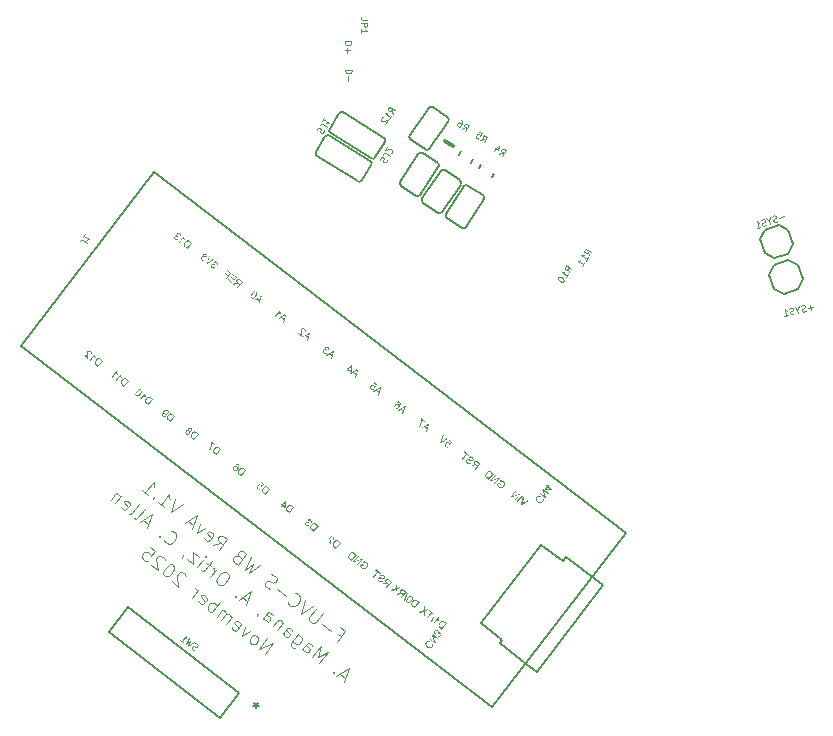
<source format=gbo>
%TF.GenerationSoftware,KiCad,Pcbnew,8.0.1*%
%TF.CreationDate,2025-11-28T14:34:22-07:00*%
%TF.ProjectId,F-UVC-Solar-WB_RevA1.1_PCB,462d5556-432d-4536-9f6c-61722d57425f,rev?*%
%TF.SameCoordinates,Original*%
%TF.FileFunction,Legend,Bot*%
%TF.FilePolarity,Positive*%
%FSLAX46Y46*%
G04 Gerber Fmt 4.6, Leading zero omitted, Abs format (unit mm)*
G04 Created by KiCad (PCBNEW 8.0.1) date 2025-11-28 14:34:22*
%MOMM*%
%LPD*%
G01*
G04 APERTURE LIST*
%ADD10C,0.101600*%
%ADD11C,0.054864*%
%ADD12C,0.150000*%
%ADD13C,0.160020*%
%ADD14C,0.203200*%
%ADD15C,0.304800*%
%ADD16C,0.127000*%
%ADD17C,0.152400*%
G04 APERTURE END LIST*
D10*
X194129397Y-104725135D02*
X194848736Y-103804423D01*
X194848736Y-103804423D02*
X193603276Y-104314084D01*
X193603276Y-104314084D02*
X194322615Y-103393372D01*
X193033311Y-103868779D02*
X193155252Y-103893444D01*
X193155252Y-103893444D02*
X193233350Y-103883855D01*
X193233350Y-103883855D02*
X193345702Y-103830422D01*
X193345702Y-103830422D02*
X193551227Y-103567362D01*
X193551227Y-103567362D02*
X193575892Y-103445421D01*
X193575892Y-103445421D02*
X193566303Y-103367323D01*
X193566303Y-103367323D02*
X193512871Y-103254971D01*
X193512871Y-103254971D02*
X193381340Y-103152209D01*
X193381340Y-103152209D02*
X193259399Y-103127544D01*
X193259399Y-103127544D02*
X193181302Y-103137133D01*
X193181302Y-103137133D02*
X193068950Y-103190565D01*
X193068950Y-103190565D02*
X192863424Y-103453626D01*
X192863424Y-103453626D02*
X192838759Y-103575567D01*
X192838759Y-103575567D02*
X192848349Y-103653665D01*
X192848349Y-103653665D02*
X192901781Y-103766016D01*
X192901781Y-103766016D02*
X193033311Y-103868779D01*
X192899063Y-102775412D02*
X192200286Y-103217949D01*
X192200286Y-103217949D02*
X192460628Y-102432870D01*
X191313828Y-102454766D02*
X191367261Y-102567118D01*
X191367261Y-102567118D02*
X191542635Y-102704135D01*
X191542635Y-102704135D02*
X191664576Y-102728800D01*
X191664576Y-102728800D02*
X191776928Y-102675367D01*
X191776928Y-102675367D02*
X192050961Y-102324620D01*
X192050961Y-102324620D02*
X192075627Y-102202679D01*
X192075627Y-102202679D02*
X192022194Y-102090327D01*
X192022194Y-102090327D02*
X191846820Y-101953310D01*
X191846820Y-101953310D02*
X191724879Y-101928645D01*
X191724879Y-101928645D02*
X191612527Y-101982078D01*
X191612527Y-101982078D02*
X191544019Y-102069764D01*
X191544019Y-102069764D02*
X191913945Y-102499994D01*
X190841140Y-102156067D02*
X191320699Y-101542259D01*
X191252191Y-101629946D02*
X191242601Y-101551848D01*
X191242601Y-101551848D02*
X191189169Y-101439496D01*
X191189169Y-101439496D02*
X191057638Y-101336734D01*
X191057638Y-101336734D02*
X190935697Y-101312069D01*
X190935697Y-101312069D02*
X190823346Y-101365501D01*
X190823346Y-101365501D02*
X190446549Y-101847779D01*
X190823346Y-101365501D02*
X190848011Y-101243560D01*
X190848011Y-101243560D02*
X190794578Y-101131208D01*
X190794578Y-101131208D02*
X190663048Y-101028446D01*
X190663048Y-101028446D02*
X190541107Y-101003781D01*
X190541107Y-101003781D02*
X190428755Y-101057213D01*
X190428755Y-101057213D02*
X190051958Y-101539491D01*
X189613524Y-101196948D02*
X190332863Y-100276236D01*
X190058829Y-100626984D02*
X190005396Y-100514632D01*
X190005396Y-100514632D02*
X189830023Y-100377615D01*
X189830023Y-100377615D02*
X189708081Y-100352950D01*
X189708081Y-100352950D02*
X189629984Y-100362539D01*
X189629984Y-100362539D02*
X189517632Y-100415972D01*
X189517632Y-100415972D02*
X189312107Y-100679032D01*
X189312107Y-100679032D02*
X189287442Y-100800973D01*
X189287442Y-100800973D02*
X189297031Y-100879071D01*
X189297031Y-100879071D02*
X189350463Y-100991423D01*
X189350463Y-100991423D02*
X189525837Y-101128440D01*
X189525837Y-101128440D02*
X189647778Y-101153105D01*
X188464006Y-100228240D02*
X188517438Y-100340592D01*
X188517438Y-100340592D02*
X188692812Y-100477609D01*
X188692812Y-100477609D02*
X188814753Y-100502274D01*
X188814753Y-100502274D02*
X188927105Y-100448842D01*
X188927105Y-100448842D02*
X189201139Y-100098094D01*
X189201139Y-100098094D02*
X189225804Y-99976153D01*
X189225804Y-99976153D02*
X189172371Y-99863801D01*
X189172371Y-99863801D02*
X188996997Y-99726785D01*
X188996997Y-99726785D02*
X188875056Y-99702119D01*
X188875056Y-99702119D02*
X188762705Y-99755552D01*
X188762705Y-99755552D02*
X188694196Y-99843239D01*
X188694196Y-99843239D02*
X189064122Y-100273468D01*
X187991317Y-99929541D02*
X188470876Y-99315734D01*
X188333859Y-99491107D02*
X188358524Y-99369166D01*
X188358524Y-99369166D02*
X188348935Y-99291068D01*
X188348935Y-99291068D02*
X188295503Y-99178717D01*
X188295503Y-99178717D02*
X188207816Y-99110208D01*
X187414532Y-98137398D02*
X187404942Y-98059300D01*
X187404942Y-98059300D02*
X187351510Y-97946948D01*
X187351510Y-97946948D02*
X187132293Y-97775677D01*
X187132293Y-97775677D02*
X187010352Y-97751012D01*
X187010352Y-97751012D02*
X186932254Y-97760601D01*
X186932254Y-97760601D02*
X186819902Y-97814034D01*
X186819902Y-97814034D02*
X186751394Y-97901721D01*
X186751394Y-97901721D02*
X186692474Y-98067505D01*
X186692474Y-98067505D02*
X186807545Y-99004677D01*
X186807545Y-99004677D02*
X186237580Y-98559372D01*
X186386954Y-97193355D02*
X186299268Y-97124847D01*
X186299268Y-97124847D02*
X186177327Y-97100182D01*
X186177327Y-97100182D02*
X186099229Y-97109771D01*
X186099229Y-97109771D02*
X185986877Y-97163203D01*
X185986877Y-97163203D02*
X185806017Y-97304323D01*
X185806017Y-97304323D02*
X185634746Y-97523540D01*
X185634746Y-97523540D02*
X185541572Y-97733168D01*
X185541572Y-97733168D02*
X185516907Y-97855109D01*
X185516907Y-97855109D02*
X185526496Y-97933207D01*
X185526496Y-97933207D02*
X185579929Y-98045558D01*
X185579929Y-98045558D02*
X185667616Y-98114067D01*
X185667616Y-98114067D02*
X185789557Y-98138732D01*
X185789557Y-98138732D02*
X185867654Y-98129143D01*
X185867654Y-98129143D02*
X185980006Y-98075710D01*
X185980006Y-98075710D02*
X186160867Y-97934591D01*
X186160867Y-97934591D02*
X186332138Y-97715374D01*
X186332138Y-97715374D02*
X186425311Y-97505746D01*
X186425311Y-97505746D02*
X186449976Y-97383805D01*
X186449976Y-97383805D02*
X186440387Y-97305707D01*
X186440387Y-97305707D02*
X186386954Y-97193355D01*
X185660795Y-96767228D02*
X185651205Y-96689131D01*
X185651205Y-96689131D02*
X185597773Y-96576779D01*
X185597773Y-96576779D02*
X185378556Y-96405508D01*
X185378556Y-96405508D02*
X185256615Y-96380843D01*
X185256615Y-96380843D02*
X185178517Y-96390432D01*
X185178517Y-96390432D02*
X185066165Y-96443864D01*
X185066165Y-96443864D02*
X184997657Y-96531551D01*
X184997657Y-96531551D02*
X184938737Y-96697336D01*
X184938737Y-96697336D02*
X185053808Y-97634508D01*
X185053808Y-97634508D02*
X184483843Y-97189203D01*
X184370157Y-95617660D02*
X184808591Y-95960203D01*
X184808591Y-95960203D02*
X184509892Y-96432891D01*
X184509892Y-96432891D02*
X184500303Y-96354793D01*
X184500303Y-96354793D02*
X184446871Y-96242442D01*
X184446871Y-96242442D02*
X184227654Y-96071170D01*
X184227654Y-96071170D02*
X184105712Y-96046505D01*
X184105712Y-96046505D02*
X184027615Y-96056095D01*
X184027615Y-96056095D02*
X183915263Y-96109527D01*
X183915263Y-96109527D02*
X183743992Y-96328744D01*
X183743992Y-96328744D02*
X183719327Y-96450685D01*
X183719327Y-96450685D02*
X183728916Y-96528783D01*
X183728916Y-96528783D02*
X183782349Y-96641135D01*
X183782349Y-96641135D02*
X184001566Y-96812406D01*
X184001566Y-96812406D02*
X184123507Y-96837071D01*
X184123507Y-96837071D02*
X184201604Y-96827482D01*
X200921662Y-106722434D02*
X200483227Y-106379891D01*
X200803823Y-107054003D02*
X201216258Y-105893511D01*
X201216258Y-105893511D02*
X200190015Y-106574443D01*
X199951619Y-106246977D02*
X199873522Y-106256566D01*
X199873522Y-106256566D02*
X199883111Y-106334664D01*
X199883111Y-106334664D02*
X199961209Y-106325074D01*
X199961209Y-106325074D02*
X199951619Y-106246977D01*
X199951619Y-106246977D02*
X199883111Y-106334664D01*
X198743182Y-105444053D02*
X199462521Y-104523341D01*
X199462521Y-104523341D02*
X198641803Y-104941213D01*
X198641803Y-104941213D02*
X198848713Y-104043782D01*
X198848713Y-104043782D02*
X198129374Y-104964494D01*
X197296349Y-104313664D02*
X197673146Y-103831386D01*
X197673146Y-103831386D02*
X197785498Y-103777954D01*
X197785498Y-103777954D02*
X197907439Y-103802619D01*
X197907439Y-103802619D02*
X198082812Y-103939635D01*
X198082812Y-103939635D02*
X198136245Y-104051987D01*
X197330603Y-104269820D02*
X197384036Y-104382172D01*
X197384036Y-104382172D02*
X197603253Y-104553443D01*
X197603253Y-104553443D02*
X197725194Y-104578108D01*
X197725194Y-104578108D02*
X197837546Y-104524676D01*
X197837546Y-104524676D02*
X197906055Y-104436989D01*
X197906055Y-104436989D02*
X197930720Y-104315048D01*
X197930720Y-104315048D02*
X197877287Y-104202696D01*
X197877287Y-104202696D02*
X197658070Y-104031425D01*
X197658070Y-104031425D02*
X197604637Y-103919073D01*
X196942883Y-103049025D02*
X196360561Y-103794363D01*
X196360561Y-103794363D02*
X196335896Y-103916304D01*
X196335896Y-103916304D02*
X196345486Y-103994402D01*
X196345486Y-103994402D02*
X196398918Y-104106754D01*
X196398918Y-104106754D02*
X196530448Y-104209517D01*
X196530448Y-104209517D02*
X196652389Y-104234182D01*
X196497578Y-103618990D02*
X196551011Y-103731342D01*
X196551011Y-103731342D02*
X196726385Y-103868359D01*
X196726385Y-103868359D02*
X196848326Y-103893024D01*
X196848326Y-103893024D02*
X196926423Y-103883434D01*
X196926423Y-103883434D02*
X197038775Y-103830002D01*
X197038775Y-103830002D02*
X197244301Y-103566941D01*
X197244301Y-103566941D02*
X197268966Y-103445000D01*
X197268966Y-103445000D02*
X197259376Y-103366903D01*
X197259376Y-103366903D02*
X197205944Y-103254551D01*
X197205944Y-103254551D02*
X197030570Y-103117534D01*
X197030570Y-103117534D02*
X196908629Y-103092869D01*
X195630299Y-103012003D02*
X196007096Y-102529725D01*
X196007096Y-102529725D02*
X196119447Y-102476292D01*
X196119447Y-102476292D02*
X196241389Y-102500958D01*
X196241389Y-102500958D02*
X196416762Y-102637974D01*
X196416762Y-102637974D02*
X196470195Y-102750326D01*
X195664553Y-102968159D02*
X195717986Y-103080511D01*
X195717986Y-103080511D02*
X195937203Y-103251782D01*
X195937203Y-103251782D02*
X196059144Y-103276447D01*
X196059144Y-103276447D02*
X196171496Y-103223015D01*
X196171496Y-103223015D02*
X196240004Y-103135328D01*
X196240004Y-103135328D02*
X196264669Y-103013387D01*
X196264669Y-103013387D02*
X196211237Y-102901035D01*
X196211237Y-102901035D02*
X195992020Y-102729764D01*
X195992020Y-102729764D02*
X195938587Y-102617412D01*
X195671424Y-102055652D02*
X195191865Y-102669460D01*
X195602915Y-102143339D02*
X195593326Y-102065242D01*
X195593326Y-102065242D02*
X195539894Y-101952890D01*
X195539894Y-101952890D02*
X195408363Y-101850127D01*
X195408363Y-101850127D02*
X195286422Y-101825462D01*
X195286422Y-101825462D02*
X195174070Y-101878895D01*
X195174070Y-101878895D02*
X194797274Y-102361172D01*
X193964249Y-101710342D02*
X194341045Y-101228064D01*
X194341045Y-101228064D02*
X194453397Y-101174631D01*
X194453397Y-101174631D02*
X194575338Y-101199296D01*
X194575338Y-101199296D02*
X194750712Y-101336313D01*
X194750712Y-101336313D02*
X194804145Y-101448665D01*
X193998503Y-101666498D02*
X194051936Y-101778850D01*
X194051936Y-101778850D02*
X194271153Y-101950121D01*
X194271153Y-101950121D02*
X194393094Y-101974786D01*
X194393094Y-101974786D02*
X194505446Y-101921354D01*
X194505446Y-101921354D02*
X194573954Y-101833667D01*
X194573954Y-101833667D02*
X194598619Y-101711726D01*
X194598619Y-101711726D02*
X194545187Y-101599374D01*
X194545187Y-101599374D02*
X194325970Y-101428103D01*
X194325970Y-101428103D02*
X194272537Y-101315751D01*
X193516225Y-101289702D02*
X193481971Y-101333545D01*
X193481971Y-101333545D02*
X193457306Y-101455486D01*
X193457306Y-101455486D02*
X193466895Y-101533584D01*
X192635254Y-100248383D02*
X192196820Y-99905840D01*
X192517416Y-100579952D02*
X192929850Y-99419460D01*
X192929850Y-99419460D02*
X191903608Y-100100392D01*
X191665212Y-99772926D02*
X191587114Y-99782515D01*
X191587114Y-99782515D02*
X191596704Y-99860612D01*
X191596704Y-99860612D02*
X191674801Y-99851023D01*
X191674801Y-99851023D02*
X191665212Y-99772926D01*
X191665212Y-99772926D02*
X191596704Y-99860612D01*
X191000739Y-97912273D02*
X190825366Y-97775257D01*
X190825366Y-97775257D02*
X190703425Y-97750591D01*
X190703425Y-97750591D02*
X190547229Y-97769770D01*
X190547229Y-97769770D02*
X190366369Y-97910889D01*
X190366369Y-97910889D02*
X190126589Y-98217793D01*
X190126589Y-98217793D02*
X190033416Y-98427421D01*
X190033416Y-98427421D02*
X190052594Y-98583616D01*
X190052594Y-98583616D02*
X190106027Y-98695968D01*
X190106027Y-98695968D02*
X190281401Y-98832985D01*
X190281401Y-98832985D02*
X190403342Y-98857650D01*
X190403342Y-98857650D02*
X190559537Y-98838472D01*
X190559537Y-98838472D02*
X190740397Y-98697352D01*
X190740397Y-98697352D02*
X190980177Y-98390449D01*
X190980177Y-98390449D02*
X191073350Y-98180821D01*
X191073350Y-98180821D02*
X191054172Y-98024625D01*
X191054172Y-98024625D02*
X191000739Y-97912273D01*
X189492219Y-98216409D02*
X189971778Y-97602601D01*
X189834761Y-97777975D02*
X189859427Y-97656034D01*
X189859427Y-97656034D02*
X189849837Y-97577936D01*
X189849837Y-97577936D02*
X189796405Y-97465584D01*
X189796405Y-97465584D02*
X189708718Y-97397076D01*
X189533344Y-97260059D02*
X189182597Y-96986025D01*
X189641594Y-96850392D02*
X189025018Y-97639574D01*
X189025018Y-97639574D02*
X188912666Y-97693007D01*
X188912666Y-97693007D02*
X188790725Y-97668342D01*
X188790725Y-97668342D02*
X188703038Y-97599833D01*
X188396134Y-97360054D02*
X188875693Y-96746246D01*
X189115473Y-96439342D02*
X189125062Y-96517439D01*
X189125062Y-96517439D02*
X189046964Y-96527029D01*
X189046964Y-96527029D02*
X189037375Y-96448931D01*
X189037375Y-96448931D02*
X189115473Y-96439342D01*
X189115473Y-96439342D02*
X189046964Y-96527029D01*
X188524946Y-96472212D02*
X188042668Y-96095415D01*
X188042668Y-96095415D02*
X188045387Y-97086020D01*
X188045387Y-97086020D02*
X187563109Y-96709223D01*
X187202772Y-96357091D02*
X187168518Y-96400935D01*
X187168518Y-96400935D02*
X187143853Y-96522876D01*
X187143853Y-96522876D02*
X187153442Y-96600973D01*
X185614820Y-95045841D02*
X185624409Y-95123939D01*
X185624409Y-95123939D02*
X185721685Y-95270545D01*
X185721685Y-95270545D02*
X185809372Y-95339053D01*
X185809372Y-95339053D02*
X185975156Y-95397973D01*
X185975156Y-95397973D02*
X186131351Y-95378794D01*
X186131351Y-95378794D02*
X186243703Y-95325362D01*
X186243703Y-95325362D02*
X186424564Y-95184242D01*
X186424564Y-95184242D02*
X186527326Y-95052712D01*
X186527326Y-95052712D02*
X186620500Y-94843084D01*
X186620500Y-94843084D02*
X186645165Y-94721143D01*
X186645165Y-94721143D02*
X186625987Y-94564948D01*
X186625987Y-94564948D02*
X186528711Y-94418341D01*
X186528711Y-94418341D02*
X186441024Y-94349833D01*
X186441024Y-94349833D02*
X186275239Y-94290914D01*
X186275239Y-94290914D02*
X186197142Y-94300503D01*
X185220229Y-94737553D02*
X185142131Y-94747142D01*
X185142131Y-94747142D02*
X185151720Y-94825240D01*
X185151720Y-94825240D02*
X185229818Y-94815651D01*
X185229818Y-94815651D02*
X185220229Y-94737553D01*
X185220229Y-94737553D02*
X185151720Y-94825240D01*
X184261160Y-93705823D02*
X183822726Y-93363281D01*
X184143321Y-94037392D02*
X184555756Y-92876901D01*
X184555756Y-92876901D02*
X183529514Y-93557833D01*
X183091079Y-93215290D02*
X183213020Y-93239955D01*
X183213020Y-93239955D02*
X183325372Y-93186523D01*
X183325372Y-93186523D02*
X183941948Y-92397341D01*
X182608802Y-92838494D02*
X182730743Y-92863159D01*
X182730743Y-92863159D02*
X182843095Y-92809726D01*
X182843095Y-92809726D02*
X183459671Y-92020545D01*
X181941561Y-92246583D02*
X181994994Y-92358935D01*
X181994994Y-92358935D02*
X182170367Y-92495952D01*
X182170367Y-92495952D02*
X182292309Y-92520617D01*
X182292309Y-92520617D02*
X182404660Y-92467184D01*
X182404660Y-92467184D02*
X182678694Y-92116437D01*
X182678694Y-92116437D02*
X182703359Y-91994496D01*
X182703359Y-91994496D02*
X182649927Y-91882144D01*
X182649927Y-91882144D02*
X182474553Y-91745127D01*
X182474553Y-91745127D02*
X182352612Y-91720462D01*
X182352612Y-91720462D02*
X182240260Y-91773894D01*
X182240260Y-91773894D02*
X182171752Y-91861581D01*
X182171752Y-91861581D02*
X182541677Y-92291810D01*
X181948432Y-91334076D02*
X181468873Y-91947884D01*
X181879923Y-91421763D02*
X181870334Y-91343665D01*
X181870334Y-91343665D02*
X181816902Y-91231313D01*
X181816902Y-91231313D02*
X181685371Y-91128550D01*
X181685371Y-91128550D02*
X181563430Y-91103885D01*
X181563430Y-91103885D02*
X181451078Y-91157318D01*
X181451078Y-91157318D02*
X181074282Y-91639596D01*
X200295289Y-102987078D02*
X200602193Y-103226857D01*
X200225397Y-103709135D02*
X200944736Y-102788423D01*
X200944736Y-102788423D02*
X200506301Y-102445881D01*
X199710249Y-102741811D02*
X199008754Y-102193743D01*
X199015625Y-101281237D02*
X198433303Y-102026575D01*
X198433303Y-102026575D02*
X198320952Y-102080008D01*
X198320952Y-102080008D02*
X198242854Y-102089597D01*
X198242854Y-102089597D02*
X198120913Y-102064932D01*
X198120913Y-102064932D02*
X197945539Y-101927915D01*
X197945539Y-101927915D02*
X197892107Y-101815563D01*
X197892107Y-101815563D02*
X197882517Y-101737465D01*
X197882517Y-101737465D02*
X197907182Y-101615524D01*
X197907182Y-101615524D02*
X198489504Y-100870186D01*
X198182601Y-100630407D02*
X197156358Y-101311339D01*
X197156358Y-101311339D02*
X197568793Y-100150847D01*
X196084937Y-100333042D02*
X196094526Y-100411139D01*
X196094526Y-100411139D02*
X196191802Y-100557746D01*
X196191802Y-100557746D02*
X196279489Y-100626254D01*
X196279489Y-100626254D02*
X196445274Y-100685173D01*
X196445274Y-100685173D02*
X196601469Y-100665995D01*
X196601469Y-100665995D02*
X196713821Y-100612562D01*
X196713821Y-100612562D02*
X196894681Y-100471443D01*
X196894681Y-100471443D02*
X196997444Y-100339913D01*
X196997444Y-100339913D02*
X197090617Y-100130285D01*
X197090617Y-100130285D02*
X197115282Y-100008344D01*
X197115282Y-100008344D02*
X197096104Y-99852148D01*
X197096104Y-99852148D02*
X196998828Y-99705542D01*
X196998828Y-99705542D02*
X196911141Y-99637034D01*
X196911141Y-99637034D02*
X196745357Y-99578114D01*
X196745357Y-99578114D02*
X196667259Y-99587704D01*
X195895872Y-99761693D02*
X195194377Y-99213625D01*
X194560007Y-99212242D02*
X194394223Y-99153322D01*
X194394223Y-99153322D02*
X194175006Y-98982051D01*
X194175006Y-98982051D02*
X194121573Y-98869699D01*
X194121573Y-98869699D02*
X194111984Y-98791602D01*
X194111984Y-98791602D02*
X194136649Y-98669661D01*
X194136649Y-98669661D02*
X194205157Y-98581974D01*
X194205157Y-98581974D02*
X194317509Y-98528541D01*
X194317509Y-98528541D02*
X194395607Y-98518952D01*
X194395607Y-98518952D02*
X194517548Y-98543617D01*
X194517548Y-98543617D02*
X194727176Y-98636791D01*
X194727176Y-98636791D02*
X194849117Y-98661456D01*
X194849117Y-98661456D02*
X194927214Y-98651866D01*
X194927214Y-98651866D02*
X195039566Y-98598434D01*
X195039566Y-98598434D02*
X195108075Y-98510747D01*
X195108075Y-98510747D02*
X195132740Y-98388806D01*
X195132740Y-98388806D02*
X195123151Y-98310708D01*
X195123151Y-98310708D02*
X195069718Y-98198356D01*
X195069718Y-98198356D02*
X194850501Y-98027085D01*
X194850501Y-98027085D02*
X194684716Y-97968166D01*
X193710572Y-97136475D02*
X192772016Y-97885915D01*
X192772016Y-97885915D02*
X193110456Y-97091247D01*
X193110456Y-97091247D02*
X192421268Y-97611882D01*
X192421268Y-97611882D02*
X192921390Y-96519899D01*
X191921197Y-96444519D02*
X191755412Y-96385600D01*
X191755412Y-96385600D02*
X191677315Y-96395189D01*
X191677315Y-96395189D02*
X191564963Y-96448622D01*
X191564963Y-96448622D02*
X191462200Y-96580152D01*
X191462200Y-96580152D02*
X191437535Y-96702093D01*
X191437535Y-96702093D02*
X191447124Y-96780191D01*
X191447124Y-96780191D02*
X191500557Y-96892543D01*
X191500557Y-96892543D02*
X191851304Y-97166577D01*
X191851304Y-97166577D02*
X192570643Y-96245865D01*
X192570643Y-96245865D02*
X192263739Y-96006085D01*
X192263739Y-96006085D02*
X192141798Y-95981420D01*
X192141798Y-95981420D02*
X192063700Y-95991009D01*
X192063700Y-95991009D02*
X191951349Y-96044442D01*
X191951349Y-96044442D02*
X191882840Y-96132129D01*
X191882840Y-96132129D02*
X191858175Y-96254070D01*
X191858175Y-96254070D02*
X191867764Y-96332168D01*
X191867764Y-96332168D02*
X191921197Y-96444519D01*
X191921197Y-96444519D02*
X192228101Y-96684299D01*
X189702976Y-95488119D02*
X190352423Y-95289465D01*
X190229097Y-95899170D02*
X190948436Y-94978458D01*
X190948436Y-94978458D02*
X190597689Y-94704424D01*
X190597689Y-94704424D02*
X190475748Y-94679759D01*
X190475748Y-94679759D02*
X190397650Y-94689348D01*
X190397650Y-94689348D02*
X190285298Y-94742781D01*
X190285298Y-94742781D02*
X190182536Y-94874311D01*
X190182536Y-94874311D02*
X190157871Y-94996252D01*
X190157871Y-94996252D02*
X190167460Y-95074350D01*
X190167460Y-95074350D02*
X190220892Y-95186702D01*
X190220892Y-95186702D02*
X190571640Y-95460736D01*
X188991892Y-94861954D02*
X189045325Y-94974306D01*
X189045325Y-94974306D02*
X189220699Y-95111323D01*
X189220699Y-95111323D02*
X189342640Y-95135988D01*
X189342640Y-95135988D02*
X189454992Y-95082555D01*
X189454992Y-95082555D02*
X189729026Y-94731808D01*
X189729026Y-94731808D02*
X189753691Y-94609867D01*
X189753691Y-94609867D02*
X189700258Y-94497515D01*
X189700258Y-94497515D02*
X189524884Y-94360498D01*
X189524884Y-94360498D02*
X189402943Y-94335833D01*
X189402943Y-94335833D02*
X189290591Y-94389265D01*
X189290591Y-94389265D02*
X189222083Y-94476952D01*
X189222083Y-94476952D02*
X189592009Y-94907181D01*
X189086450Y-94017955D02*
X188387674Y-94460492D01*
X188387674Y-94460492D02*
X188648016Y-93675413D01*
X188067078Y-93786380D02*
X187628643Y-93443838D01*
X187949239Y-94117949D02*
X188361674Y-92957458D01*
X188361674Y-92957458D02*
X187335431Y-93638390D01*
X187177901Y-92032593D02*
X186151658Y-92713525D01*
X186151658Y-92713525D02*
X186564093Y-91553034D01*
X185055573Y-91857169D02*
X185581694Y-92268220D01*
X185318633Y-92062695D02*
X186037972Y-91141983D01*
X186037972Y-91141983D02*
X186022896Y-91342022D01*
X186022896Y-91342022D02*
X186042075Y-91498217D01*
X186042075Y-91498217D02*
X186095507Y-91610569D01*
X184729490Y-91461194D02*
X184651393Y-91470784D01*
X184651393Y-91470784D02*
X184660982Y-91548881D01*
X184660982Y-91548881D02*
X184739079Y-91539292D01*
X184739079Y-91539292D02*
X184729490Y-91461194D01*
X184729490Y-91461194D02*
X184660982Y-91548881D01*
X183740270Y-90829542D02*
X184266391Y-91240593D01*
X184003331Y-91035068D02*
X184722669Y-90114356D01*
X184722669Y-90114356D02*
X184707594Y-90314395D01*
X184707594Y-90314395D02*
X184726772Y-90470590D01*
X184726772Y-90470590D02*
X184780205Y-90582942D01*
D11*
X200933942Y-55235374D02*
X201488678Y-55235374D01*
X201488678Y-55235374D02*
X201488678Y-55367454D01*
X201488678Y-55367454D02*
X201462262Y-55446702D01*
X201462262Y-55446702D02*
X201409430Y-55499534D01*
X201409430Y-55499534D02*
X201356598Y-55525950D01*
X201356598Y-55525950D02*
X201250934Y-55552366D01*
X201250934Y-55552366D02*
X201171686Y-55552366D01*
X201171686Y-55552366D02*
X201066022Y-55525950D01*
X201066022Y-55525950D02*
X201013190Y-55499534D01*
X201013190Y-55499534D02*
X200960358Y-55446702D01*
X200960358Y-55446702D02*
X200933942Y-55367454D01*
X200933942Y-55367454D02*
X200933942Y-55235374D01*
X201145270Y-55790110D02*
X201145270Y-56212766D01*
X200883142Y-52847774D02*
X201437878Y-52847774D01*
X201437878Y-52847774D02*
X201437878Y-52979854D01*
X201437878Y-52979854D02*
X201411462Y-53059102D01*
X201411462Y-53059102D02*
X201358630Y-53111934D01*
X201358630Y-53111934D02*
X201305798Y-53138350D01*
X201305798Y-53138350D02*
X201200134Y-53164766D01*
X201200134Y-53164766D02*
X201120886Y-53164766D01*
X201120886Y-53164766D02*
X201015222Y-53138350D01*
X201015222Y-53138350D02*
X200962390Y-53111934D01*
X200962390Y-53111934D02*
X200909558Y-53059102D01*
X200909558Y-53059102D02*
X200883142Y-52979854D01*
X200883142Y-52979854D02*
X200883142Y-52847774D01*
X201094470Y-53402510D02*
X201094470Y-53825166D01*
X200883142Y-53613838D02*
X201305798Y-53613838D01*
X202809478Y-51025070D02*
X202413238Y-51025070D01*
X202413238Y-51025070D02*
X202333990Y-50998654D01*
X202333990Y-50998654D02*
X202281158Y-50945822D01*
X202281158Y-50945822D02*
X202254742Y-50866574D01*
X202254742Y-50866574D02*
X202254742Y-50813742D01*
X202254742Y-51289230D02*
X202809478Y-51289230D01*
X202809478Y-51289230D02*
X202809478Y-51500558D01*
X202809478Y-51500558D02*
X202783062Y-51553390D01*
X202783062Y-51553390D02*
X202756646Y-51579806D01*
X202756646Y-51579806D02*
X202703814Y-51606222D01*
X202703814Y-51606222D02*
X202624566Y-51606222D01*
X202624566Y-51606222D02*
X202571734Y-51579806D01*
X202571734Y-51579806D02*
X202545318Y-51553390D01*
X202545318Y-51553390D02*
X202518902Y-51500558D01*
X202518902Y-51500558D02*
X202518902Y-51289230D01*
X202254742Y-52134542D02*
X202254742Y-51817550D01*
X202254742Y-51976046D02*
X202809478Y-51976046D01*
X202809478Y-51976046D02*
X202730230Y-51923214D01*
X202730230Y-51923214D02*
X202677398Y-51870382D01*
X202677398Y-51870382D02*
X202650982Y-51817550D01*
X204942441Y-58951353D02*
X204831058Y-58648753D01*
X205123352Y-58691055D02*
X204667831Y-58374460D01*
X204667831Y-58374460D02*
X204547223Y-58547991D01*
X204547223Y-58547991D02*
X204538763Y-58606450D01*
X204538763Y-58606450D02*
X204545378Y-58643218D01*
X204545378Y-58643218D02*
X204573685Y-58695061D01*
X204573685Y-58695061D02*
X204638760Y-58740289D01*
X204638760Y-58740289D02*
X204697219Y-58748750D01*
X204697219Y-58748750D02*
X204733986Y-58742134D01*
X204733986Y-58742134D02*
X204785830Y-58713827D01*
X204785830Y-58713827D02*
X204906437Y-58540295D01*
X204640921Y-59385182D02*
X204821833Y-59124884D01*
X204731377Y-59255033D02*
X204275856Y-58938438D01*
X204275856Y-58938438D02*
X204371082Y-58940283D01*
X204371082Y-58940283D02*
X204444617Y-58927052D01*
X204444617Y-58927052D02*
X204496461Y-58898745D01*
X204108175Y-59272271D02*
X204071408Y-59278886D01*
X204071408Y-59278886D02*
X204019564Y-59307193D01*
X204019564Y-59307193D02*
X203944185Y-59415651D01*
X203944185Y-59415651D02*
X203935724Y-59474109D01*
X203935724Y-59474109D02*
X203942340Y-59510877D01*
X203942340Y-59510877D02*
X203970647Y-59562720D01*
X203970647Y-59562720D02*
X204014030Y-59592872D01*
X204014030Y-59592872D02*
X204094180Y-59616409D01*
X204094180Y-59616409D02*
X204535389Y-59537023D01*
X204535389Y-59537023D02*
X204339402Y-59819012D01*
X210807813Y-60236646D02*
X211107498Y-60117641D01*
X211072606Y-60410913D02*
X211377573Y-59947526D01*
X211377573Y-59947526D02*
X211201045Y-59831348D01*
X211201045Y-59831348D02*
X211142390Y-59824370D01*
X211142390Y-59824370D02*
X211105802Y-59831913D01*
X211105802Y-59831913D02*
X211054692Y-59861523D01*
X211054692Y-59861523D02*
X211011125Y-59927721D01*
X211011125Y-59927721D02*
X211004146Y-59986375D01*
X211004146Y-59986375D02*
X211011690Y-60022964D01*
X211011690Y-60022964D02*
X211041300Y-60074074D01*
X211041300Y-60074074D02*
X211217828Y-60190252D01*
X210715592Y-59511859D02*
X210803856Y-59569948D01*
X210803856Y-59569948D02*
X210833466Y-59621058D01*
X210833466Y-59621058D02*
X210841010Y-59657646D01*
X210841010Y-59657646D02*
X210841575Y-59752889D01*
X210841575Y-59752889D02*
X210805552Y-59855675D01*
X210805552Y-59855675D02*
X210689374Y-60032203D01*
X210689374Y-60032203D02*
X210638264Y-60061813D01*
X210638264Y-60061813D02*
X210601675Y-60069357D01*
X210601675Y-60069357D02*
X210543021Y-60062379D01*
X210543021Y-60062379D02*
X210454757Y-60004290D01*
X210454757Y-60004290D02*
X210425147Y-59953179D01*
X210425147Y-59953179D02*
X210417603Y-59916591D01*
X210417603Y-59916591D02*
X210424582Y-59857936D01*
X210424582Y-59857936D02*
X210497193Y-59747606D01*
X210497193Y-59747606D02*
X210548304Y-59717997D01*
X210548304Y-59717997D02*
X210584892Y-59710453D01*
X210584892Y-59710453D02*
X210643546Y-59717431D01*
X210643546Y-59717431D02*
X210731810Y-59775520D01*
X210731810Y-59775520D02*
X210761420Y-59826631D01*
X210761420Y-59826631D02*
X210768964Y-59863219D01*
X210768964Y-59863219D02*
X210761985Y-59921873D01*
X238097079Y-67665913D02*
X237696031Y-67799324D01*
X237528809Y-68049826D02*
X237461950Y-68099906D01*
X237461950Y-68099906D02*
X237336623Y-68141597D01*
X237336623Y-68141597D02*
X237278154Y-68133208D01*
X237278154Y-68133208D02*
X237244750Y-68116481D01*
X237244750Y-68116481D02*
X237203008Y-68074688D01*
X237203008Y-68074688D02*
X237186332Y-68024557D01*
X237186332Y-68024557D02*
X237194721Y-67966088D01*
X237194721Y-67966088D02*
X237211448Y-67932684D01*
X237211448Y-67932684D02*
X237253241Y-67890942D01*
X237253241Y-67890942D02*
X237345165Y-67832524D01*
X237345165Y-67832524D02*
X237386958Y-67790782D01*
X237386958Y-67790782D02*
X237403685Y-67757378D01*
X237403685Y-67757378D02*
X237412074Y-67698909D01*
X237412074Y-67698909D02*
X237395398Y-67648778D01*
X237395398Y-67648778D02*
X237353656Y-67606985D01*
X237353656Y-67606985D02*
X237320252Y-67590258D01*
X237320252Y-67590258D02*
X237261783Y-67581869D01*
X237261783Y-67581869D02*
X237136455Y-67623560D01*
X237136455Y-67623560D02*
X237069597Y-67673640D01*
X236827127Y-68032691D02*
X236910509Y-68283346D01*
X236910866Y-67698603D02*
X236827127Y-68032691D01*
X236827127Y-68032691D02*
X236559949Y-67815338D01*
X236576319Y-68366677D02*
X236509461Y-68416757D01*
X236509461Y-68416757D02*
X236384133Y-68458448D01*
X236384133Y-68458448D02*
X236325664Y-68450059D01*
X236325664Y-68450059D02*
X236292261Y-68433332D01*
X236292261Y-68433332D02*
X236250519Y-68391539D01*
X236250519Y-68391539D02*
X236233842Y-68341408D01*
X236233842Y-68341408D02*
X236242231Y-68282939D01*
X236242231Y-68282939D02*
X236258959Y-68249535D01*
X236258959Y-68249535D02*
X236300752Y-68207793D01*
X236300752Y-68207793D02*
X236392675Y-68149375D01*
X236392675Y-68149375D02*
X236434468Y-68107633D01*
X236434468Y-68107633D02*
X236451196Y-68074229D01*
X236451196Y-68074229D02*
X236459585Y-68015760D01*
X236459585Y-68015760D02*
X236442908Y-67965629D01*
X236442908Y-67965629D02*
X236401167Y-67923836D01*
X236401167Y-67923836D02*
X236367763Y-67907109D01*
X236367763Y-67907109D02*
X236309294Y-67898720D01*
X236309294Y-67898720D02*
X236183966Y-67940411D01*
X236183966Y-67940411D02*
X236117108Y-67990491D01*
X235782561Y-68658565D02*
X236083347Y-68558506D01*
X235932954Y-68608536D02*
X235757852Y-68082160D01*
X235757852Y-68082160D02*
X235832998Y-68140680D01*
X235832998Y-68140680D02*
X235899805Y-68174135D01*
X235899805Y-68174135D02*
X235958275Y-68182524D01*
X212383315Y-61222816D02*
X212683000Y-61103812D01*
X212648107Y-61397083D02*
X212953075Y-60933697D01*
X212953075Y-60933697D02*
X212776546Y-60817519D01*
X212776546Y-60817519D02*
X212717892Y-60810540D01*
X212717892Y-60810540D02*
X212681304Y-60818084D01*
X212681304Y-60818084D02*
X212630193Y-60847694D01*
X212630193Y-60847694D02*
X212586627Y-60913892D01*
X212586627Y-60913892D02*
X212579648Y-60972546D01*
X212579648Y-60972546D02*
X212587192Y-61009134D01*
X212587192Y-61009134D02*
X212616802Y-61060245D01*
X212616802Y-61060245D02*
X212793330Y-61176423D01*
X212269028Y-60483507D02*
X212489688Y-60628729D01*
X212489688Y-60628729D02*
X212366532Y-60863912D01*
X212366532Y-60863912D02*
X212358988Y-60827324D01*
X212358988Y-60827324D02*
X212329378Y-60776213D01*
X212329378Y-60776213D02*
X212219048Y-60703602D01*
X212219048Y-60703602D02*
X212160394Y-60696623D01*
X212160394Y-60696623D02*
X212123805Y-60704167D01*
X212123805Y-60704167D02*
X212072695Y-60733777D01*
X212072695Y-60733777D02*
X212000084Y-60844107D01*
X212000084Y-60844107D02*
X211993105Y-60902761D01*
X211993105Y-60902761D02*
X212000649Y-60939350D01*
X212000649Y-60939350D02*
X212030259Y-60990460D01*
X212030259Y-60990460D02*
X212140589Y-61063071D01*
X212140589Y-61063071D02*
X212199243Y-61070050D01*
X212199243Y-61070050D02*
X212235831Y-61062506D01*
X219914423Y-72382956D02*
X219794634Y-72083584D01*
X220087996Y-72117708D02*
X219623812Y-71813955D01*
X219623812Y-71813955D02*
X219508097Y-71990787D01*
X219508097Y-71990787D02*
X219501272Y-72049459D01*
X219501272Y-72049459D02*
X219508912Y-72086028D01*
X219508912Y-72086028D02*
X219538655Y-72137061D01*
X219538655Y-72137061D02*
X219604967Y-72180454D01*
X219604967Y-72180454D02*
X219663639Y-72187279D01*
X219663639Y-72187279D02*
X219700208Y-72179639D01*
X219700208Y-72179639D02*
X219751241Y-72149896D01*
X219751241Y-72149896D02*
X219866956Y-71973064D01*
X219625134Y-72825035D02*
X219798707Y-72559788D01*
X219711920Y-72692412D02*
X219247737Y-72388658D01*
X219247737Y-72388658D02*
X219342978Y-72387844D01*
X219342978Y-72387844D02*
X219416115Y-72372565D01*
X219416115Y-72372565D02*
X219467148Y-72342821D01*
X218972913Y-72808634D02*
X218943984Y-72852842D01*
X218943984Y-72852842D02*
X218937159Y-72911514D01*
X218937159Y-72911514D02*
X218944799Y-72948083D01*
X218944799Y-72948083D02*
X218974542Y-72999115D01*
X218974542Y-72999115D02*
X219048494Y-73079077D01*
X219048494Y-73079077D02*
X219159014Y-73151399D01*
X219159014Y-73151399D02*
X219261894Y-73187153D01*
X219261894Y-73187153D02*
X219320566Y-73193978D01*
X219320566Y-73193978D02*
X219357135Y-73186338D01*
X219357135Y-73186338D02*
X219408167Y-73156595D01*
X219408167Y-73156595D02*
X219437096Y-73112387D01*
X219437096Y-73112387D02*
X219443921Y-73053715D01*
X219443921Y-73053715D02*
X219436282Y-73017146D01*
X219436282Y-73017146D02*
X219406538Y-72966113D01*
X219406538Y-72966113D02*
X219332587Y-72886152D01*
X219332587Y-72886152D02*
X219222067Y-72813829D01*
X219222067Y-72813829D02*
X219119187Y-72778076D01*
X219119187Y-72778076D02*
X219060514Y-72771251D01*
X219060514Y-72771251D02*
X219023946Y-72778890D01*
X219023946Y-72778890D02*
X218972913Y-72808634D01*
X188164351Y-104384350D02*
X188085447Y-104356925D01*
X188085447Y-104356925D02*
X187980803Y-104276335D01*
X187980803Y-104276335D02*
X187955063Y-104223171D01*
X187955063Y-104223171D02*
X187950252Y-104186124D01*
X187950252Y-104186124D02*
X187961559Y-104128148D01*
X187961559Y-104128148D02*
X187993795Y-104086291D01*
X187993795Y-104086291D02*
X188046960Y-104060551D01*
X188046960Y-104060551D02*
X188084007Y-104055740D01*
X188084007Y-104055740D02*
X188141982Y-104067047D01*
X188141982Y-104067047D02*
X188241816Y-104110590D01*
X188241816Y-104110590D02*
X188299791Y-104121897D01*
X188299791Y-104121897D02*
X188336838Y-104117086D01*
X188336838Y-104117086D02*
X188390003Y-104091347D01*
X188390003Y-104091347D02*
X188422239Y-104049489D01*
X188422239Y-104049489D02*
X188433546Y-103991513D01*
X188433546Y-103991513D02*
X188428735Y-103954466D01*
X188428735Y-103954466D02*
X188402995Y-103901302D01*
X188402995Y-103901302D02*
X188298351Y-103820712D01*
X188298351Y-103820712D02*
X188219447Y-103793287D01*
X188089063Y-103659532D02*
X187645941Y-104018448D01*
X187645941Y-104018448D02*
X187803995Y-103640044D01*
X187803995Y-103640044D02*
X187478511Y-103889504D01*
X187478511Y-103889504D02*
X187712344Y-103369409D01*
X186976218Y-103502673D02*
X187227364Y-103696089D01*
X187101791Y-103599381D02*
X187440269Y-103159875D01*
X187440269Y-103159875D02*
X187433772Y-103254898D01*
X187433772Y-103254898D02*
X187443394Y-103328992D01*
X187443394Y-103328992D02*
X187469134Y-103382156D01*
D12*
X193525046Y-108889664D02*
X193379770Y-109078302D01*
X193626519Y-109148123D02*
X193379770Y-109078302D01*
X193379770Y-109078302D02*
X193249243Y-108857571D01*
X193376732Y-109316378D02*
X193379770Y-109078302D01*
X193379770Y-109078302D02*
X193150367Y-109142046D01*
D11*
X221590823Y-70960555D02*
X221471034Y-70661183D01*
X221764396Y-70695307D02*
X221300212Y-70391554D01*
X221300212Y-70391554D02*
X221184497Y-70568386D01*
X221184497Y-70568386D02*
X221177672Y-70627058D01*
X221177672Y-70627058D02*
X221185312Y-70663627D01*
X221185312Y-70663627D02*
X221215055Y-70714660D01*
X221215055Y-70714660D02*
X221281367Y-70758053D01*
X221281367Y-70758053D02*
X221340039Y-70764878D01*
X221340039Y-70764878D02*
X221376608Y-70757238D01*
X221376608Y-70757238D02*
X221427641Y-70727495D01*
X221427641Y-70727495D02*
X221543356Y-70550663D01*
X221301534Y-71402634D02*
X221475107Y-71137387D01*
X221388320Y-71270011D02*
X220924137Y-70966257D01*
X220924137Y-70966257D02*
X221019378Y-70965443D01*
X221019378Y-70965443D02*
X221092515Y-70950164D01*
X221092515Y-70950164D02*
X221143548Y-70920420D01*
X221012245Y-71844714D02*
X221185818Y-71579466D01*
X221099032Y-71712090D02*
X220634849Y-71408337D01*
X220634849Y-71408337D02*
X220730089Y-71407522D01*
X220730089Y-71407522D02*
X220803226Y-71392243D01*
X220803226Y-71392243D02*
X220854259Y-71362500D01*
X198531031Y-60382171D02*
X198550056Y-60300832D01*
X198550056Y-60300832D02*
X198619264Y-60188335D01*
X198619264Y-60188335D02*
X198669447Y-60157179D01*
X198669447Y-60157179D02*
X198705788Y-60148521D01*
X198705788Y-60148521D02*
X198764628Y-60153705D01*
X198764628Y-60153705D02*
X198809626Y-60181388D01*
X198809626Y-60181388D02*
X198840783Y-60231571D01*
X198840783Y-60231571D02*
X198849441Y-60267912D01*
X198849441Y-60267912D02*
X198844257Y-60326752D01*
X198844257Y-60326752D02*
X198811389Y-60430590D01*
X198811389Y-60430590D02*
X198806205Y-60489430D01*
X198806205Y-60489430D02*
X198814863Y-60525771D01*
X198814863Y-60525771D02*
X198846020Y-60575953D01*
X198846020Y-60575953D02*
X198891018Y-60603637D01*
X198891018Y-60603637D02*
X198949858Y-60608821D01*
X198949858Y-60608821D02*
X198986199Y-60600163D01*
X198986199Y-60600163D02*
X199036382Y-60569006D01*
X199036382Y-60569006D02*
X199105590Y-60456510D01*
X199105590Y-60456510D02*
X199124615Y-60375171D01*
X199354739Y-60051524D02*
X199017250Y-59843900D01*
X199017250Y-59843900D02*
X198935911Y-59824874D01*
X198935911Y-59824874D02*
X198863229Y-59842190D01*
X198863229Y-59842190D02*
X198799205Y-59895846D01*
X198799205Y-59895846D02*
X198771522Y-59940844D01*
X199172929Y-59288367D02*
X199006830Y-59558357D01*
X199089879Y-59423362D02*
X199562363Y-59714036D01*
X199562363Y-59714036D02*
X199467182Y-59717509D01*
X199467182Y-59717509D02*
X199394500Y-59734825D01*
X199394500Y-59734825D02*
X199344318Y-59765982D01*
X203865030Y-62871370D02*
X203884055Y-62790031D01*
X203884055Y-62790031D02*
X203953263Y-62677534D01*
X203953263Y-62677534D02*
X204003446Y-62646378D01*
X204003446Y-62646378D02*
X204039787Y-62637720D01*
X204039787Y-62637720D02*
X204098627Y-62642904D01*
X204098627Y-62642904D02*
X204143625Y-62670587D01*
X204143625Y-62670587D02*
X204174782Y-62720770D01*
X204174782Y-62720770D02*
X204183440Y-62757111D01*
X204183440Y-62757111D02*
X204178256Y-62815951D01*
X204178256Y-62815951D02*
X204145388Y-62919789D01*
X204145388Y-62919789D02*
X204140204Y-62978629D01*
X204140204Y-62978629D02*
X204148862Y-63014970D01*
X204148862Y-63014970D02*
X204180019Y-63065152D01*
X204180019Y-63065152D02*
X204225017Y-63092836D01*
X204225017Y-63092836D02*
X204283857Y-63098020D01*
X204283857Y-63098020D02*
X204320198Y-63089362D01*
X204320198Y-63089362D02*
X204370381Y-63058205D01*
X204370381Y-63058205D02*
X204439589Y-62945709D01*
X204439589Y-62945709D02*
X204458614Y-62864370D01*
X204688738Y-62540723D02*
X204351249Y-62333099D01*
X204351249Y-62333099D02*
X204269910Y-62314073D01*
X204269910Y-62314073D02*
X204197228Y-62331389D01*
X204197228Y-62331389D02*
X204133204Y-62385045D01*
X204133204Y-62385045D02*
X204105521Y-62430043D01*
X204768314Y-62310547D02*
X204804655Y-62301889D01*
X204804655Y-62301889D02*
X204854837Y-62270733D01*
X204854837Y-62270733D02*
X204924045Y-62158236D01*
X204924045Y-62158236D02*
X204929229Y-62099396D01*
X204929229Y-62099396D02*
X204920571Y-62063056D01*
X204920571Y-62063056D02*
X204889415Y-62012873D01*
X204889415Y-62012873D02*
X204844416Y-61985190D01*
X204844416Y-61985190D02*
X204763077Y-61966164D01*
X204763077Y-61966164D02*
X204326987Y-62070056D01*
X204326987Y-62070056D02*
X204506928Y-61777566D01*
X240519948Y-75331398D02*
X240107795Y-75425037D01*
X240360691Y-75584294D02*
X240267052Y-75172141D01*
X239916926Y-75658025D02*
X239845500Y-75701342D01*
X239845500Y-75701342D02*
X239716702Y-75730604D01*
X239716702Y-75730604D02*
X239659330Y-75716550D01*
X239659330Y-75716550D02*
X239627718Y-75696642D01*
X239627718Y-75696642D02*
X239590254Y-75650976D01*
X239590254Y-75650976D02*
X239578549Y-75599457D01*
X239578549Y-75599457D02*
X239592604Y-75542085D01*
X239592604Y-75542085D02*
X239612511Y-75510473D01*
X239612511Y-75510473D02*
X239658178Y-75473009D01*
X239658178Y-75473009D02*
X239755363Y-75423840D01*
X239755363Y-75423840D02*
X239801030Y-75386375D01*
X239801030Y-75386375D02*
X239820937Y-75354763D01*
X239820937Y-75354763D02*
X239834992Y-75297392D01*
X239834992Y-75297392D02*
X239823287Y-75245873D01*
X239823287Y-75245873D02*
X239785823Y-75200206D01*
X239785823Y-75200206D02*
X239754211Y-75180299D01*
X239754211Y-75180299D02*
X239696839Y-75166244D01*
X239696839Y-75166244D02*
X239568041Y-75195506D01*
X239568041Y-75195506D02*
X239496615Y-75238823D01*
X239220265Y-75572500D02*
X239278790Y-75830095D01*
X239336206Y-75248178D02*
X239220265Y-75572500D01*
X239220265Y-75572500D02*
X238975572Y-75330112D01*
X238938063Y-75880417D02*
X238866637Y-75923734D01*
X238866637Y-75923734D02*
X238737839Y-75952996D01*
X238737839Y-75952996D02*
X238680468Y-75938942D01*
X238680468Y-75938942D02*
X238648856Y-75919035D01*
X238648856Y-75919035D02*
X238611391Y-75873368D01*
X238611391Y-75873368D02*
X238599686Y-75821849D01*
X238599686Y-75821849D02*
X238613741Y-75764477D01*
X238613741Y-75764477D02*
X238633648Y-75732865D01*
X238633648Y-75732865D02*
X238679315Y-75695401D01*
X238679315Y-75695401D02*
X238776501Y-75646232D01*
X238776501Y-75646232D02*
X238822167Y-75608767D01*
X238822167Y-75608767D02*
X238842075Y-75577155D01*
X238842075Y-75577155D02*
X238856129Y-75519784D01*
X238856129Y-75519784D02*
X238844424Y-75468265D01*
X238844424Y-75468265D02*
X238806960Y-75422598D01*
X238806960Y-75422598D02*
X238775348Y-75402691D01*
X238775348Y-75402691D02*
X238717976Y-75388636D01*
X238717976Y-75388636D02*
X238589179Y-75417898D01*
X238589179Y-75417898D02*
X238517753Y-75461215D01*
X238119610Y-76093455D02*
X238428725Y-76023225D01*
X238274167Y-76058340D02*
X238151266Y-75517390D01*
X238151266Y-75517390D02*
X238220343Y-75582963D01*
X238220343Y-75582963D02*
X238283567Y-75622778D01*
X238283567Y-75622778D02*
X238340938Y-75636832D01*
X213961792Y-62341260D02*
X214259786Y-62218083D01*
X214228991Y-62511813D02*
X214527459Y-62044214D01*
X214527459Y-62044214D02*
X214349326Y-61930512D01*
X214349326Y-61930512D02*
X214290580Y-61924353D01*
X214290580Y-61924353D02*
X214254100Y-61932407D01*
X214254100Y-61932407D02*
X214203408Y-61962727D01*
X214203408Y-61962727D02*
X214160770Y-62029527D01*
X214160770Y-62029527D02*
X214154611Y-62088273D01*
X214154611Y-62088273D02*
X214162665Y-62124753D01*
X214162665Y-62124753D02*
X214192986Y-62175445D01*
X214192986Y-62175445D02*
X214371119Y-62289147D01*
X213759971Y-61773698D02*
X213560992Y-62085431D01*
X213985006Y-61666628D02*
X213883148Y-62071692D01*
X213883148Y-62071692D02*
X213593682Y-61886926D01*
X179039635Y-69932266D02*
X178718348Y-69700359D01*
X178718348Y-69700359D02*
X178638631Y-69675396D01*
X178638631Y-69675396D02*
X178564871Y-69687314D01*
X178564871Y-69687314D02*
X178497071Y-69736111D01*
X178497071Y-69736111D02*
X178466150Y-69778949D01*
X178914504Y-69157794D02*
X178728978Y-69414824D01*
X178821741Y-69286309D02*
X179271542Y-69610979D01*
X179271542Y-69610979D02*
X179176364Y-69607436D01*
X179176364Y-69607436D02*
X179102605Y-69619353D01*
X179102605Y-69619353D02*
X179050265Y-69646731D01*
D13*
G36*
X191932276Y-72958603D02*
G01*
X191963409Y-72970695D01*
X191991415Y-72985869D01*
X192018180Y-73003156D01*
X192047055Y-73024187D01*
X192274013Y-73197854D01*
X191878797Y-73714346D01*
X191811131Y-73662568D01*
X191985938Y-73434120D01*
X191907347Y-73373983D01*
X191895046Y-73364816D01*
X191867704Y-73347585D01*
X191858101Y-73343879D01*
X191826338Y-73337586D01*
X191797923Y-73338977D01*
X191765631Y-73345661D01*
X191755694Y-73348340D01*
X191724009Y-73357923D01*
X191693330Y-73368180D01*
X191662466Y-73379123D01*
X191512907Y-73434369D01*
X191427611Y-73369101D01*
X191623825Y-73297390D01*
X191634599Y-73293642D01*
X191666170Y-73284088D01*
X191699927Y-73276442D01*
X191732291Y-73271921D01*
X191761109Y-73272625D01*
X191792710Y-73277601D01*
X191780905Y-73265123D01*
X191760427Y-73240266D01*
X191741810Y-73211438D01*
X191727490Y-73178716D01*
X191720591Y-73146234D01*
X191720464Y-73137903D01*
X191803345Y-73137903D01*
X191805934Y-73169313D01*
X191819258Y-73199686D01*
X191835387Y-73220882D01*
X191858072Y-73243419D01*
X191884385Y-73265072D01*
X192030020Y-73376512D01*
X192162266Y-73203685D01*
X192000241Y-73079705D01*
X191989664Y-73071946D01*
X191962519Y-73055330D01*
X191930755Y-73042897D01*
X191898596Y-73039920D01*
X191877277Y-73043808D01*
X191849135Y-73057468D01*
X191825599Y-73080521D01*
X191811057Y-73105744D01*
X191803345Y-73137903D01*
X191720464Y-73137903D01*
X191720165Y-73118322D01*
X191726447Y-73083785D01*
X191738480Y-73054360D01*
X191756583Y-73026135D01*
X191760730Y-73020889D01*
X191783309Y-72997431D01*
X191808964Y-72978595D01*
X191837696Y-72964382D01*
X191867689Y-72955594D01*
X191900223Y-72953258D01*
X191932276Y-72958603D01*
G37*
G36*
X191364912Y-73321124D02*
G01*
X191760129Y-72804633D01*
X191390018Y-72521426D01*
X191344416Y-72581021D01*
X191646861Y-72812451D01*
X191522216Y-72975344D01*
X191239015Y-72758640D01*
X191193413Y-72818236D01*
X191476614Y-73034939D01*
X191342849Y-73209752D01*
X191028484Y-72969202D01*
X190982882Y-73028797D01*
X191364912Y-73321124D01*
G37*
G36*
X190888523Y-72956594D02*
G01*
X191283739Y-72440103D01*
X190938460Y-72175897D01*
X190892858Y-72235492D01*
X191170472Y-72447921D01*
X191045827Y-72610814D01*
X190805584Y-72426982D01*
X190759982Y-72486577D01*
X191000225Y-72670409D01*
X190820858Y-72904817D01*
X190888523Y-72956594D01*
G37*
G36*
X196297952Y-92061670D02*
G01*
X196330238Y-92068558D01*
X196362559Y-92080625D01*
X196374708Y-92086519D01*
X196402318Y-92102571D01*
X196430943Y-92121879D01*
X196459390Y-92142908D01*
X196635816Y-92277909D01*
X196240600Y-92794401D01*
X196055855Y-92653035D01*
X196050119Y-92648591D01*
X196025990Y-92628531D01*
X196002413Y-92606122D01*
X195980409Y-92581327D01*
X195968467Y-92565453D01*
X195951740Y-92538213D01*
X195938960Y-92508666D01*
X195934275Y-92492235D01*
X195929074Y-92459300D01*
X195928482Y-92433481D01*
X196010978Y-92433481D01*
X196011687Y-92466874D01*
X196012236Y-92470690D01*
X196021586Y-92501529D01*
X196037010Y-92528967D01*
X196038381Y-92530949D01*
X196059283Y-92555825D01*
X196082968Y-92578093D01*
X196109155Y-92599330D01*
X196218412Y-92682933D01*
X196522425Y-92285632D01*
X196414905Y-92203359D01*
X196403789Y-92195001D01*
X196376302Y-92175820D01*
X196349131Y-92159642D01*
X196319080Y-92146963D01*
X196306627Y-92144056D01*
X196274029Y-92141939D01*
X196242901Y-92146323D01*
X196210079Y-92156667D01*
X196187529Y-92167515D01*
X196160987Y-92185344D01*
X196134195Y-92208747D01*
X196111029Y-92233241D01*
X196087679Y-92261830D01*
X196071739Y-92283647D01*
X196053431Y-92311955D01*
X196036857Y-92342733D01*
X196024544Y-92372380D01*
X196016158Y-92400718D01*
X196010978Y-92433481D01*
X195928482Y-92433481D01*
X195928313Y-92426108D01*
X195928571Y-92420303D01*
X195932754Y-92387027D01*
X195940616Y-92354795D01*
X195950997Y-92324173D01*
X195964766Y-92292500D01*
X195980181Y-92263953D01*
X195998586Y-92235036D01*
X196017143Y-92209431D01*
X196030479Y-92192654D01*
X196054443Y-92165610D01*
X196079205Y-92141512D01*
X196104764Y-92120360D01*
X196131121Y-92102155D01*
X196162051Y-92085111D01*
X196193718Y-92072444D01*
X196226119Y-92064154D01*
X196259257Y-92060241D01*
X196265702Y-92059961D01*
X196297952Y-92061670D01*
G37*
G36*
X195934704Y-91741422D02*
G01*
X195912996Y-92253952D01*
X195868914Y-92311561D01*
X195646798Y-92141599D01*
X195551034Y-92266749D01*
X195488211Y-92218677D01*
X195583975Y-92093527D01*
X195571511Y-92083990D01*
X195690880Y-92083990D01*
X195851166Y-92206640D01*
X195868537Y-91851817D01*
X195690880Y-92083990D01*
X195571511Y-92083990D01*
X195514819Y-92040610D01*
X195558901Y-91983001D01*
X195628056Y-92035918D01*
X195883427Y-91702185D01*
X195934704Y-91741422D01*
G37*
G36*
X184356150Y-82923882D02*
G01*
X184388436Y-82930770D01*
X184420757Y-82942837D01*
X184432906Y-82948731D01*
X184460516Y-82964783D01*
X184489141Y-82984091D01*
X184517588Y-83005120D01*
X184694014Y-83140121D01*
X184298798Y-83656613D01*
X184114053Y-83515247D01*
X184108317Y-83510803D01*
X184084188Y-83490743D01*
X184060611Y-83468334D01*
X184038607Y-83443539D01*
X184026665Y-83427665D01*
X184009938Y-83400425D01*
X183997158Y-83370878D01*
X183992473Y-83354447D01*
X183987272Y-83321512D01*
X183986680Y-83295693D01*
X184069176Y-83295693D01*
X184069885Y-83329086D01*
X184070434Y-83332902D01*
X184079784Y-83363741D01*
X184095208Y-83391179D01*
X184096579Y-83393161D01*
X184117481Y-83418037D01*
X184141166Y-83440305D01*
X184167353Y-83461542D01*
X184276610Y-83545145D01*
X184580623Y-83147844D01*
X184473103Y-83065571D01*
X184461987Y-83057213D01*
X184434500Y-83038032D01*
X184407329Y-83021854D01*
X184377278Y-83009175D01*
X184364825Y-83006268D01*
X184332227Y-83004151D01*
X184301099Y-83008535D01*
X184268277Y-83018879D01*
X184245727Y-83029727D01*
X184219185Y-83047556D01*
X184192393Y-83070959D01*
X184169227Y-83095453D01*
X184145877Y-83124042D01*
X184129937Y-83145859D01*
X184111629Y-83174167D01*
X184095055Y-83204945D01*
X184082742Y-83234592D01*
X184074356Y-83262930D01*
X184069176Y-83295693D01*
X183986680Y-83295693D01*
X183986511Y-83288320D01*
X183986769Y-83282515D01*
X183990952Y-83249239D01*
X183998814Y-83217007D01*
X184009195Y-83186385D01*
X184022964Y-83154712D01*
X184038379Y-83126165D01*
X184056784Y-83097248D01*
X184075341Y-83071643D01*
X184088677Y-83054866D01*
X184112641Y-83027822D01*
X184137403Y-83003724D01*
X184162962Y-82982572D01*
X184189319Y-82964367D01*
X184220249Y-82947323D01*
X184251916Y-82934656D01*
X184284317Y-82926366D01*
X184317455Y-82922453D01*
X184323900Y-82922173D01*
X184356150Y-82923882D01*
G37*
G36*
X183573971Y-83101980D02*
G01*
X183636795Y-83150052D01*
X183944797Y-82747536D01*
X183951217Y-82778580D01*
X183960598Y-82809713D01*
X183970761Y-82837089D01*
X183983434Y-82866749D01*
X183997552Y-82895602D01*
X184011856Y-82920504D01*
X184060498Y-82856935D01*
X184046655Y-82828509D01*
X184033316Y-82796005D01*
X184022623Y-82763484D01*
X184014576Y-82730945D01*
X184013756Y-82726876D01*
X184008706Y-82695563D01*
X184006233Y-82663291D01*
X184007471Y-82631104D01*
X184009663Y-82616459D01*
X183969188Y-82585488D01*
X183573971Y-83101980D01*
G37*
G36*
X183558287Y-82297447D02*
G01*
X183585394Y-82304279D01*
X183614637Y-82317305D01*
X183643277Y-82336103D01*
X183662749Y-82352684D01*
X183684109Y-82376503D01*
X183701851Y-82405635D01*
X183712936Y-82437241D01*
X183717467Y-82467062D01*
X183717302Y-82498358D01*
X183712440Y-82531129D01*
X183702881Y-82565376D01*
X183698008Y-82578640D01*
X183683507Y-82611044D01*
X183667589Y-82640439D01*
X183648451Y-82671328D01*
X183630044Y-82698210D01*
X183609400Y-82726131D01*
X183588727Y-82752225D01*
X183568250Y-82776219D01*
X183541249Y-82804944D01*
X183514596Y-82829936D01*
X183488290Y-82851195D01*
X183462330Y-82868720D01*
X183430368Y-82885377D01*
X183398947Y-82896201D01*
X183368149Y-82901334D01*
X183333015Y-82900428D01*
X183298740Y-82892097D01*
X183270044Y-82879046D01*
X183241980Y-82860540D01*
X183222385Y-82843858D01*
X183200912Y-82819922D01*
X183183112Y-82790681D01*
X183172043Y-82758993D01*
X183167551Y-82729042D01*
X183167593Y-82722889D01*
X183240734Y-82722889D01*
X183245302Y-82755124D01*
X183258911Y-82785088D01*
X183281502Y-82808891D01*
X183289765Y-82814630D01*
X183319653Y-82827103D01*
X183353144Y-82829339D01*
X183386369Y-82822599D01*
X183394214Y-82819760D01*
X183423841Y-82803226D01*
X183451920Y-82780881D01*
X183477212Y-82756498D01*
X183498684Y-82733219D01*
X183521258Y-82706588D01*
X183544933Y-82676605D01*
X183550899Y-82668743D01*
X183572935Y-82638365D01*
X183592052Y-82609696D01*
X183611842Y-82576264D01*
X183627070Y-82545502D01*
X183639323Y-82512112D01*
X183645315Y-82478019D01*
X183645420Y-82474502D01*
X183641556Y-82441856D01*
X183626992Y-82411243D01*
X183604376Y-82388227D01*
X183595980Y-82382386D01*
X183565758Y-82369626D01*
X183532096Y-82367190D01*
X183498859Y-82373825D01*
X183491035Y-82376635D01*
X183461456Y-82393108D01*
X183433382Y-82415447D01*
X183408068Y-82439859D01*
X183386561Y-82463181D01*
X183363938Y-82489876D01*
X183340199Y-82519943D01*
X183334246Y-82527783D01*
X183312272Y-82557935D01*
X183293238Y-82586159D01*
X183273577Y-82618728D01*
X183258510Y-82648285D01*
X183246491Y-82679777D01*
X183240828Y-82711035D01*
X183240734Y-82722889D01*
X183167593Y-82722889D01*
X183167765Y-82697697D01*
X183172687Y-82664960D01*
X183182317Y-82630829D01*
X183187225Y-82617565D01*
X183201761Y-82585206D01*
X183217655Y-82555899D01*
X183236720Y-82525144D01*
X183255030Y-82498408D01*
X183275543Y-82470665D01*
X183286388Y-82456702D01*
X183307420Y-82430899D01*
X183330848Y-82404371D01*
X183356158Y-82378770D01*
X183379908Y-82358200D01*
X183385655Y-82353750D01*
X183411337Y-82335704D01*
X183439528Y-82319443D01*
X183470120Y-82306164D01*
X183492233Y-82299647D01*
X183525313Y-82295294D01*
X183558287Y-82297447D01*
G37*
G36*
X215899502Y-92094862D02*
G01*
X216493121Y-91730187D01*
X216419744Y-91674039D01*
X215999262Y-91947769D01*
X215971559Y-91966160D01*
X215945372Y-91984279D01*
X215918054Y-92004092D01*
X215907651Y-92011923D01*
X215920086Y-91979484D01*
X215930655Y-91949812D01*
X215940635Y-91919690D01*
X215944881Y-91906157D01*
X216093957Y-91424749D01*
X216024802Y-91371832D01*
X215829975Y-92041660D01*
X215899502Y-92094862D01*
G37*
G36*
X215560058Y-91835121D02*
G01*
X215955274Y-91318630D01*
X215887485Y-91266757D01*
X215492269Y-91783249D01*
X215560058Y-91835121D01*
G37*
G36*
X215374568Y-91693185D02*
G01*
X215769784Y-91176694D01*
X215700381Y-91123587D01*
X215121175Y-91323304D01*
X215431457Y-90917808D01*
X215366524Y-90868121D01*
X214971307Y-91384613D01*
X215040711Y-91437720D01*
X215620202Y-91237630D01*
X215309634Y-91643498D01*
X215374568Y-91693185D01*
G37*
G36*
X202489993Y-97255138D02*
G01*
X202535595Y-97195543D01*
X202319102Y-97029294D01*
X202172891Y-97220371D01*
X202182341Y-97253587D01*
X202193537Y-97285162D01*
X202206477Y-97315096D01*
X202221164Y-97343389D01*
X202230340Y-97358819D01*
X202250375Y-97387930D01*
X202272668Y-97414831D01*
X202297218Y-97439522D01*
X202324024Y-97462003D01*
X202352677Y-97482122D01*
X202382113Y-97499227D01*
X202412332Y-97513319D01*
X202443335Y-97524398D01*
X202475120Y-97532463D01*
X202485889Y-97534482D01*
X202518034Y-97538126D01*
X202549614Y-97538113D01*
X202585743Y-97533474D01*
X202616099Y-97525537D01*
X202645890Y-97513942D01*
X202650801Y-97511654D01*
X202679498Y-97496269D01*
X202706762Y-97478182D01*
X202732592Y-97457392D01*
X202756988Y-97433900D01*
X202779951Y-97407705D01*
X202787287Y-97398372D01*
X202807478Y-97369715D01*
X202824943Y-97340080D01*
X202839684Y-97309466D01*
X202851698Y-97277874D01*
X202860987Y-97245304D01*
X202863478Y-97234229D01*
X202868583Y-97201256D01*
X202869958Y-97169179D01*
X202867602Y-97137999D01*
X202860138Y-97102754D01*
X202847596Y-97068729D01*
X202833183Y-97040640D01*
X202815818Y-97013823D01*
X202795501Y-96988276D01*
X202772232Y-96964000D01*
X202746012Y-96940995D01*
X202736616Y-96933609D01*
X202708685Y-96913996D01*
X202680391Y-96897624D01*
X202651733Y-96884492D01*
X202622712Y-96874601D01*
X202590481Y-96867532D01*
X202556294Y-96865049D01*
X202523818Y-96868218D01*
X202514408Y-96870272D01*
X202482997Y-96880712D01*
X202454341Y-96894909D01*
X202425319Y-96913653D01*
X202412304Y-96923443D01*
X202460563Y-96986946D01*
X202487970Y-96968945D01*
X202515944Y-96954945D01*
X202535605Y-96948304D01*
X202566822Y-96944206D01*
X202598562Y-96947298D01*
X202611475Y-96950256D01*
X202642485Y-96961149D01*
X202672592Y-96977275D01*
X202692161Y-96990933D01*
X202716417Y-97011300D01*
X202738997Y-97034821D01*
X202758519Y-97061779D01*
X202761470Y-97066803D01*
X202775818Y-97096928D01*
X202785022Y-97129275D01*
X202787247Y-97146567D01*
X202787449Y-97178026D01*
X202782897Y-97211015D01*
X202780072Y-97222574D01*
X202769784Y-97253802D01*
X202756261Y-97284178D01*
X202739501Y-97313701D01*
X202719506Y-97342373D01*
X202699333Y-97367017D01*
X202675239Y-97392156D01*
X202650542Y-97413405D01*
X202621579Y-97432926D01*
X202606802Y-97440781D01*
X202576916Y-97452633D01*
X202542858Y-97459925D01*
X202508337Y-97460822D01*
X202485066Y-97457867D01*
X202454576Y-97450297D01*
X202422037Y-97437747D01*
X202391366Y-97420926D01*
X202371955Y-97407339D01*
X202345906Y-97384754D01*
X202322855Y-97359157D01*
X202304671Y-97333543D01*
X202299149Y-97324463D01*
X202283271Y-97294988D01*
X202270783Y-97265577D01*
X202263512Y-97239319D01*
X202339515Y-97139994D01*
X202489993Y-97255138D01*
G37*
G36*
X202021948Y-97218257D02*
G01*
X202417164Y-96701766D01*
X202347761Y-96648658D01*
X201768554Y-96848375D01*
X202078837Y-96442880D01*
X202013903Y-96393193D01*
X201618687Y-96909684D01*
X201688091Y-96962792D01*
X202267582Y-96762702D01*
X201957014Y-97168570D01*
X202021948Y-97218257D01*
G37*
G36*
X201565167Y-96092115D02*
G01*
X201597453Y-96099003D01*
X201629774Y-96111070D01*
X201641923Y-96116964D01*
X201669533Y-96133016D01*
X201698158Y-96152325D01*
X201726605Y-96173354D01*
X201903031Y-96308354D01*
X201507815Y-96824846D01*
X201323070Y-96683480D01*
X201317334Y-96679036D01*
X201293205Y-96658976D01*
X201269628Y-96636567D01*
X201247624Y-96611772D01*
X201235682Y-96595898D01*
X201218956Y-96568658D01*
X201206175Y-96539111D01*
X201201490Y-96522680D01*
X201196289Y-96489746D01*
X201195697Y-96463926D01*
X201278193Y-96463926D01*
X201278903Y-96497319D01*
X201279451Y-96501135D01*
X201288801Y-96531974D01*
X201304225Y-96559413D01*
X201305596Y-96561395D01*
X201326498Y-96586270D01*
X201350183Y-96608538D01*
X201376370Y-96629775D01*
X201485627Y-96713379D01*
X201789640Y-96316077D01*
X201682120Y-96233804D01*
X201671004Y-96225446D01*
X201643517Y-96206266D01*
X201616346Y-96190087D01*
X201586295Y-96177409D01*
X201573842Y-96174502D01*
X201541244Y-96172384D01*
X201510116Y-96176769D01*
X201477294Y-96187113D01*
X201454744Y-96197960D01*
X201428202Y-96215790D01*
X201401410Y-96239192D01*
X201378244Y-96263686D01*
X201354894Y-96292275D01*
X201338954Y-96314093D01*
X201320646Y-96342400D01*
X201304072Y-96373178D01*
X201291759Y-96402825D01*
X201283373Y-96431163D01*
X201278193Y-96463926D01*
X201195697Y-96463926D01*
X201195528Y-96456553D01*
X201195786Y-96450748D01*
X201199969Y-96417472D01*
X201207831Y-96385240D01*
X201218212Y-96354618D01*
X201231981Y-96322945D01*
X201247396Y-96294398D01*
X201265801Y-96265482D01*
X201284358Y-96239876D01*
X201297694Y-96223099D01*
X201321658Y-96196055D01*
X201346420Y-96171957D01*
X201371979Y-96150805D01*
X201398336Y-96132600D01*
X201429266Y-96115556D01*
X201460933Y-96102890D01*
X201493334Y-96094600D01*
X201526472Y-96090687D01*
X201532918Y-96090407D01*
X201565167Y-96092115D01*
G37*
G36*
X204543272Y-98350898D02*
G01*
X204574405Y-98362990D01*
X204602411Y-98378164D01*
X204629176Y-98395451D01*
X204658051Y-98416482D01*
X204885009Y-98590149D01*
X204489793Y-99106641D01*
X204422127Y-99054863D01*
X204596934Y-98826415D01*
X204518343Y-98766278D01*
X204506042Y-98757111D01*
X204478700Y-98739880D01*
X204469097Y-98736174D01*
X204437334Y-98729881D01*
X204408919Y-98731272D01*
X204376627Y-98737956D01*
X204366690Y-98740635D01*
X204335005Y-98750218D01*
X204304326Y-98760475D01*
X204273462Y-98771418D01*
X204123903Y-98826664D01*
X204038607Y-98761396D01*
X204234821Y-98689685D01*
X204245595Y-98685937D01*
X204277166Y-98676383D01*
X204310923Y-98668737D01*
X204343287Y-98664216D01*
X204372105Y-98664920D01*
X204403706Y-98669896D01*
X204391901Y-98657418D01*
X204371423Y-98632561D01*
X204352806Y-98603733D01*
X204338486Y-98571011D01*
X204331587Y-98538529D01*
X204331460Y-98530198D01*
X204414341Y-98530198D01*
X204416930Y-98561608D01*
X204430254Y-98591981D01*
X204446383Y-98613177D01*
X204469068Y-98635714D01*
X204495381Y-98657367D01*
X204641016Y-98768807D01*
X204773262Y-98595980D01*
X204611237Y-98472000D01*
X204600660Y-98464241D01*
X204573515Y-98447625D01*
X204541751Y-98435192D01*
X204509592Y-98432215D01*
X204488273Y-98436103D01*
X204460131Y-98449763D01*
X204436595Y-98472816D01*
X204422053Y-98498039D01*
X204414341Y-98530198D01*
X204331460Y-98530198D01*
X204331161Y-98510617D01*
X204337443Y-98476080D01*
X204349476Y-98446655D01*
X204367579Y-98418430D01*
X204371726Y-98413184D01*
X204394305Y-98389726D01*
X204419960Y-98370890D01*
X204448692Y-98356677D01*
X204478685Y-98347889D01*
X204511219Y-98345553D01*
X204543272Y-98350898D01*
G37*
G36*
X204129762Y-98563034D02*
G01*
X204070316Y-98508491D01*
X204045955Y-98530865D01*
X204019137Y-98548933D01*
X203998857Y-98558143D01*
X203967588Y-98564757D01*
X203935576Y-98563898D01*
X203915506Y-98560309D01*
X203883554Y-98550093D01*
X203855223Y-98536227D01*
X203827577Y-98518002D01*
X203824849Y-98515939D01*
X203800333Y-98495016D01*
X203778412Y-98470948D01*
X203765274Y-98452045D01*
X203751217Y-98422498D01*
X203745441Y-98390236D01*
X203745491Y-98386316D01*
X203751488Y-98354992D01*
X203764881Y-98330876D01*
X203788688Y-98308961D01*
X203811307Y-98299274D01*
X203842601Y-98296645D01*
X203875598Y-98302517D01*
X203880740Y-98303978D01*
X203911869Y-98315063D01*
X203944393Y-98328393D01*
X203975897Y-98341960D01*
X203991062Y-98348632D01*
X204020886Y-98361377D01*
X204051795Y-98373552D01*
X204081994Y-98383914D01*
X204114591Y-98391974D01*
X204148656Y-98395071D01*
X204179982Y-98392629D01*
X204206082Y-98385603D01*
X204234260Y-98371510D01*
X204258871Y-98351586D01*
X204273297Y-98335065D01*
X204290803Y-98306807D01*
X204302172Y-98275807D01*
X204307183Y-98245246D01*
X204306451Y-98213512D01*
X204299342Y-98181973D01*
X204285854Y-98150630D01*
X204282392Y-98144384D01*
X204264412Y-98117114D01*
X204242785Y-98091475D01*
X204217512Y-98067468D01*
X204201896Y-98054836D01*
X204173417Y-98034878D01*
X204144845Y-98018514D01*
X204116180Y-98005746D01*
X204087421Y-97996572D01*
X204055600Y-97990807D01*
X204021490Y-97990504D01*
X203988692Y-97996627D01*
X203979108Y-97999717D01*
X203948699Y-98013465D01*
X203921123Y-98032304D01*
X203896381Y-98056233D01*
X203891772Y-98061629D01*
X203952906Y-98116283D01*
X203977527Y-98094294D01*
X204006118Y-98077893D01*
X204039067Y-98069614D01*
X204045227Y-98069208D01*
X204077016Y-98072564D01*
X204107232Y-98083452D01*
X204135367Y-98099389D01*
X204153562Y-98112341D01*
X204178026Y-98132784D01*
X204200047Y-98155827D01*
X204218669Y-98184148D01*
X204225818Y-98203655D01*
X204228933Y-98235013D01*
X204220027Y-98267319D01*
X204212075Y-98279755D01*
X204187697Y-98301259D01*
X204157125Y-98310149D01*
X204123268Y-98305724D01*
X204090724Y-98295388D01*
X204061079Y-98283759D01*
X204026947Y-98268806D01*
X203998012Y-98255776D01*
X203966854Y-98242399D01*
X203935417Y-98229903D01*
X203902772Y-98218763D01*
X203888416Y-98214969D01*
X203855537Y-98209688D01*
X203821790Y-98209202D01*
X203788054Y-98215211D01*
X203782302Y-98217040D01*
X203752547Y-98230732D01*
X203726088Y-98250575D01*
X203704895Y-98273952D01*
X203687885Y-98300929D01*
X203676163Y-98330492D01*
X203669730Y-98362641D01*
X203669078Y-98369381D01*
X203669475Y-98403235D01*
X203676286Y-98436998D01*
X203687899Y-98467307D01*
X203692925Y-98477394D01*
X203710956Y-98506702D01*
X203730492Y-98531176D01*
X203753329Y-98554166D01*
X203776019Y-98573064D01*
X203801860Y-98591682D01*
X203831420Y-98610031D01*
X203860348Y-98624751D01*
X203892635Y-98637128D01*
X203908468Y-98641539D01*
X203939593Y-98646864D01*
X203973956Y-98647443D01*
X204007627Y-98642291D01*
X204029690Y-98635674D01*
X204061265Y-98621370D01*
X204090156Y-98602272D01*
X204113584Y-98581271D01*
X204129762Y-98563034D01*
G37*
G36*
X203372879Y-98251985D02*
G01*
X203722494Y-97795089D01*
X203891099Y-97924104D01*
X203936700Y-97864509D01*
X203530957Y-97554036D01*
X203485355Y-97613631D01*
X203654704Y-97743217D01*
X203305090Y-98200113D01*
X203372879Y-98251985D01*
G37*
G36*
X189930253Y-72009963D02*
G01*
X189873890Y-71953448D01*
X189848761Y-71973135D01*
X189821593Y-71989155D01*
X189789970Y-71999923D01*
X189778902Y-72001435D01*
X189746933Y-71999404D01*
X189716782Y-71988412D01*
X189697692Y-71976105D01*
X189673571Y-71952880D01*
X189656768Y-71925720D01*
X189647282Y-71894623D01*
X189646263Y-71887932D01*
X189645977Y-71854932D01*
X189653846Y-71823636D01*
X189669869Y-71794043D01*
X189674053Y-71788329D01*
X189696399Y-71764854D01*
X189724729Y-71747363D01*
X189756988Y-71738600D01*
X189790532Y-71738826D01*
X189822589Y-71748475D01*
X189850440Y-71765423D01*
X189874105Y-71787838D01*
X189889568Y-71806387D01*
X189927808Y-71741750D01*
X189917276Y-71734675D01*
X189892452Y-71711818D01*
X189873292Y-71685573D01*
X189860788Y-71658773D01*
X189855343Y-71627954D01*
X189862679Y-71594941D01*
X189877273Y-71570598D01*
X189900822Y-71547848D01*
X189931548Y-71534283D01*
X189943871Y-71532187D01*
X189976162Y-71533954D01*
X190007316Y-71546547D01*
X190021311Y-71556011D01*
X190044612Y-71578934D01*
X190060444Y-71608062D01*
X190064916Y-71625598D01*
X190065229Y-71658097D01*
X190056873Y-71690222D01*
X190043885Y-71718168D01*
X190115259Y-71755066D01*
X190128848Y-71724034D01*
X190137549Y-71693556D01*
X190141506Y-71659403D01*
X190139077Y-71625975D01*
X190137472Y-71617730D01*
X190127354Y-71586046D01*
X190111435Y-71556764D01*
X190089717Y-71529884D01*
X190065956Y-71508335D01*
X190062199Y-71505407D01*
X190035355Y-71487634D01*
X190004225Y-71473253D01*
X189971417Y-71464288D01*
X189938546Y-71461089D01*
X189907227Y-71464009D01*
X189880101Y-71471974D01*
X189850521Y-71486959D01*
X189825385Y-71507062D01*
X189811097Y-71523307D01*
X189794231Y-71551420D01*
X189784700Y-71582090D01*
X189782774Y-71597109D01*
X189784616Y-71630494D01*
X189793849Y-71661943D01*
X189802574Y-71680568D01*
X189772707Y-71669975D01*
X189740072Y-71665311D01*
X189708020Y-71668129D01*
X189698517Y-71670433D01*
X189668060Y-71682696D01*
X189640021Y-71701999D01*
X189616853Y-71725391D01*
X189609566Y-71734456D01*
X189590046Y-71764816D01*
X189576707Y-71796798D01*
X189569551Y-71830402D01*
X189568576Y-71865627D01*
X189570795Y-71886484D01*
X189577838Y-71917162D01*
X189591531Y-71950529D01*
X189611120Y-71981287D01*
X189632603Y-72005574D01*
X189658419Y-72027944D01*
X189688271Y-72047782D01*
X189718837Y-72062156D01*
X189750117Y-72071067D01*
X189782112Y-72074515D01*
X189800715Y-72074032D01*
X189832496Y-72069011D01*
X189862349Y-72058954D01*
X189890272Y-72043859D01*
X189916266Y-72023728D01*
X189930253Y-72009963D01*
G37*
G36*
X189259997Y-71710476D02*
G01*
X189853616Y-71345800D01*
X189780239Y-71289653D01*
X189359756Y-71563382D01*
X189332053Y-71581774D01*
X189305867Y-71599893D01*
X189278549Y-71619705D01*
X189268146Y-71627536D01*
X189280580Y-71595097D01*
X189291149Y-71565426D01*
X189301129Y-71535303D01*
X189305376Y-71521771D01*
X189454452Y-71040362D01*
X189385297Y-70987445D01*
X189190469Y-71657273D01*
X189259997Y-71710476D01*
G37*
G36*
X189060163Y-71344175D02*
G01*
X189003800Y-71287660D01*
X188978672Y-71307348D01*
X188951503Y-71323367D01*
X188919880Y-71334135D01*
X188908812Y-71335647D01*
X188876843Y-71333617D01*
X188846692Y-71322624D01*
X188827603Y-71310318D01*
X188803481Y-71287093D01*
X188786678Y-71259932D01*
X188777192Y-71228836D01*
X188776173Y-71222144D01*
X188775887Y-71189145D01*
X188783756Y-71157849D01*
X188799779Y-71128256D01*
X188803963Y-71122541D01*
X188826309Y-71099066D01*
X188854639Y-71081575D01*
X188886898Y-71072812D01*
X188920442Y-71073039D01*
X188952499Y-71082688D01*
X188980350Y-71099636D01*
X189004015Y-71122050D01*
X189019478Y-71140600D01*
X189057718Y-71075962D01*
X189047186Y-71068887D01*
X189022362Y-71046031D01*
X189003202Y-71019785D01*
X188990698Y-70992985D01*
X188985253Y-70962166D01*
X188992590Y-70929154D01*
X189007183Y-70904811D01*
X189030732Y-70882060D01*
X189061459Y-70868496D01*
X189073781Y-70866400D01*
X189106072Y-70868167D01*
X189137226Y-70880760D01*
X189151222Y-70890223D01*
X189174522Y-70913146D01*
X189190354Y-70942275D01*
X189194826Y-70959810D01*
X189195140Y-70992309D01*
X189186783Y-71024435D01*
X189173795Y-71052381D01*
X189245169Y-71089278D01*
X189258759Y-71058246D01*
X189267459Y-71027769D01*
X189271416Y-70993616D01*
X189268987Y-70960187D01*
X189267382Y-70951943D01*
X189257264Y-70920258D01*
X189241346Y-70890976D01*
X189219627Y-70864096D01*
X189195866Y-70842547D01*
X189192109Y-70839619D01*
X189165265Y-70821847D01*
X189134135Y-70807466D01*
X189101327Y-70798500D01*
X189068456Y-70795302D01*
X189037137Y-70798222D01*
X189010012Y-70806186D01*
X188980431Y-70821172D01*
X188955295Y-70841275D01*
X188941007Y-70857520D01*
X188924141Y-70885632D01*
X188914610Y-70916303D01*
X188912684Y-70931321D01*
X188914526Y-70964706D01*
X188923759Y-70996155D01*
X188932485Y-71014780D01*
X188902617Y-71004187D01*
X188869983Y-70999524D01*
X188837930Y-71002341D01*
X188828427Y-71004645D01*
X188797970Y-71016908D01*
X188769931Y-71036211D01*
X188746763Y-71059604D01*
X188739476Y-71068669D01*
X188719956Y-71099029D01*
X188706617Y-71131011D01*
X188699461Y-71164614D01*
X188698486Y-71199840D01*
X188700705Y-71220697D01*
X188707748Y-71251374D01*
X188721441Y-71284742D01*
X188741030Y-71315500D01*
X188762513Y-71339787D01*
X188788329Y-71362157D01*
X188818181Y-71381994D01*
X188848747Y-71396369D01*
X188880027Y-71405280D01*
X188912022Y-71408727D01*
X188930625Y-71408244D01*
X188962407Y-71403224D01*
X188992259Y-71393166D01*
X189020182Y-71378072D01*
X189046176Y-71357940D01*
X189060163Y-71344175D01*
G37*
G36*
X209203246Y-101904740D02*
G01*
X209235532Y-101911628D01*
X209267853Y-101923695D01*
X209280002Y-101929589D01*
X209307612Y-101945641D01*
X209336237Y-101964949D01*
X209364684Y-101985978D01*
X209541110Y-102120979D01*
X209145894Y-102637471D01*
X208961149Y-102496105D01*
X208955413Y-102491661D01*
X208931284Y-102471601D01*
X208907707Y-102449192D01*
X208885703Y-102424397D01*
X208873761Y-102408523D01*
X208857034Y-102381283D01*
X208844254Y-102351736D01*
X208839569Y-102335305D01*
X208834368Y-102302370D01*
X208833776Y-102276551D01*
X208916272Y-102276551D01*
X208916981Y-102309944D01*
X208917530Y-102313760D01*
X208926880Y-102344599D01*
X208942304Y-102372037D01*
X208943675Y-102374019D01*
X208964577Y-102398895D01*
X208988262Y-102421163D01*
X209014449Y-102442400D01*
X209123706Y-102526003D01*
X209427719Y-102128702D01*
X209320199Y-102046429D01*
X209309083Y-102038071D01*
X209281596Y-102018890D01*
X209254425Y-102002712D01*
X209224374Y-101990033D01*
X209211921Y-101987126D01*
X209179323Y-101985009D01*
X209148195Y-101989393D01*
X209115373Y-101999737D01*
X209092823Y-102010585D01*
X209066281Y-102028414D01*
X209039489Y-102051817D01*
X209016323Y-102076311D01*
X208992973Y-102104900D01*
X208977033Y-102126717D01*
X208958725Y-102155025D01*
X208942151Y-102185803D01*
X208929838Y-102215450D01*
X208921452Y-102243788D01*
X208916272Y-102276551D01*
X208833776Y-102276551D01*
X208833607Y-102269178D01*
X208833865Y-102263373D01*
X208838048Y-102230097D01*
X208845910Y-102197865D01*
X208856291Y-102167243D01*
X208870060Y-102135570D01*
X208885475Y-102107023D01*
X208903880Y-102078106D01*
X208922437Y-102052501D01*
X208935773Y-102035724D01*
X208959737Y-102008680D01*
X208984499Y-101984582D01*
X209010058Y-101963430D01*
X209036415Y-101945225D01*
X209067345Y-101928181D01*
X209099012Y-101915514D01*
X209131413Y-101907224D01*
X209164551Y-101903311D01*
X209170996Y-101903031D01*
X209203246Y-101904740D01*
G37*
G36*
X208421067Y-102082838D02*
G01*
X208483891Y-102130910D01*
X208791893Y-101728394D01*
X208798313Y-101759438D01*
X208807694Y-101790571D01*
X208817857Y-101817947D01*
X208830530Y-101847607D01*
X208844648Y-101876460D01*
X208858952Y-101901362D01*
X208907594Y-101837793D01*
X208893751Y-101809367D01*
X208880412Y-101776863D01*
X208869719Y-101744342D01*
X208861672Y-101711803D01*
X208860852Y-101707734D01*
X208855802Y-101676421D01*
X208853329Y-101644149D01*
X208854567Y-101611962D01*
X208856759Y-101597317D01*
X208816284Y-101566346D01*
X208421067Y-102082838D01*
G37*
G36*
X208285616Y-101991790D02*
G01*
X208544626Y-101345876D01*
X208494342Y-101307400D01*
X208234960Y-101953028D01*
X208285616Y-101991790D01*
G37*
G36*
X207908673Y-101690757D02*
G01*
X208258287Y-101233860D01*
X208426892Y-101362875D01*
X208472494Y-101303280D01*
X208066750Y-100992807D01*
X208021148Y-101052403D01*
X208190498Y-101181988D01*
X207840883Y-101638884D01*
X207908673Y-101690757D01*
G37*
G36*
X207656387Y-101497709D02*
G01*
X207664325Y-101077006D01*
X208028137Y-100963261D01*
X207947560Y-100901604D01*
X207754147Y-100961679D01*
X207722754Y-100971736D01*
X207691067Y-100982755D01*
X207664884Y-100993180D01*
X207667443Y-100961365D01*
X207668755Y-100927489D01*
X207668937Y-100903760D01*
X207669945Y-100689175D01*
X207596196Y-100632742D01*
X207589797Y-101013874D01*
X207187075Y-101138594D01*
X207270880Y-101202721D01*
X207539381Y-101118606D01*
X207569131Y-101108428D01*
X207587951Y-101101439D01*
X207584907Y-101132591D01*
X207582958Y-101158644D01*
X207574940Y-101435386D01*
X207656387Y-101497709D01*
G37*
G36*
X202018947Y-80654631D02*
G01*
X201820271Y-81321513D01*
X201748384Y-81266506D01*
X201813746Y-81064549D01*
X201599700Y-80900762D01*
X201418376Y-81013986D01*
X201341274Y-80954988D01*
X201500482Y-80861196D01*
X201663244Y-80861196D01*
X201836815Y-80994011D01*
X201895622Y-80800621D01*
X201905804Y-80769853D01*
X201917081Y-80739776D01*
X201929454Y-80710390D01*
X201942922Y-80681694D01*
X201937336Y-80685806D01*
X201909278Y-80705614D01*
X201880324Y-80725013D01*
X201851893Y-80743372D01*
X201825221Y-80760136D01*
X201663244Y-80861196D01*
X201500482Y-80861196D01*
X201945943Y-80598768D01*
X202018947Y-80654631D01*
G37*
G36*
X201497489Y-80255614D02*
G01*
X201475782Y-80768145D01*
X201431700Y-80825753D01*
X201209583Y-80655791D01*
X201113819Y-80780941D01*
X201050996Y-80732869D01*
X201146760Y-80607719D01*
X201134298Y-80598183D01*
X201253665Y-80598183D01*
X201413952Y-80720833D01*
X201431323Y-80366010D01*
X201253665Y-80598183D01*
X201134298Y-80598183D01*
X201077605Y-80554802D01*
X201121687Y-80497193D01*
X201190842Y-80550111D01*
X201446213Y-80216377D01*
X201497489Y-80255614D01*
G37*
G36*
X197964390Y-77552111D02*
G01*
X197765714Y-78218993D01*
X197693827Y-78163986D01*
X197759189Y-77962029D01*
X197545143Y-77798242D01*
X197363819Y-77911466D01*
X197286717Y-77852468D01*
X197445925Y-77758676D01*
X197608687Y-77758676D01*
X197782258Y-77891491D01*
X197841065Y-77698101D01*
X197851247Y-77667333D01*
X197862524Y-77637256D01*
X197874897Y-77607870D01*
X197888365Y-77579174D01*
X197882779Y-77583286D01*
X197854721Y-77603094D01*
X197825767Y-77622493D01*
X197797336Y-77640852D01*
X197770664Y-77657616D01*
X197608687Y-77758676D01*
X197445925Y-77758676D01*
X197891386Y-77496248D01*
X197964390Y-77552111D01*
G37*
G36*
X196975990Y-77520212D02*
G01*
X196930388Y-77579807D01*
X197268839Y-77838788D01*
X197285965Y-77812237D01*
X197294955Y-77789479D01*
X197302295Y-77757546D01*
X197305635Y-77726330D01*
X197305802Y-77693031D01*
X197305644Y-77689586D01*
X197302761Y-77656064D01*
X197297894Y-77622308D01*
X197291857Y-77589714D01*
X197284160Y-77554268D01*
X197282925Y-77548971D01*
X197275775Y-77516848D01*
X197268252Y-77479775D01*
X197262301Y-77446125D01*
X197257234Y-77410263D01*
X197254182Y-77374653D01*
X197253889Y-77353326D01*
X197256770Y-77320088D01*
X197264813Y-77288141D01*
X197279549Y-77259059D01*
X197282891Y-77254454D01*
X197307041Y-77230708D01*
X197336168Y-77216086D01*
X197358351Y-77211406D01*
X197389915Y-77212135D01*
X197420600Y-77221915D01*
X197447735Y-77238660D01*
X197472241Y-77261814D01*
X197490200Y-77290568D01*
X197498734Y-77322764D01*
X197497315Y-77356787D01*
X197487076Y-77388015D01*
X197470574Y-77416363D01*
X197465970Y-77422694D01*
X197535756Y-77465268D01*
X197552350Y-77435793D01*
X197564455Y-77406828D01*
X197572906Y-77373682D01*
X197575248Y-77341231D01*
X197572394Y-77313969D01*
X197563641Y-77283186D01*
X197549192Y-77253961D01*
X197529049Y-77226294D01*
X197507251Y-77203820D01*
X197485890Y-77185965D01*
X197458254Y-77167109D01*
X197425942Y-77150847D01*
X197393555Y-77140763D01*
X197361093Y-77136859D01*
X197337861Y-77137853D01*
X197306646Y-77143962D01*
X197274248Y-77157096D01*
X197245342Y-77176791D01*
X197222916Y-77199406D01*
X197217000Y-77206790D01*
X197199974Y-77233328D01*
X197187339Y-77262705D01*
X197182988Y-77277222D01*
X197177284Y-77309011D01*
X197175556Y-77342093D01*
X197176632Y-77371966D01*
X197180396Y-77407383D01*
X197185488Y-77440850D01*
X197191362Y-77473659D01*
X197198628Y-77510274D01*
X197204246Y-77536799D01*
X197211056Y-77568855D01*
X197217517Y-77600762D01*
X197223476Y-77633096D01*
X197227000Y-77657558D01*
X197228441Y-77689347D01*
X197227035Y-77712310D01*
X196975990Y-77520212D01*
G37*
G36*
X214085319Y-90385393D02*
G01*
X214130921Y-90325798D01*
X213914428Y-90159549D01*
X213768217Y-90350626D01*
X213777667Y-90383842D01*
X213788863Y-90415417D01*
X213801803Y-90445351D01*
X213816490Y-90473644D01*
X213825666Y-90489074D01*
X213845701Y-90518185D01*
X213867994Y-90545086D01*
X213892544Y-90569777D01*
X213919350Y-90592258D01*
X213948003Y-90612377D01*
X213977439Y-90629482D01*
X214007658Y-90643574D01*
X214038661Y-90654653D01*
X214070446Y-90662718D01*
X214081215Y-90664737D01*
X214113360Y-90668381D01*
X214144940Y-90668368D01*
X214181069Y-90663729D01*
X214211425Y-90655792D01*
X214241216Y-90644197D01*
X214246127Y-90641909D01*
X214274824Y-90626524D01*
X214302088Y-90608437D01*
X214327918Y-90587647D01*
X214352314Y-90564155D01*
X214375277Y-90537960D01*
X214382613Y-90528627D01*
X214402804Y-90499970D01*
X214420269Y-90470335D01*
X214435010Y-90439721D01*
X214447024Y-90408129D01*
X214456313Y-90375559D01*
X214458804Y-90364484D01*
X214463909Y-90331511D01*
X214465284Y-90299434D01*
X214462928Y-90268254D01*
X214455464Y-90233009D01*
X214442922Y-90198984D01*
X214428509Y-90170895D01*
X214411144Y-90144078D01*
X214390827Y-90118531D01*
X214367558Y-90094255D01*
X214341338Y-90071250D01*
X214331942Y-90063864D01*
X214304011Y-90044251D01*
X214275717Y-90027879D01*
X214247059Y-90014747D01*
X214218038Y-90004856D01*
X214185807Y-89997787D01*
X214151620Y-89995304D01*
X214119144Y-89998473D01*
X214109734Y-90000527D01*
X214078323Y-90010967D01*
X214049667Y-90025164D01*
X214020645Y-90043908D01*
X214007630Y-90053698D01*
X214055889Y-90117201D01*
X214083296Y-90099200D01*
X214111270Y-90085200D01*
X214130931Y-90078559D01*
X214162148Y-90074461D01*
X214193888Y-90077553D01*
X214206801Y-90080511D01*
X214237811Y-90091404D01*
X214267918Y-90107530D01*
X214287487Y-90121188D01*
X214311743Y-90141555D01*
X214334323Y-90165076D01*
X214353845Y-90192034D01*
X214356796Y-90197058D01*
X214371144Y-90227183D01*
X214380348Y-90259530D01*
X214382573Y-90276822D01*
X214382775Y-90308281D01*
X214378223Y-90341270D01*
X214375398Y-90352829D01*
X214365110Y-90384057D01*
X214351587Y-90414433D01*
X214334827Y-90443956D01*
X214314832Y-90472628D01*
X214294659Y-90497272D01*
X214270565Y-90522411D01*
X214245868Y-90543660D01*
X214216905Y-90563181D01*
X214202128Y-90571036D01*
X214172242Y-90582888D01*
X214138184Y-90590180D01*
X214103663Y-90591077D01*
X214080392Y-90588122D01*
X214049902Y-90580552D01*
X214017363Y-90568002D01*
X213986692Y-90551181D01*
X213967281Y-90537594D01*
X213941232Y-90515009D01*
X213918181Y-90489412D01*
X213899997Y-90463798D01*
X213894475Y-90454718D01*
X213878597Y-90425243D01*
X213866109Y-90395832D01*
X213858838Y-90369574D01*
X213934841Y-90270249D01*
X214085319Y-90385393D01*
G37*
G36*
X213617274Y-90348512D02*
G01*
X214012490Y-89832021D01*
X213943087Y-89778913D01*
X213363880Y-89978630D01*
X213674163Y-89573135D01*
X213609229Y-89523448D01*
X213214013Y-90039939D01*
X213283417Y-90093047D01*
X213862908Y-89892957D01*
X213552340Y-90298825D01*
X213617274Y-90348512D01*
G37*
G36*
X213160493Y-89222370D02*
G01*
X213192779Y-89229258D01*
X213225100Y-89241325D01*
X213237249Y-89247219D01*
X213264859Y-89263271D01*
X213293484Y-89282580D01*
X213321931Y-89303609D01*
X213498357Y-89438609D01*
X213103141Y-89955101D01*
X212918396Y-89813735D01*
X212912660Y-89809291D01*
X212888531Y-89789231D01*
X212864954Y-89766822D01*
X212842950Y-89742027D01*
X212831008Y-89726153D01*
X212814282Y-89698913D01*
X212801501Y-89669366D01*
X212796816Y-89652935D01*
X212791615Y-89620001D01*
X212791023Y-89594181D01*
X212873519Y-89594181D01*
X212874229Y-89627574D01*
X212874777Y-89631390D01*
X212884127Y-89662229D01*
X212899551Y-89689668D01*
X212900922Y-89691650D01*
X212921824Y-89716525D01*
X212945509Y-89738793D01*
X212971696Y-89760030D01*
X213080953Y-89843634D01*
X213384966Y-89446332D01*
X213277446Y-89364059D01*
X213266330Y-89355701D01*
X213238843Y-89336521D01*
X213211672Y-89320342D01*
X213181621Y-89307664D01*
X213169168Y-89304757D01*
X213136570Y-89302639D01*
X213105442Y-89307024D01*
X213072620Y-89317368D01*
X213050070Y-89328215D01*
X213023528Y-89346045D01*
X212996736Y-89369447D01*
X212973570Y-89393941D01*
X212950220Y-89422530D01*
X212934280Y-89444348D01*
X212915972Y-89472655D01*
X212899398Y-89503433D01*
X212887085Y-89533080D01*
X212878699Y-89561418D01*
X212873519Y-89594181D01*
X212791023Y-89594181D01*
X212790854Y-89586808D01*
X212791112Y-89581003D01*
X212795295Y-89547727D01*
X212803157Y-89515495D01*
X212813538Y-89484873D01*
X212827307Y-89453200D01*
X212842722Y-89424653D01*
X212861127Y-89395737D01*
X212879684Y-89370131D01*
X212893020Y-89353354D01*
X212916984Y-89326310D01*
X212941746Y-89302212D01*
X212967305Y-89281060D01*
X212993662Y-89262855D01*
X213024592Y-89245811D01*
X213056259Y-89233145D01*
X213088660Y-89224855D01*
X213121798Y-89220942D01*
X213128244Y-89220662D01*
X213160493Y-89222370D01*
G37*
G36*
X186211980Y-84343941D02*
G01*
X186244266Y-84350829D01*
X186276587Y-84362896D01*
X186288736Y-84368790D01*
X186316346Y-84384842D01*
X186344971Y-84404150D01*
X186373418Y-84425179D01*
X186549844Y-84560180D01*
X186154628Y-85076672D01*
X185969883Y-84935306D01*
X185964147Y-84930862D01*
X185940018Y-84910802D01*
X185916441Y-84888393D01*
X185894437Y-84863598D01*
X185882495Y-84847724D01*
X185865768Y-84820484D01*
X185852988Y-84790937D01*
X185848303Y-84774506D01*
X185843102Y-84741571D01*
X185842510Y-84715752D01*
X185925006Y-84715752D01*
X185925715Y-84749145D01*
X185926264Y-84752961D01*
X185935614Y-84783800D01*
X185951038Y-84811238D01*
X185952409Y-84813220D01*
X185973311Y-84838096D01*
X185996996Y-84860364D01*
X186023183Y-84881601D01*
X186132440Y-84965204D01*
X186436453Y-84567903D01*
X186328933Y-84485630D01*
X186317817Y-84477272D01*
X186290330Y-84458091D01*
X186263159Y-84441913D01*
X186233108Y-84429234D01*
X186220655Y-84426327D01*
X186188057Y-84424210D01*
X186156929Y-84428594D01*
X186124107Y-84438938D01*
X186101557Y-84449786D01*
X186075015Y-84467615D01*
X186048223Y-84491018D01*
X186025057Y-84515512D01*
X186001707Y-84544101D01*
X185985767Y-84565918D01*
X185967459Y-84594226D01*
X185950885Y-84625004D01*
X185938572Y-84654651D01*
X185930186Y-84682989D01*
X185925006Y-84715752D01*
X185842510Y-84715752D01*
X185842341Y-84708379D01*
X185842599Y-84702574D01*
X185846782Y-84669298D01*
X185854644Y-84637066D01*
X185865025Y-84606444D01*
X185878794Y-84574771D01*
X185894209Y-84546224D01*
X185912614Y-84517307D01*
X185931171Y-84491702D01*
X185944507Y-84474925D01*
X185968471Y-84447881D01*
X185993233Y-84423783D01*
X186018792Y-84402631D01*
X186045149Y-84384426D01*
X186076079Y-84367382D01*
X186107746Y-84354715D01*
X186140147Y-84346425D01*
X186173285Y-84342512D01*
X186179730Y-84342232D01*
X186211980Y-84343941D01*
G37*
G36*
X185807883Y-84022987D02*
G01*
X185840761Y-84031172D01*
X185871718Y-84044676D01*
X185900753Y-84063499D01*
X185917109Y-84077196D01*
X185941243Y-84103414D01*
X185959664Y-84132495D01*
X185972371Y-84164438D01*
X185979365Y-84199244D01*
X185980190Y-84235255D01*
X185974392Y-84270812D01*
X185964149Y-84300930D01*
X185949040Y-84330715D01*
X185929064Y-84360166D01*
X185910431Y-84382294D01*
X185886689Y-84404784D01*
X185857085Y-84425417D01*
X185825430Y-84440017D01*
X185791724Y-84448581D01*
X185772117Y-84450741D01*
X185738997Y-84449927D01*
X185707394Y-84443265D01*
X185677308Y-84430756D01*
X185648738Y-84412399D01*
X185626832Y-84392907D01*
X185606983Y-84368410D01*
X185591584Y-84340711D01*
X185583375Y-84319395D01*
X185576205Y-84287389D01*
X185575443Y-84262864D01*
X185625167Y-84262864D01*
X185625463Y-84266143D01*
X185632676Y-84296853D01*
X185649540Y-84326277D01*
X185672989Y-84349064D01*
X185675699Y-84351090D01*
X185703908Y-84366862D01*
X185737258Y-84374796D01*
X185769686Y-84373449D01*
X185779581Y-84371459D01*
X185810637Y-84359574D01*
X185838724Y-84339611D01*
X185861462Y-84314737D01*
X185875810Y-84293726D01*
X185889809Y-84265382D01*
X185898550Y-84233044D01*
X185899871Y-84200228D01*
X185899178Y-84192975D01*
X185891306Y-84159846D01*
X185876091Y-84131940D01*
X185853534Y-84109258D01*
X185824145Y-84092865D01*
X185791632Y-84086269D01*
X185759364Y-84088775D01*
X185739626Y-84094286D01*
X185711512Y-84108470D01*
X185685190Y-84129756D01*
X185663296Y-84154637D01*
X185653432Y-84168441D01*
X185636563Y-84199213D01*
X185627068Y-84229585D01*
X185625167Y-84262864D01*
X185575443Y-84262864D01*
X185575210Y-84255347D01*
X185565337Y-84267477D01*
X185548004Y-84292039D01*
X185531280Y-84320406D01*
X185517011Y-84350185D01*
X185511480Y-84363755D01*
X185501450Y-84393982D01*
X185495350Y-84427115D01*
X185496279Y-84458830D01*
X185504506Y-84489240D01*
X185505265Y-84491093D01*
X185521937Y-84518706D01*
X185545310Y-84541133D01*
X185553830Y-84547163D01*
X185584372Y-84561119D01*
X185616038Y-84563954D01*
X185639461Y-84558482D01*
X185668679Y-84542969D01*
X185693952Y-84522588D01*
X185750046Y-84574566D01*
X185746617Y-84577989D01*
X185722103Y-84599186D01*
X185692997Y-84617478D01*
X185662729Y-84629443D01*
X185631298Y-84635081D01*
X185627299Y-84635327D01*
X185595582Y-84633729D01*
X185564361Y-84625793D01*
X185533634Y-84611518D01*
X185507155Y-84593827D01*
X185481264Y-84571002D01*
X185460083Y-84545751D01*
X185443612Y-84518076D01*
X185431850Y-84487976D01*
X185430721Y-84484043D01*
X185424654Y-84451742D01*
X185423855Y-84417961D01*
X185428323Y-84382698D01*
X185436553Y-84350628D01*
X185445102Y-84326709D01*
X185458708Y-84296482D01*
X185475967Y-84264594D01*
X185493139Y-84236751D01*
X185512848Y-84207753D01*
X185535093Y-84177601D01*
X185544092Y-84166014D01*
X185566156Y-84139136D01*
X185587599Y-84115243D01*
X185612510Y-84090511D01*
X185640442Y-84067089D01*
X185667157Y-84049519D01*
X185689614Y-84038307D01*
X185719807Y-84027534D01*
X185754116Y-84021116D01*
X185788787Y-84020738D01*
X185807883Y-84022987D01*
G37*
G36*
X187640633Y-69694722D02*
G01*
X187672919Y-69701610D01*
X187705240Y-69713677D01*
X187717389Y-69719571D01*
X187744999Y-69735623D01*
X187773624Y-69754931D01*
X187802071Y-69775960D01*
X187978497Y-69910961D01*
X187583281Y-70427453D01*
X187398536Y-70286087D01*
X187392800Y-70281643D01*
X187368671Y-70261583D01*
X187345094Y-70239174D01*
X187323090Y-70214379D01*
X187311148Y-70198505D01*
X187294421Y-70171265D01*
X187281641Y-70141718D01*
X187276956Y-70125287D01*
X187271755Y-70092352D01*
X187271163Y-70066533D01*
X187353659Y-70066533D01*
X187354368Y-70099926D01*
X187354917Y-70103742D01*
X187364267Y-70134581D01*
X187379691Y-70162019D01*
X187381062Y-70164001D01*
X187401964Y-70188877D01*
X187425649Y-70211145D01*
X187451836Y-70232382D01*
X187561093Y-70315985D01*
X187865106Y-69918684D01*
X187757586Y-69836411D01*
X187746470Y-69828053D01*
X187718983Y-69808872D01*
X187691812Y-69792694D01*
X187661761Y-69780015D01*
X187649308Y-69777108D01*
X187616710Y-69774991D01*
X187585582Y-69779375D01*
X187552760Y-69789719D01*
X187530210Y-69800567D01*
X187503668Y-69818396D01*
X187476876Y-69841799D01*
X187453710Y-69866293D01*
X187430360Y-69894882D01*
X187414420Y-69916699D01*
X187396112Y-69945007D01*
X187379538Y-69975785D01*
X187367225Y-70005432D01*
X187358839Y-70033770D01*
X187353659Y-70066533D01*
X187271163Y-70066533D01*
X187270994Y-70059160D01*
X187271252Y-70053355D01*
X187275435Y-70020079D01*
X187283297Y-69987847D01*
X187293678Y-69957225D01*
X187307447Y-69925552D01*
X187322862Y-69897005D01*
X187341267Y-69868088D01*
X187359824Y-69842483D01*
X187373160Y-69825706D01*
X187397124Y-69798662D01*
X187421886Y-69774564D01*
X187447445Y-69753412D01*
X187473802Y-69735207D01*
X187504732Y-69718163D01*
X187536399Y-69705496D01*
X187568800Y-69697206D01*
X187601938Y-69693293D01*
X187608383Y-69693013D01*
X187640633Y-69694722D01*
G37*
G36*
X186858454Y-69872820D02*
G01*
X186921278Y-69920892D01*
X187229280Y-69518376D01*
X187235700Y-69549420D01*
X187245081Y-69580553D01*
X187255244Y-69607929D01*
X187267917Y-69637589D01*
X187282035Y-69666442D01*
X187296339Y-69691344D01*
X187344981Y-69627775D01*
X187331138Y-69599349D01*
X187317799Y-69566845D01*
X187307106Y-69534324D01*
X187299059Y-69501785D01*
X187298239Y-69497716D01*
X187293189Y-69466403D01*
X187290716Y-69434131D01*
X187291954Y-69401944D01*
X187294146Y-69387299D01*
X187253671Y-69356328D01*
X186858454Y-69872820D01*
G37*
G36*
X186802022Y-69616249D02*
G01*
X186745659Y-69559734D01*
X186720530Y-69579421D01*
X186693361Y-69595441D01*
X186661738Y-69606209D01*
X186650671Y-69607721D01*
X186618701Y-69605690D01*
X186588551Y-69594698D01*
X186569461Y-69582391D01*
X186545340Y-69559166D01*
X186528536Y-69532006D01*
X186519050Y-69500910D01*
X186518031Y-69494218D01*
X186517745Y-69461219D01*
X186525614Y-69429922D01*
X186541638Y-69400329D01*
X186545821Y-69394615D01*
X186568167Y-69371140D01*
X186596498Y-69353649D01*
X186628756Y-69344886D01*
X186662301Y-69345113D01*
X186694357Y-69354762D01*
X186722209Y-69371710D01*
X186745874Y-69394124D01*
X186761337Y-69412674D01*
X186799577Y-69348036D01*
X186789045Y-69340961D01*
X186764221Y-69318105D01*
X186745060Y-69291859D01*
X186732556Y-69265059D01*
X186727112Y-69234240D01*
X186734448Y-69201227D01*
X186749042Y-69176885D01*
X186772591Y-69154134D01*
X186803317Y-69140569D01*
X186815639Y-69138473D01*
X186847930Y-69140240D01*
X186879085Y-69152833D01*
X186893080Y-69162297D01*
X186916380Y-69185220D01*
X186932213Y-69214349D01*
X186936684Y-69231884D01*
X186936998Y-69264383D01*
X186928641Y-69296509D01*
X186915654Y-69324454D01*
X186987028Y-69361352D01*
X187000617Y-69330320D01*
X187009318Y-69299843D01*
X187013275Y-69265690D01*
X187010846Y-69232261D01*
X187009241Y-69224017D01*
X186999122Y-69192332D01*
X186983204Y-69163050D01*
X186961486Y-69136170D01*
X186937724Y-69114621D01*
X186933967Y-69111693D01*
X186907124Y-69093920D01*
X186875994Y-69079540D01*
X186843186Y-69070574D01*
X186810315Y-69067375D01*
X186778995Y-69070296D01*
X186751870Y-69078260D01*
X186722290Y-69093246D01*
X186697154Y-69113349D01*
X186682865Y-69129593D01*
X186666000Y-69157706D01*
X186656468Y-69188376D01*
X186654543Y-69203395D01*
X186656384Y-69236780D01*
X186665617Y-69268229D01*
X186674343Y-69286854D01*
X186644475Y-69276261D01*
X186611841Y-69271598D01*
X186579788Y-69274415D01*
X186570286Y-69276719D01*
X186539829Y-69288982D01*
X186511790Y-69308285D01*
X186488622Y-69331678D01*
X186481334Y-69340742D01*
X186461814Y-69371102D01*
X186448476Y-69403084D01*
X186441319Y-69436688D01*
X186440345Y-69471914D01*
X186442563Y-69492770D01*
X186449607Y-69523448D01*
X186463299Y-69556815D01*
X186482888Y-69587573D01*
X186504372Y-69611861D01*
X186530188Y-69634231D01*
X186560040Y-69654068D01*
X186590606Y-69668443D01*
X186621886Y-69677353D01*
X186653880Y-69680801D01*
X186672483Y-69680318D01*
X186704265Y-69675298D01*
X186734118Y-69665240D01*
X186762041Y-69650146D01*
X186788034Y-69630014D01*
X186802022Y-69616249D01*
G37*
G36*
X206053339Y-83741707D02*
G01*
X205854663Y-84408589D01*
X205782776Y-84353582D01*
X205848138Y-84151625D01*
X205634092Y-83987838D01*
X205452768Y-84101062D01*
X205375666Y-84042064D01*
X205534874Y-83948272D01*
X205697636Y-83948272D01*
X205871207Y-84081087D01*
X205930014Y-83887697D01*
X205940196Y-83856929D01*
X205951473Y-83826852D01*
X205963846Y-83797466D01*
X205977314Y-83768770D01*
X205971728Y-83772882D01*
X205943670Y-83792690D01*
X205914716Y-83812089D01*
X205886285Y-83830448D01*
X205859613Y-83847212D01*
X205697636Y-83948272D01*
X205534874Y-83948272D01*
X205980335Y-83685844D01*
X206053339Y-83741707D01*
G37*
G36*
X205474780Y-83327369D02*
G01*
X205506357Y-83335227D01*
X205537368Y-83349517D01*
X205564038Y-83367296D01*
X205573866Y-83375181D01*
X205599681Y-83400402D01*
X205619990Y-83427970D01*
X205634792Y-83457886D01*
X205644089Y-83490149D01*
X205647881Y-83524760D01*
X205645957Y-83559958D01*
X205638326Y-83597075D01*
X205628112Y-83628150D01*
X205614245Y-83660453D01*
X205596726Y-83693984D01*
X205575554Y-83728744D01*
X205557278Y-83755620D01*
X205536947Y-83783186D01*
X205511610Y-83814694D01*
X205486521Y-83842670D01*
X205461680Y-83867115D01*
X205437087Y-83888027D01*
X205406695Y-83909201D01*
X205376691Y-83924855D01*
X205341197Y-83936357D01*
X205329519Y-83938553D01*
X205295202Y-83941381D01*
X205261961Y-83938569D01*
X205229798Y-83930117D01*
X205198711Y-83916026D01*
X205168701Y-83896294D01*
X205163047Y-83891832D01*
X205137898Y-83867824D01*
X205117949Y-83840991D01*
X205103201Y-83811331D01*
X205099818Y-83801903D01*
X205092411Y-83769537D01*
X205092012Y-83760280D01*
X205165886Y-83760280D01*
X205171664Y-83792107D01*
X205186171Y-83821630D01*
X205209216Y-83845405D01*
X205212667Y-83847948D01*
X205240942Y-83862626D01*
X205273427Y-83869539D01*
X205284950Y-83869925D01*
X205317241Y-83865093D01*
X205347257Y-83852804D01*
X205360710Y-83844927D01*
X205387062Y-83824627D01*
X205409585Y-83799905D01*
X205416461Y-83790379D01*
X205432386Y-83761461D01*
X205441807Y-83728734D01*
X205442520Y-83695380D01*
X205442119Y-83692034D01*
X205434170Y-83660859D01*
X205417133Y-83631369D01*
X205394106Y-83608924D01*
X205391412Y-83606911D01*
X205363486Y-83591332D01*
X205330692Y-83583754D01*
X205298994Y-83585555D01*
X205282958Y-83589614D01*
X205252458Y-83604270D01*
X205226801Y-83624913D01*
X205205419Y-83649190D01*
X205193081Y-83666765D01*
X205178087Y-83694717D01*
X205168200Y-83725918D01*
X205165886Y-83760280D01*
X205092012Y-83760280D01*
X205090954Y-83735726D01*
X205094731Y-83704061D01*
X205098793Y-83686301D01*
X205109302Y-83655473D01*
X205123923Y-83626110D01*
X205142655Y-83598211D01*
X205160802Y-83576731D01*
X205184086Y-83554888D01*
X205213330Y-83534827D01*
X205244812Y-83520604D01*
X205278534Y-83512221D01*
X205298175Y-83509995D01*
X205331295Y-83510677D01*
X205362820Y-83517185D01*
X205392751Y-83529519D01*
X205421088Y-83547680D01*
X205438082Y-83562258D01*
X205460026Y-83587317D01*
X205477710Y-83616204D01*
X205488411Y-83642632D01*
X205494999Y-83673776D01*
X205496157Y-83707092D01*
X205503140Y-83697641D01*
X205522076Y-83670342D01*
X205540349Y-83640486D01*
X205556199Y-83608996D01*
X205567611Y-83576923D01*
X205573807Y-83544100D01*
X205574407Y-83510256D01*
X205568496Y-83478780D01*
X205566430Y-83472520D01*
X205550835Y-83444095D01*
X205528365Y-83421890D01*
X205509094Y-83409900D01*
X205477994Y-83400571D01*
X205444261Y-83401629D01*
X205433183Y-83404650D01*
X205404872Y-83418857D01*
X205377861Y-83439011D01*
X205319210Y-83386258D01*
X205322617Y-83382865D01*
X205347050Y-83361854D01*
X205376225Y-83343712D01*
X205406734Y-83331834D01*
X205438579Y-83326218D01*
X205442637Y-83325944D01*
X205474780Y-83327369D01*
G37*
G36*
X180094662Y-79663009D02*
G01*
X180126948Y-79669897D01*
X180159269Y-79681964D01*
X180171418Y-79687858D01*
X180199028Y-79703910D01*
X180227653Y-79723218D01*
X180256100Y-79744247D01*
X180432526Y-79879248D01*
X180037310Y-80395740D01*
X179852565Y-80254374D01*
X179846829Y-80249930D01*
X179822700Y-80229870D01*
X179799123Y-80207461D01*
X179777119Y-80182666D01*
X179765177Y-80166792D01*
X179748450Y-80139552D01*
X179735670Y-80110005D01*
X179730985Y-80093574D01*
X179725784Y-80060639D01*
X179725192Y-80034820D01*
X179807688Y-80034820D01*
X179808397Y-80068213D01*
X179808946Y-80072029D01*
X179818296Y-80102868D01*
X179833720Y-80130306D01*
X179835091Y-80132288D01*
X179855993Y-80157164D01*
X179879678Y-80179432D01*
X179905865Y-80200669D01*
X180015122Y-80284272D01*
X180319135Y-79886971D01*
X180211615Y-79804698D01*
X180200499Y-79796340D01*
X180173012Y-79777159D01*
X180145841Y-79760981D01*
X180115790Y-79748302D01*
X180103337Y-79745395D01*
X180070739Y-79743278D01*
X180039611Y-79747662D01*
X180006789Y-79758006D01*
X179984239Y-79768854D01*
X179957697Y-79786683D01*
X179930905Y-79810086D01*
X179907739Y-79834580D01*
X179884389Y-79863169D01*
X179868449Y-79884986D01*
X179850141Y-79913294D01*
X179833567Y-79944072D01*
X179821254Y-79973719D01*
X179812868Y-80002057D01*
X179807688Y-80034820D01*
X179725192Y-80034820D01*
X179725023Y-80027447D01*
X179725281Y-80021642D01*
X179729464Y-79988366D01*
X179737326Y-79956134D01*
X179747707Y-79925512D01*
X179761476Y-79893839D01*
X179776891Y-79865292D01*
X179795296Y-79836375D01*
X179813853Y-79810770D01*
X179827189Y-79793993D01*
X179851153Y-79766949D01*
X179875915Y-79742851D01*
X179901474Y-79721699D01*
X179927831Y-79703494D01*
X179958761Y-79686450D01*
X179990428Y-79673783D01*
X180022829Y-79665493D01*
X180055967Y-79661580D01*
X180062412Y-79661300D01*
X180094662Y-79663009D01*
G37*
G36*
X179312483Y-79841107D02*
G01*
X179375307Y-79889179D01*
X179683309Y-79486663D01*
X179689729Y-79517707D01*
X179699110Y-79548840D01*
X179709273Y-79576216D01*
X179721946Y-79605876D01*
X179736064Y-79634729D01*
X179750368Y-79659631D01*
X179799010Y-79596062D01*
X179785167Y-79567636D01*
X179771828Y-79535132D01*
X179761135Y-79502611D01*
X179753088Y-79470072D01*
X179752268Y-79466003D01*
X179747218Y-79434690D01*
X179744745Y-79402418D01*
X179745983Y-79370231D01*
X179748175Y-79355586D01*
X179707700Y-79324615D01*
X179312483Y-79841107D01*
G37*
G36*
X178868660Y-79407006D02*
G01*
X178823058Y-79466601D01*
X179161509Y-79725582D01*
X179178635Y-79699031D01*
X179187625Y-79676274D01*
X179194965Y-79644341D01*
X179198306Y-79613124D01*
X179198472Y-79579825D01*
X179198314Y-79576380D01*
X179195431Y-79542858D01*
X179190564Y-79509102D01*
X179184527Y-79476509D01*
X179176830Y-79441062D01*
X179175595Y-79435766D01*
X179168445Y-79403643D01*
X179160922Y-79366569D01*
X179154971Y-79332919D01*
X179149904Y-79297057D01*
X179146852Y-79261448D01*
X179146559Y-79240120D01*
X179149440Y-79206882D01*
X179157483Y-79174935D01*
X179172219Y-79145853D01*
X179175561Y-79141248D01*
X179199711Y-79117502D01*
X179228838Y-79102880D01*
X179251021Y-79098200D01*
X179282585Y-79098929D01*
X179313271Y-79108709D01*
X179340405Y-79125454D01*
X179364911Y-79148608D01*
X179382870Y-79177362D01*
X179391405Y-79209558D01*
X179389985Y-79243581D01*
X179379746Y-79274809D01*
X179363244Y-79303157D01*
X179358640Y-79309488D01*
X179428426Y-79352062D01*
X179445020Y-79322587D01*
X179457125Y-79293623D01*
X179465576Y-79260476D01*
X179467918Y-79228025D01*
X179465064Y-79200764D01*
X179456311Y-79169981D01*
X179441863Y-79140756D01*
X179421720Y-79113089D01*
X179399922Y-79090614D01*
X179378561Y-79072760D01*
X179350924Y-79053903D01*
X179318612Y-79037641D01*
X179286225Y-79027557D01*
X179253764Y-79023653D01*
X179230531Y-79024647D01*
X179199317Y-79030757D01*
X179166918Y-79043890D01*
X179138012Y-79063585D01*
X179115586Y-79086200D01*
X179109670Y-79093584D01*
X179092644Y-79120122D01*
X179080009Y-79149500D01*
X179075658Y-79164016D01*
X179069954Y-79195805D01*
X179068226Y-79228888D01*
X179069302Y-79258761D01*
X179073066Y-79294178D01*
X179078159Y-79327645D01*
X179084032Y-79360454D01*
X179091298Y-79397069D01*
X179096916Y-79423593D01*
X179103726Y-79455649D01*
X179110187Y-79487556D01*
X179116146Y-79519891D01*
X179119670Y-79544353D01*
X179121111Y-79576141D01*
X179119705Y-79599104D01*
X178868660Y-79407006D01*
G37*
G36*
X199981587Y-79095650D02*
G01*
X199782911Y-79762532D01*
X199711024Y-79707525D01*
X199776386Y-79505568D01*
X199562340Y-79341781D01*
X199381016Y-79455005D01*
X199303914Y-79396007D01*
X199463122Y-79302215D01*
X199625884Y-79302215D01*
X199799455Y-79435030D01*
X199858262Y-79241640D01*
X199868444Y-79210872D01*
X199879721Y-79180795D01*
X199892094Y-79151409D01*
X199905562Y-79122713D01*
X199899976Y-79126825D01*
X199871918Y-79146633D01*
X199842964Y-79166032D01*
X199814533Y-79184391D01*
X199787861Y-79201155D01*
X199625884Y-79302215D01*
X199463122Y-79302215D01*
X199908583Y-79039787D01*
X199981587Y-79095650D01*
G37*
G36*
X199380578Y-79241281D02*
G01*
X199324215Y-79184766D01*
X199299086Y-79204453D01*
X199271917Y-79220473D01*
X199240294Y-79231241D01*
X199229227Y-79232753D01*
X199197257Y-79230722D01*
X199167107Y-79219730D01*
X199148017Y-79207423D01*
X199123896Y-79184198D01*
X199107092Y-79157038D01*
X199097606Y-79125941D01*
X199096587Y-79119250D01*
X199096301Y-79086250D01*
X199104170Y-79054954D01*
X199120194Y-79025361D01*
X199124377Y-79019647D01*
X199146723Y-78996172D01*
X199175054Y-78978681D01*
X199207312Y-78969918D01*
X199240856Y-78970144D01*
X199272913Y-78979793D01*
X199300765Y-78996741D01*
X199324430Y-79019156D01*
X199339893Y-79037705D01*
X199378133Y-78973068D01*
X199367601Y-78965993D01*
X199342777Y-78943136D01*
X199323616Y-78916891D01*
X199311112Y-78890091D01*
X199305667Y-78859272D01*
X199313004Y-78826259D01*
X199327598Y-78801917D01*
X199351147Y-78779166D01*
X199381873Y-78765601D01*
X199394195Y-78763505D01*
X199426486Y-78765272D01*
X199457640Y-78777865D01*
X199471636Y-78787329D01*
X199494936Y-78810252D01*
X199510769Y-78839380D01*
X199515240Y-78856916D01*
X199515554Y-78889415D01*
X199507197Y-78921540D01*
X199494210Y-78949486D01*
X199565583Y-78986384D01*
X199579173Y-78955352D01*
X199587874Y-78924874D01*
X199591830Y-78890721D01*
X199589402Y-78857293D01*
X199587797Y-78849048D01*
X199577678Y-78817364D01*
X199561760Y-78788082D01*
X199540042Y-78761202D01*
X199516280Y-78739653D01*
X199512523Y-78736725D01*
X199485679Y-78718952D01*
X199454549Y-78704571D01*
X199421742Y-78695606D01*
X199388870Y-78692407D01*
X199357551Y-78695327D01*
X199330426Y-78703292D01*
X199300845Y-78718278D01*
X199275709Y-78738380D01*
X199261421Y-78754625D01*
X199244556Y-78782738D01*
X199235024Y-78813408D01*
X199233099Y-78828427D01*
X199234940Y-78861812D01*
X199244173Y-78893261D01*
X199252899Y-78911886D01*
X199223031Y-78901293D01*
X199190397Y-78896629D01*
X199158344Y-78899447D01*
X199148842Y-78901751D01*
X199118385Y-78914014D01*
X199090346Y-78933317D01*
X199067178Y-78956709D01*
X199059890Y-78965774D01*
X199040370Y-78996134D01*
X199027032Y-79028116D01*
X199019875Y-79061720D01*
X199018901Y-79096945D01*
X199021119Y-79117802D01*
X199028163Y-79148480D01*
X199041855Y-79181847D01*
X199061444Y-79212605D01*
X199082928Y-79236892D01*
X199108744Y-79259262D01*
X199138596Y-79279100D01*
X199169162Y-79293474D01*
X199200442Y-79302385D01*
X199232436Y-79305833D01*
X199251039Y-79305350D01*
X199282821Y-79300329D01*
X199312674Y-79290272D01*
X199340597Y-79275177D01*
X199366590Y-79255046D01*
X199380578Y-79241281D01*
G37*
G36*
X193869488Y-74418716D02*
G01*
X193670812Y-75085598D01*
X193598925Y-75030591D01*
X193664287Y-74828634D01*
X193450241Y-74664847D01*
X193268917Y-74778071D01*
X193191815Y-74719073D01*
X193351023Y-74625281D01*
X193513785Y-74625281D01*
X193687356Y-74758096D01*
X193746163Y-74564706D01*
X193756345Y-74533938D01*
X193767622Y-74503861D01*
X193779995Y-74474475D01*
X193793463Y-74445779D01*
X193787877Y-74449891D01*
X193759819Y-74469699D01*
X193730865Y-74489098D01*
X193702434Y-74507457D01*
X193675762Y-74524221D01*
X193513785Y-74625281D01*
X193351023Y-74625281D01*
X193796484Y-74362853D01*
X193869488Y-74418716D01*
G37*
G36*
X193309227Y-74016385D02*
G01*
X193336334Y-74023217D01*
X193365576Y-74036242D01*
X193394217Y-74055041D01*
X193413689Y-74071622D01*
X193435048Y-74095441D01*
X193452791Y-74124573D01*
X193463876Y-74156179D01*
X193468407Y-74186000D01*
X193468242Y-74217296D01*
X193463380Y-74250067D01*
X193453821Y-74284313D01*
X193448948Y-74297578D01*
X193434447Y-74329982D01*
X193418529Y-74359377D01*
X193399391Y-74390266D01*
X193380984Y-74417148D01*
X193360340Y-74445069D01*
X193339667Y-74471163D01*
X193319189Y-74495156D01*
X193292189Y-74523882D01*
X193265536Y-74548874D01*
X193239229Y-74570132D01*
X193213270Y-74587658D01*
X193181308Y-74604315D01*
X193149887Y-74615139D01*
X193119089Y-74620272D01*
X193083955Y-74619366D01*
X193049680Y-74611035D01*
X193020984Y-74597984D01*
X192992920Y-74579478D01*
X192973325Y-74562795D01*
X192951852Y-74538859D01*
X192934052Y-74509619D01*
X192922983Y-74477931D01*
X192918490Y-74447979D01*
X192918532Y-74441827D01*
X192991674Y-74441827D01*
X192996242Y-74474062D01*
X193009851Y-74504026D01*
X193032442Y-74527829D01*
X193040705Y-74533567D01*
X193070593Y-74546041D01*
X193104084Y-74548277D01*
X193137309Y-74541536D01*
X193145154Y-74538698D01*
X193174781Y-74522163D01*
X193202859Y-74499818D01*
X193228151Y-74475435D01*
X193249624Y-74452157D01*
X193272198Y-74425526D01*
X193295873Y-74395543D01*
X193301839Y-74387681D01*
X193323875Y-74357303D01*
X193342992Y-74328634D01*
X193362782Y-74295201D01*
X193378010Y-74264439D01*
X193390263Y-74231050D01*
X193396255Y-74196956D01*
X193396360Y-74193440D01*
X193392496Y-74160794D01*
X193377932Y-74130180D01*
X193355316Y-74107165D01*
X193346920Y-74101323D01*
X193316698Y-74088563D01*
X193283036Y-74086128D01*
X193249799Y-74092763D01*
X193241975Y-74095573D01*
X193212396Y-74112046D01*
X193184322Y-74134385D01*
X193159008Y-74158796D01*
X193137501Y-74182119D01*
X193114878Y-74208814D01*
X193091139Y-74238881D01*
X193085186Y-74246720D01*
X193063212Y-74276872D01*
X193044177Y-74305096D01*
X193024517Y-74337666D01*
X193009450Y-74367222D01*
X192997431Y-74398714D01*
X192991768Y-74429973D01*
X192991674Y-74441827D01*
X192918532Y-74441827D01*
X192918705Y-74416635D01*
X192923627Y-74383897D01*
X192933257Y-74349767D01*
X192938165Y-74336503D01*
X192952701Y-74304143D01*
X192968595Y-74274837D01*
X192987660Y-74244082D01*
X193005970Y-74217346D01*
X193026483Y-74189603D01*
X193037328Y-74175640D01*
X193058360Y-74149836D01*
X193081788Y-74123309D01*
X193107098Y-74097708D01*
X193130848Y-74077138D01*
X193136595Y-74072688D01*
X193162276Y-74054641D01*
X193190468Y-74038380D01*
X193221059Y-74025102D01*
X193243172Y-74018585D01*
X193276253Y-74014232D01*
X193309227Y-74016385D01*
G37*
G36*
X212043686Y-88347745D02*
G01*
X212074819Y-88359837D01*
X212102825Y-88375011D01*
X212129590Y-88392298D01*
X212158465Y-88413329D01*
X212385423Y-88586996D01*
X211990207Y-89103488D01*
X211922541Y-89051710D01*
X212097348Y-88823262D01*
X212018757Y-88763125D01*
X212006456Y-88753958D01*
X211979114Y-88736727D01*
X211969511Y-88733021D01*
X211937748Y-88726728D01*
X211909333Y-88728119D01*
X211877041Y-88734803D01*
X211867104Y-88737482D01*
X211835419Y-88747065D01*
X211804740Y-88757322D01*
X211773876Y-88768265D01*
X211624317Y-88823511D01*
X211539021Y-88758243D01*
X211735235Y-88686532D01*
X211746009Y-88682784D01*
X211777580Y-88673230D01*
X211811337Y-88665584D01*
X211843701Y-88661063D01*
X211872519Y-88661767D01*
X211904120Y-88666743D01*
X211892315Y-88654265D01*
X211871837Y-88629408D01*
X211853220Y-88600580D01*
X211838900Y-88567858D01*
X211832001Y-88535376D01*
X211831874Y-88527045D01*
X211914755Y-88527045D01*
X211917344Y-88558455D01*
X211930668Y-88588828D01*
X211946797Y-88610024D01*
X211969482Y-88632561D01*
X211995795Y-88654214D01*
X212141430Y-88765654D01*
X212273676Y-88592827D01*
X212111651Y-88468847D01*
X212101074Y-88461088D01*
X212073929Y-88444472D01*
X212042165Y-88432039D01*
X212010006Y-88429062D01*
X211988687Y-88432950D01*
X211960545Y-88446610D01*
X211937009Y-88469663D01*
X211922467Y-88494886D01*
X211914755Y-88527045D01*
X211831874Y-88527045D01*
X211831575Y-88507464D01*
X211837857Y-88472927D01*
X211849890Y-88443502D01*
X211867993Y-88415277D01*
X211872140Y-88410031D01*
X211894719Y-88386573D01*
X211920374Y-88367737D01*
X211949106Y-88353524D01*
X211979099Y-88344736D01*
X212011633Y-88342400D01*
X212043686Y-88347745D01*
G37*
G36*
X211630176Y-88559881D02*
G01*
X211570730Y-88505338D01*
X211546369Y-88527712D01*
X211519551Y-88545780D01*
X211499271Y-88554990D01*
X211468002Y-88561604D01*
X211435990Y-88560745D01*
X211415920Y-88557156D01*
X211383968Y-88546940D01*
X211355637Y-88533074D01*
X211327991Y-88514849D01*
X211325263Y-88512786D01*
X211300747Y-88491863D01*
X211278826Y-88467795D01*
X211265688Y-88448892D01*
X211251631Y-88419345D01*
X211245855Y-88387083D01*
X211245905Y-88383163D01*
X211251902Y-88351839D01*
X211265295Y-88327723D01*
X211289102Y-88305808D01*
X211311721Y-88296121D01*
X211343015Y-88293492D01*
X211376012Y-88299364D01*
X211381154Y-88300825D01*
X211412283Y-88311910D01*
X211444807Y-88325240D01*
X211476311Y-88338807D01*
X211491476Y-88345479D01*
X211521300Y-88358224D01*
X211552209Y-88370399D01*
X211582408Y-88380761D01*
X211615005Y-88388821D01*
X211649070Y-88391918D01*
X211680396Y-88389476D01*
X211706496Y-88382450D01*
X211734674Y-88368357D01*
X211759285Y-88348433D01*
X211773711Y-88331912D01*
X211791217Y-88303654D01*
X211802586Y-88272654D01*
X211807597Y-88242093D01*
X211806865Y-88210359D01*
X211799756Y-88178820D01*
X211786268Y-88147477D01*
X211782806Y-88141231D01*
X211764826Y-88113961D01*
X211743199Y-88088322D01*
X211717926Y-88064315D01*
X211702310Y-88051683D01*
X211673831Y-88031725D01*
X211645259Y-88015361D01*
X211616594Y-88002593D01*
X211587835Y-87993419D01*
X211556014Y-87987654D01*
X211521904Y-87987351D01*
X211489106Y-87993474D01*
X211479522Y-87996564D01*
X211449113Y-88010312D01*
X211421537Y-88029151D01*
X211396795Y-88053080D01*
X211392186Y-88058476D01*
X211453320Y-88113130D01*
X211477941Y-88091141D01*
X211506532Y-88074740D01*
X211539481Y-88066461D01*
X211545641Y-88066055D01*
X211577430Y-88069411D01*
X211607646Y-88080299D01*
X211635781Y-88096236D01*
X211653976Y-88109188D01*
X211678440Y-88129631D01*
X211700461Y-88152674D01*
X211719083Y-88180995D01*
X211726232Y-88200502D01*
X211729347Y-88231860D01*
X211720441Y-88264166D01*
X211712489Y-88276602D01*
X211688111Y-88298106D01*
X211657539Y-88306996D01*
X211623682Y-88302571D01*
X211591138Y-88292235D01*
X211561493Y-88280606D01*
X211527361Y-88265653D01*
X211498426Y-88252623D01*
X211467268Y-88239246D01*
X211435831Y-88226750D01*
X211403186Y-88215610D01*
X211388830Y-88211816D01*
X211355951Y-88206535D01*
X211322204Y-88206049D01*
X211288468Y-88212058D01*
X211282716Y-88213887D01*
X211252961Y-88227579D01*
X211226502Y-88247422D01*
X211205309Y-88270799D01*
X211188299Y-88297776D01*
X211176577Y-88327339D01*
X211170144Y-88359488D01*
X211169492Y-88366228D01*
X211169889Y-88400082D01*
X211176700Y-88433845D01*
X211188313Y-88464154D01*
X211193339Y-88474241D01*
X211211370Y-88503549D01*
X211230906Y-88528023D01*
X211253743Y-88551013D01*
X211276433Y-88569911D01*
X211302274Y-88588529D01*
X211331834Y-88606878D01*
X211360762Y-88621598D01*
X211393049Y-88633975D01*
X211408882Y-88638386D01*
X211440007Y-88643711D01*
X211474370Y-88644290D01*
X211508041Y-88639138D01*
X211530104Y-88632521D01*
X211561679Y-88618217D01*
X211590570Y-88599119D01*
X211613998Y-88578118D01*
X211630176Y-88559881D01*
G37*
G36*
X210873293Y-88248832D02*
G01*
X211222908Y-87791936D01*
X211391513Y-87920951D01*
X211437114Y-87861356D01*
X211031371Y-87550883D01*
X210985769Y-87610478D01*
X211155118Y-87740064D01*
X210805504Y-88196960D01*
X210873293Y-88248832D01*
G37*
G36*
X188209003Y-85872062D02*
G01*
X188241289Y-85878950D01*
X188273610Y-85891017D01*
X188285759Y-85896911D01*
X188313369Y-85912963D01*
X188341994Y-85932271D01*
X188370441Y-85953300D01*
X188546867Y-86088301D01*
X188151651Y-86604793D01*
X187966906Y-86463427D01*
X187961170Y-86458983D01*
X187937041Y-86438923D01*
X187913464Y-86416514D01*
X187891460Y-86391719D01*
X187879518Y-86375845D01*
X187862791Y-86348605D01*
X187850011Y-86319058D01*
X187845326Y-86302627D01*
X187840125Y-86269692D01*
X187839533Y-86243873D01*
X187922029Y-86243873D01*
X187922738Y-86277266D01*
X187923287Y-86281082D01*
X187932637Y-86311921D01*
X187948061Y-86339359D01*
X187949432Y-86341341D01*
X187970334Y-86366217D01*
X187994019Y-86388485D01*
X188020206Y-86409722D01*
X188129463Y-86493325D01*
X188433476Y-86096024D01*
X188325956Y-86013751D01*
X188314840Y-86005393D01*
X188287353Y-85986212D01*
X188260182Y-85970034D01*
X188230131Y-85957355D01*
X188217678Y-85954448D01*
X188185080Y-85952331D01*
X188153952Y-85956715D01*
X188121130Y-85967059D01*
X188098580Y-85977907D01*
X188072038Y-85995736D01*
X188045246Y-86019139D01*
X188022080Y-86043633D01*
X187998730Y-86072222D01*
X187982790Y-86094039D01*
X187964482Y-86122347D01*
X187947908Y-86153125D01*
X187935595Y-86182772D01*
X187927209Y-86211110D01*
X187922029Y-86243873D01*
X187839533Y-86243873D01*
X187839364Y-86236500D01*
X187839622Y-86230695D01*
X187843805Y-86197419D01*
X187851667Y-86165187D01*
X187862048Y-86134565D01*
X187875817Y-86102892D01*
X187891232Y-86074345D01*
X187909637Y-86045428D01*
X187928194Y-86019823D01*
X187941530Y-86003046D01*
X187965494Y-85976002D01*
X187990256Y-85951904D01*
X188015815Y-85930752D01*
X188042172Y-85912547D01*
X188073102Y-85895503D01*
X188104769Y-85882836D01*
X188137170Y-85874546D01*
X188170308Y-85870633D01*
X188176753Y-85870353D01*
X188209003Y-85872062D01*
G37*
G36*
X187802257Y-85545404D02*
G01*
X187832527Y-85553636D01*
X187862421Y-85567553D01*
X187891941Y-85587155D01*
X187900057Y-85593604D01*
X187925023Y-85617296D01*
X187944639Y-85642736D01*
X187960507Y-85673948D01*
X187969389Y-85707442D01*
X187971389Y-85741183D01*
X187966642Y-85773353D01*
X187955148Y-85803954D01*
X187936908Y-85832984D01*
X187923881Y-85848138D01*
X187899144Y-85868551D01*
X187868919Y-85882733D01*
X187845912Y-85887488D01*
X187812592Y-85886962D01*
X187779397Y-85879586D01*
X187786094Y-85888627D01*
X187802188Y-85916283D01*
X187813034Y-85947947D01*
X187816476Y-85980597D01*
X187815782Y-85993803D01*
X187808898Y-86026375D01*
X187796410Y-86055149D01*
X187777961Y-86083411D01*
X187764698Y-86099241D01*
X187739267Y-86122609D01*
X187711011Y-86140461D01*
X187679930Y-86152799D01*
X187646023Y-86159620D01*
X187615914Y-86160665D01*
X187581234Y-86155928D01*
X187547035Y-86144777D01*
X187518105Y-86130114D01*
X187489527Y-86110738D01*
X187467408Y-86092087D01*
X187444951Y-86068278D01*
X187424387Y-86038533D01*
X187409891Y-86006667D01*
X187401463Y-85972682D01*
X187399358Y-85952883D01*
X187399704Y-85941420D01*
X187475586Y-85941420D01*
X187476099Y-85972902D01*
X187476590Y-85976087D01*
X187486843Y-86008954D01*
X187503893Y-86035380D01*
X187528304Y-86058519D01*
X187531961Y-86061233D01*
X187561035Y-86077453D01*
X187593011Y-86086378D01*
X187597450Y-86086974D01*
X187629833Y-86086283D01*
X187660615Y-86076493D01*
X187662594Y-86075521D01*
X187689612Y-86058278D01*
X187712895Y-86034410D01*
X187714952Y-86031664D01*
X187731194Y-86003383D01*
X187739977Y-85970565D01*
X187739705Y-85939175D01*
X187738713Y-85932791D01*
X187729338Y-85902932D01*
X187712600Y-85876515D01*
X187688501Y-85853537D01*
X187682807Y-85849363D01*
X187653463Y-85833315D01*
X187622662Y-85825302D01*
X187590403Y-85825324D01*
X187583861Y-85826272D01*
X187553301Y-85835560D01*
X187526319Y-85852431D01*
X187502916Y-85876885D01*
X187500825Y-85879678D01*
X187484359Y-85908341D01*
X187475586Y-85941420D01*
X187399704Y-85941420D01*
X187400372Y-85919330D01*
X187407366Y-85887169D01*
X187420342Y-85856400D01*
X187439297Y-85827023D01*
X187446229Y-85818413D01*
X187468543Y-85795966D01*
X187496013Y-85776980D01*
X187526298Y-85764263D01*
X187539102Y-85760995D01*
X187572229Y-85757769D01*
X187603405Y-85760905D01*
X187635872Y-85769761D01*
X187625396Y-85750832D01*
X187618507Y-85731834D01*
X187684579Y-85731834D01*
X187688438Y-85749130D01*
X187703426Y-85777890D01*
X187726284Y-85800558D01*
X187742823Y-85811443D01*
X187772057Y-85822536D01*
X187804982Y-85823768D01*
X187822386Y-85819868D01*
X187851412Y-85804654D01*
X187874400Y-85781413D01*
X187881455Y-85770993D01*
X187893199Y-85739523D01*
X187893533Y-85707273D01*
X187889529Y-85689789D01*
X187874438Y-85660858D01*
X187851674Y-85638234D01*
X187838082Y-85629169D01*
X187807054Y-85617485D01*
X187773868Y-85616690D01*
X187756141Y-85620509D01*
X187727134Y-85635095D01*
X187704874Y-85657204D01*
X187696316Y-85670080D01*
X187685298Y-85699746D01*
X187684579Y-85731834D01*
X187618507Y-85731834D01*
X187613850Y-85718993D01*
X187610484Y-85685373D01*
X187612456Y-85667659D01*
X187622688Y-85636040D01*
X187639713Y-85608328D01*
X187663062Y-85583120D01*
X187689881Y-85563989D01*
X187720172Y-85550934D01*
X187753933Y-85543955D01*
X187767204Y-85542958D01*
X187802257Y-85545404D01*
G37*
G36*
X198335324Y-93620639D02*
G01*
X198367610Y-93627527D01*
X198399931Y-93639594D01*
X198412080Y-93645488D01*
X198439690Y-93661540D01*
X198468315Y-93680848D01*
X198496762Y-93701877D01*
X198673188Y-93836878D01*
X198277972Y-94353370D01*
X198093227Y-94212004D01*
X198087491Y-94207560D01*
X198063362Y-94187500D01*
X198039785Y-94165091D01*
X198017781Y-94140296D01*
X198005839Y-94124422D01*
X197989112Y-94097182D01*
X197976332Y-94067635D01*
X197971647Y-94051204D01*
X197966446Y-94018269D01*
X197965854Y-93992450D01*
X198048350Y-93992450D01*
X198049059Y-94025843D01*
X198049608Y-94029659D01*
X198058958Y-94060498D01*
X198074382Y-94087936D01*
X198075753Y-94089918D01*
X198096655Y-94114794D01*
X198120340Y-94137062D01*
X198146527Y-94158299D01*
X198255784Y-94241902D01*
X198559797Y-93844601D01*
X198452277Y-93762328D01*
X198441161Y-93753970D01*
X198413674Y-93734789D01*
X198386503Y-93718611D01*
X198356452Y-93705932D01*
X198343999Y-93703025D01*
X198311401Y-93700908D01*
X198280273Y-93705292D01*
X198247451Y-93715636D01*
X198224901Y-93726484D01*
X198198359Y-93744313D01*
X198171567Y-93767716D01*
X198148401Y-93792210D01*
X198125051Y-93820799D01*
X198109111Y-93842616D01*
X198090803Y-93870924D01*
X198074229Y-93901702D01*
X198061916Y-93931349D01*
X198053530Y-93959687D01*
X198048350Y-93992450D01*
X197965854Y-93992450D01*
X197965685Y-93985077D01*
X197965943Y-93979272D01*
X197970126Y-93945996D01*
X197977988Y-93913764D01*
X197988369Y-93883142D01*
X198002138Y-93851469D01*
X198017553Y-93822922D01*
X198035958Y-93794005D01*
X198054515Y-93768400D01*
X198067851Y-93751623D01*
X198091815Y-93724579D01*
X198116577Y-93700481D01*
X198142136Y-93679329D01*
X198168493Y-93661124D01*
X198199423Y-93644080D01*
X198231090Y-93631413D01*
X198263491Y-93623123D01*
X198296629Y-93619210D01*
X198303074Y-93618930D01*
X198335324Y-93620639D01*
G37*
G36*
X197892524Y-93845038D02*
G01*
X197836161Y-93788524D01*
X197811032Y-93808211D01*
X197783864Y-93824231D01*
X197752241Y-93834998D01*
X197741173Y-93836511D01*
X197709204Y-93834480D01*
X197679053Y-93823488D01*
X197659963Y-93811181D01*
X197635842Y-93787956D01*
X197619039Y-93760795D01*
X197609553Y-93729699D01*
X197608534Y-93723008D01*
X197608248Y-93690008D01*
X197616117Y-93658712D01*
X197632140Y-93629119D01*
X197636324Y-93623405D01*
X197658670Y-93599930D01*
X197687000Y-93582438D01*
X197719259Y-93573675D01*
X197752803Y-93573902D01*
X197784860Y-93583551D01*
X197812711Y-93600499D01*
X197836376Y-93622913D01*
X197851839Y-93641463D01*
X197890079Y-93576825D01*
X197879547Y-93569751D01*
X197854723Y-93546894D01*
X197835563Y-93520649D01*
X197823059Y-93493848D01*
X197817614Y-93463029D01*
X197824950Y-93430017D01*
X197839544Y-93405674D01*
X197863093Y-93382923D01*
X197893820Y-93369359D01*
X197906142Y-93367263D01*
X197938433Y-93369030D01*
X197969587Y-93381623D01*
X197983582Y-93391087D01*
X198006883Y-93414009D01*
X198022715Y-93443138D01*
X198027187Y-93460673D01*
X198027500Y-93493173D01*
X198019144Y-93525298D01*
X198006156Y-93553244D01*
X198077530Y-93590142D01*
X198091120Y-93559110D01*
X198099820Y-93528632D01*
X198103777Y-93494479D01*
X198101348Y-93461050D01*
X198099743Y-93452806D01*
X198089625Y-93421122D01*
X198073707Y-93391839D01*
X198051988Y-93364960D01*
X198028227Y-93343411D01*
X198024470Y-93340482D01*
X197997626Y-93322710D01*
X197966496Y-93308329D01*
X197933688Y-93299364D01*
X197900817Y-93296165D01*
X197869498Y-93299085D01*
X197842372Y-93307050D01*
X197812792Y-93322035D01*
X197787656Y-93342138D01*
X197773368Y-93358383D01*
X197756502Y-93386495D01*
X197746971Y-93417166D01*
X197745045Y-93432184D01*
X197746887Y-93465570D01*
X197756120Y-93497018D01*
X197764845Y-93515643D01*
X197734978Y-93505050D01*
X197702344Y-93500387D01*
X197670291Y-93503205D01*
X197660788Y-93505509D01*
X197630331Y-93517771D01*
X197602292Y-93537075D01*
X197579124Y-93560467D01*
X197571837Y-93569532D01*
X197552317Y-93599892D01*
X197538978Y-93631874D01*
X197531822Y-93665478D01*
X197530847Y-93700703D01*
X197533066Y-93721560D01*
X197540109Y-93752237D01*
X197553802Y-93785605D01*
X197573391Y-93816363D01*
X197594874Y-93840650D01*
X197620690Y-93863020D01*
X197650542Y-93882858D01*
X197681108Y-93897232D01*
X197712388Y-93906143D01*
X197744383Y-93909591D01*
X197762986Y-93909108D01*
X197794768Y-93904087D01*
X197824620Y-93894030D01*
X197852543Y-93878935D01*
X197878537Y-93858804D01*
X197892524Y-93845038D01*
G37*
G36*
X192223222Y-88943710D02*
G01*
X192255508Y-88950598D01*
X192287829Y-88962665D01*
X192299978Y-88968559D01*
X192327588Y-88984611D01*
X192356213Y-89003919D01*
X192384660Y-89024948D01*
X192561086Y-89159949D01*
X192165870Y-89676441D01*
X191981125Y-89535075D01*
X191975389Y-89530631D01*
X191951260Y-89510571D01*
X191927683Y-89488162D01*
X191905679Y-89463367D01*
X191893737Y-89447493D01*
X191877010Y-89420253D01*
X191864230Y-89390706D01*
X191859545Y-89374275D01*
X191854344Y-89341340D01*
X191853752Y-89315521D01*
X191936248Y-89315521D01*
X191936957Y-89348914D01*
X191937506Y-89352730D01*
X191946856Y-89383569D01*
X191962280Y-89411007D01*
X191963651Y-89412989D01*
X191984553Y-89437865D01*
X192008238Y-89460133D01*
X192034425Y-89481370D01*
X192143682Y-89564973D01*
X192447695Y-89167672D01*
X192340175Y-89085399D01*
X192329059Y-89077041D01*
X192301572Y-89057860D01*
X192274401Y-89041682D01*
X192244350Y-89029003D01*
X192231897Y-89026096D01*
X192199299Y-89023979D01*
X192168171Y-89028363D01*
X192135349Y-89038707D01*
X192112799Y-89049555D01*
X192086257Y-89067384D01*
X192059465Y-89090787D01*
X192036299Y-89115281D01*
X192012949Y-89143870D01*
X191997009Y-89165687D01*
X191978701Y-89193995D01*
X191962127Y-89224773D01*
X191949814Y-89254420D01*
X191941428Y-89282758D01*
X191936248Y-89315521D01*
X191853752Y-89315521D01*
X191853583Y-89308148D01*
X191853841Y-89302343D01*
X191858024Y-89269067D01*
X191865886Y-89236835D01*
X191876267Y-89206213D01*
X191890036Y-89174540D01*
X191905451Y-89145993D01*
X191923856Y-89117076D01*
X191942413Y-89091471D01*
X191955749Y-89074694D01*
X191979713Y-89047650D01*
X192004475Y-89023552D01*
X192030034Y-89002400D01*
X192056391Y-88984195D01*
X192087321Y-88967151D01*
X192118988Y-88954484D01*
X192151389Y-88946194D01*
X192184527Y-88942281D01*
X192190972Y-88942001D01*
X192223222Y-88943710D01*
G37*
G36*
X191802873Y-88608141D02*
G01*
X191834450Y-88615999D01*
X191865460Y-88630288D01*
X191892130Y-88648068D01*
X191901959Y-88655953D01*
X191927773Y-88681173D01*
X191948082Y-88708742D01*
X191962885Y-88738657D01*
X191972182Y-88770921D01*
X191975973Y-88805532D01*
X191974049Y-88840730D01*
X191966418Y-88877847D01*
X191956204Y-88908922D01*
X191942338Y-88941225D01*
X191924818Y-88974756D01*
X191903646Y-89009516D01*
X191885370Y-89036392D01*
X191865039Y-89063958D01*
X191839702Y-89095466D01*
X191814613Y-89123442D01*
X191789773Y-89147886D01*
X191765180Y-89168799D01*
X191734788Y-89189972D01*
X191704783Y-89205627D01*
X191669290Y-89217129D01*
X191657611Y-89219325D01*
X191623294Y-89222153D01*
X191590054Y-89219341D01*
X191557890Y-89210889D01*
X191526803Y-89196797D01*
X191496793Y-89177066D01*
X191491139Y-89172603D01*
X191465991Y-89148596D01*
X191446042Y-89121762D01*
X191431293Y-89092102D01*
X191427911Y-89082674D01*
X191420504Y-89050308D01*
X191420105Y-89041052D01*
X191493979Y-89041052D01*
X191499757Y-89072879D01*
X191514263Y-89102402D01*
X191537308Y-89126177D01*
X191540760Y-89128720D01*
X191569034Y-89143397D01*
X191601519Y-89150310D01*
X191613043Y-89150696D01*
X191645333Y-89145864D01*
X191675349Y-89133575D01*
X191688803Y-89125698D01*
X191715154Y-89105399D01*
X191737678Y-89080677D01*
X191744554Y-89071150D01*
X191760479Y-89042233D01*
X191769900Y-89009506D01*
X191770612Y-88976151D01*
X191770212Y-88972805D01*
X191762262Y-88941631D01*
X191745225Y-88912141D01*
X191722199Y-88889696D01*
X191719505Y-88887683D01*
X191691578Y-88872104D01*
X191658785Y-88864526D01*
X191627087Y-88866327D01*
X191611051Y-88870386D01*
X191580551Y-88885042D01*
X191554893Y-88905685D01*
X191533511Y-88929962D01*
X191521174Y-88947536D01*
X191506179Y-88975489D01*
X191496293Y-89006689D01*
X191493979Y-89041052D01*
X191420105Y-89041052D01*
X191419047Y-89016498D01*
X191422823Y-88984832D01*
X191426885Y-88967073D01*
X191437394Y-88936245D01*
X191452015Y-88906882D01*
X191470748Y-88878982D01*
X191488894Y-88857503D01*
X191512178Y-88835660D01*
X191541422Y-88815598D01*
X191572905Y-88801376D01*
X191606626Y-88792993D01*
X191626268Y-88790767D01*
X191659387Y-88791449D01*
X191690913Y-88797957D01*
X191720844Y-88810291D01*
X191749181Y-88828451D01*
X191766175Y-88843030D01*
X191788118Y-88868089D01*
X191805803Y-88896976D01*
X191816504Y-88923404D01*
X191823092Y-88954548D01*
X191824249Y-88987863D01*
X191831233Y-88978413D01*
X191850168Y-88951113D01*
X191868442Y-88921258D01*
X191884292Y-88889768D01*
X191895704Y-88857695D01*
X191901899Y-88824872D01*
X191902499Y-88791028D01*
X191896589Y-88759552D01*
X191894522Y-88753292D01*
X191878927Y-88724867D01*
X191856458Y-88702662D01*
X191837187Y-88690672D01*
X191806087Y-88681343D01*
X191772353Y-88682401D01*
X191761276Y-88685422D01*
X191732965Y-88699629D01*
X191705954Y-88719783D01*
X191647303Y-88667029D01*
X191650710Y-88663636D01*
X191675143Y-88642625D01*
X191704317Y-88624484D01*
X191734827Y-88612605D01*
X191766671Y-88606989D01*
X191770729Y-88606715D01*
X191802873Y-88608141D01*
G37*
G36*
X203995802Y-82167310D02*
G01*
X203797126Y-82834192D01*
X203725239Y-82779185D01*
X203790601Y-82577228D01*
X203576555Y-82413441D01*
X203395231Y-82526665D01*
X203318129Y-82467667D01*
X203477337Y-82373875D01*
X203640099Y-82373875D01*
X203813670Y-82506690D01*
X203872477Y-82313300D01*
X203882659Y-82282532D01*
X203893936Y-82252455D01*
X203906309Y-82223069D01*
X203919777Y-82194373D01*
X203914191Y-82198485D01*
X203886133Y-82218293D01*
X203857179Y-82237692D01*
X203828748Y-82256051D01*
X203802076Y-82272815D01*
X203640099Y-82373875D01*
X203477337Y-82373875D01*
X203922798Y-82111447D01*
X203995802Y-82167310D01*
G37*
G36*
X203395545Y-82312729D02*
G01*
X203333769Y-82256600D01*
X203308779Y-82277546D01*
X203280820Y-82293624D01*
X203249833Y-82302560D01*
X203244173Y-82303200D01*
X203211251Y-82301521D01*
X203180460Y-82290619D01*
X203161115Y-82278228D01*
X203136766Y-82254175D01*
X203120365Y-82225362D01*
X203111913Y-82191789D01*
X203111177Y-82184504D01*
X203112378Y-82151347D01*
X203121318Y-82118414D01*
X203135763Y-82089327D01*
X203150609Y-82067628D01*
X203172435Y-82043027D01*
X203198862Y-82022283D01*
X203227271Y-82008880D01*
X203247311Y-82004023D01*
X203280824Y-82003091D01*
X203313248Y-82011170D01*
X203341499Y-82026143D01*
X203350720Y-82032756D01*
X203374001Y-82054942D01*
X203391785Y-82082933D01*
X203394452Y-82089055D01*
X203403387Y-82120143D01*
X203404816Y-82151543D01*
X203404440Y-82155753D01*
X203469304Y-82193183D01*
X203620604Y-81892809D01*
X203365959Y-81697956D01*
X203320357Y-81757551D01*
X203524719Y-81913927D01*
X203447017Y-82072584D01*
X203433794Y-82041452D01*
X203417130Y-82013691D01*
X203397026Y-81989301D01*
X203373480Y-81968282D01*
X203343443Y-81948839D01*
X203311995Y-81935401D01*
X203279137Y-81927967D01*
X203244868Y-81926537D01*
X203224652Y-81928416D01*
X203190087Y-81936298D01*
X203157978Y-81950129D01*
X203128326Y-81969908D01*
X203104865Y-81991597D01*
X203086692Y-82013010D01*
X203068604Y-82039597D01*
X203052390Y-82071679D01*
X203041440Y-82104908D01*
X203035756Y-82139282D01*
X203034918Y-82164537D01*
X203038423Y-82200870D01*
X203047811Y-82234742D01*
X203063083Y-82266153D01*
X203084236Y-82295104D01*
X203106359Y-82317350D01*
X203121593Y-82329877D01*
X203147954Y-82347869D01*
X203179084Y-82363635D01*
X203210619Y-82373777D01*
X203242558Y-82378294D01*
X203265619Y-82378077D01*
X203297162Y-82373067D01*
X203326957Y-82362858D01*
X203355004Y-82347449D01*
X203381302Y-82326840D01*
X203395545Y-82312729D01*
G37*
G36*
X208091341Y-103703446D02*
G01*
X208126080Y-103622546D01*
X208094859Y-103610554D01*
X208064332Y-103601725D01*
X208028613Y-103595308D01*
X207993893Y-103593447D01*
X207960171Y-103596142D01*
X207938245Y-103600471D01*
X207906621Y-103610499D01*
X207876793Y-103624657D01*
X207848761Y-103642943D01*
X207822525Y-103665357D01*
X207798085Y-103691901D01*
X207790337Y-103701666D01*
X207771940Y-103727423D01*
X207753573Y-103758011D01*
X207739252Y-103788249D01*
X207728977Y-103818137D01*
X207722105Y-103852563D01*
X207721153Y-103862312D01*
X207721004Y-103896237D01*
X207725563Y-103930015D01*
X207734832Y-103963648D01*
X207748808Y-103997135D01*
X207758909Y-104016204D01*
X207776320Y-104044111D01*
X207795850Y-104070622D01*
X207817500Y-104095738D01*
X207841270Y-104119458D01*
X207867160Y-104141783D01*
X207876260Y-104148915D01*
X207906528Y-104170373D01*
X207936989Y-104188574D01*
X207967644Y-104203519D01*
X207998494Y-104215208D01*
X208029537Y-104223640D01*
X208039928Y-104225727D01*
X208075902Y-104230108D01*
X208111010Y-104229908D01*
X208145253Y-104225128D01*
X208178630Y-104215766D01*
X208197314Y-104208360D01*
X208228777Y-104192402D01*
X208258077Y-104173092D01*
X208285212Y-104150431D01*
X208310183Y-104124419D01*
X208323481Y-104108049D01*
X208343483Y-104079024D01*
X208359385Y-104049587D01*
X208371186Y-104019740D01*
X208379771Y-103984398D01*
X208382774Y-103948496D01*
X208380278Y-103912654D01*
X208372365Y-103877489D01*
X208361271Y-103847887D01*
X208346197Y-103818784D01*
X208327144Y-103790178D01*
X208260264Y-103844909D01*
X208277230Y-103871432D01*
X208291536Y-103900852D01*
X208301147Y-103932813D01*
X208303927Y-103960211D01*
X208300168Y-103993614D01*
X208288718Y-104026514D01*
X208271838Y-104055696D01*
X208264827Y-104065333D01*
X208244423Y-104089168D01*
X208219482Y-104111592D01*
X208192813Y-104128879D01*
X208160743Y-104142187D01*
X208127512Y-104149138D01*
X208094037Y-104150017D01*
X208060319Y-104144824D01*
X208041482Y-104139316D01*
X208011902Y-104127791D01*
X207983466Y-104113968D01*
X207956173Y-104097845D01*
X207930025Y-104079424D01*
X207902680Y-104057058D01*
X207878329Y-104034102D01*
X207856974Y-104010555D01*
X207836236Y-103982921D01*
X207829467Y-103972359D01*
X207814810Y-103943906D01*
X207804410Y-103911586D01*
X207800459Y-103878937D01*
X207801408Y-103856989D01*
X207807357Y-103824840D01*
X207817953Y-103794595D01*
X207833195Y-103766256D01*
X207843671Y-103751335D01*
X207866691Y-103725592D01*
X207892238Y-103705229D01*
X207920313Y-103690245D01*
X207950916Y-103680640D01*
X207983593Y-103676879D01*
X208017889Y-103679426D01*
X208049227Y-103686830D01*
X208081806Y-103699064D01*
X208091341Y-103703446D01*
G37*
G36*
X208021543Y-103415978D02*
G01*
X208538034Y-103811194D01*
X208591141Y-103741791D01*
X208391424Y-103162585D01*
X208796920Y-103472867D01*
X208846607Y-103407933D01*
X208330115Y-103012717D01*
X208277008Y-103082121D01*
X208477098Y-103661612D01*
X208071230Y-103351044D01*
X208021543Y-103415978D01*
G37*
G36*
X208530349Y-103029909D02*
G01*
X208586863Y-102973546D01*
X208567176Y-102948418D01*
X208551157Y-102921249D01*
X208540389Y-102889626D01*
X208538877Y-102878558D01*
X208540907Y-102846589D01*
X208551900Y-102816438D01*
X208564206Y-102797349D01*
X208587431Y-102773227D01*
X208614592Y-102756424D01*
X208645688Y-102746938D01*
X208652380Y-102745919D01*
X208685379Y-102745633D01*
X208716675Y-102753502D01*
X208746268Y-102769525D01*
X208751983Y-102773709D01*
X208775458Y-102796055D01*
X208792949Y-102824385D01*
X208801712Y-102856644D01*
X208801485Y-102890188D01*
X208791836Y-102922245D01*
X208774888Y-102950096D01*
X208752474Y-102973761D01*
X208733924Y-102989224D01*
X208798562Y-103027464D01*
X208805636Y-103016932D01*
X208828493Y-102992108D01*
X208854738Y-102972948D01*
X208881539Y-102960444D01*
X208912358Y-102954999D01*
X208945370Y-102962336D01*
X208969713Y-102976929D01*
X208992464Y-103000478D01*
X209006028Y-103031205D01*
X209008124Y-103043527D01*
X209006357Y-103075818D01*
X208993764Y-103106972D01*
X208984301Y-103120968D01*
X208961378Y-103144268D01*
X208932249Y-103160100D01*
X208914714Y-103164572D01*
X208882215Y-103164886D01*
X208850089Y-103156529D01*
X208822143Y-103143541D01*
X208785246Y-103214915D01*
X208816277Y-103228505D01*
X208846755Y-103237205D01*
X208880908Y-103241162D01*
X208914337Y-103238733D01*
X208922581Y-103237128D01*
X208954266Y-103227010D01*
X208983548Y-103211092D01*
X209010428Y-103189373D01*
X209031977Y-103165612D01*
X209034905Y-103161855D01*
X209052677Y-103135011D01*
X209067058Y-103103881D01*
X209076024Y-103071073D01*
X209079222Y-103038202D01*
X209076302Y-103006883D01*
X209068338Y-102979758D01*
X209053352Y-102950177D01*
X209033249Y-102925041D01*
X209017004Y-102910753D01*
X208988892Y-102893887D01*
X208958221Y-102884356D01*
X208943203Y-102882430D01*
X208909818Y-102884272D01*
X208878369Y-102893505D01*
X208859744Y-102902231D01*
X208870337Y-102872363D01*
X208875000Y-102839729D01*
X208872183Y-102807676D01*
X208869879Y-102798173D01*
X208857616Y-102767716D01*
X208838313Y-102739677D01*
X208814920Y-102716509D01*
X208805855Y-102709222D01*
X208775495Y-102689702D01*
X208743513Y-102676363D01*
X208709910Y-102669207D01*
X208674684Y-102668232D01*
X208653827Y-102670451D01*
X208623150Y-102677494D01*
X208589782Y-102691187D01*
X208559024Y-102710776D01*
X208534737Y-102732259D01*
X208512367Y-102758075D01*
X208492529Y-102787927D01*
X208478155Y-102818493D01*
X208469244Y-102849773D01*
X208465797Y-102881768D01*
X208466280Y-102900371D01*
X208471300Y-102932153D01*
X208481358Y-102962005D01*
X208496452Y-102989928D01*
X208516584Y-103015922D01*
X208530349Y-103029909D01*
G37*
G36*
X200231474Y-95071575D02*
G01*
X200263760Y-95078463D01*
X200296081Y-95090530D01*
X200308230Y-95096424D01*
X200335840Y-95112476D01*
X200364465Y-95131784D01*
X200392912Y-95152813D01*
X200569338Y-95287814D01*
X200174122Y-95804306D01*
X199989377Y-95662940D01*
X199983641Y-95658496D01*
X199959512Y-95638436D01*
X199935935Y-95616027D01*
X199913931Y-95591232D01*
X199901989Y-95575358D01*
X199885262Y-95548118D01*
X199872482Y-95518571D01*
X199867797Y-95502140D01*
X199862596Y-95469205D01*
X199862004Y-95443386D01*
X199944500Y-95443386D01*
X199945209Y-95476779D01*
X199945758Y-95480595D01*
X199955108Y-95511434D01*
X199970532Y-95538872D01*
X199971903Y-95540854D01*
X199992805Y-95565730D01*
X200016490Y-95587998D01*
X200042677Y-95609235D01*
X200151934Y-95692838D01*
X200455947Y-95295537D01*
X200348427Y-95213264D01*
X200337311Y-95204906D01*
X200309824Y-95185725D01*
X200282653Y-95169547D01*
X200252602Y-95156868D01*
X200240149Y-95153961D01*
X200207551Y-95151844D01*
X200176423Y-95156228D01*
X200143601Y-95166572D01*
X200121051Y-95177420D01*
X200094509Y-95195249D01*
X200067717Y-95218652D01*
X200044551Y-95243146D01*
X200021201Y-95271735D01*
X200005261Y-95293552D01*
X199986953Y-95321860D01*
X199970379Y-95352638D01*
X199958066Y-95382285D01*
X199949680Y-95410623D01*
X199944500Y-95443386D01*
X199862004Y-95443386D01*
X199861835Y-95436013D01*
X199862093Y-95430208D01*
X199866276Y-95396932D01*
X199874138Y-95364700D01*
X199884519Y-95334078D01*
X199898288Y-95302405D01*
X199913703Y-95273858D01*
X199932108Y-95244941D01*
X199950665Y-95219336D01*
X199964001Y-95202559D01*
X199987965Y-95175515D01*
X200012727Y-95151417D01*
X200038286Y-95130265D01*
X200064643Y-95112060D01*
X200095573Y-95095016D01*
X200127240Y-95082349D01*
X200159641Y-95074059D01*
X200192779Y-95070146D01*
X200199224Y-95069866D01*
X200231474Y-95071575D01*
G37*
G36*
X199401283Y-95118445D02*
G01*
X199355681Y-95178040D01*
X199694132Y-95437020D01*
X199711258Y-95410470D01*
X199720249Y-95387712D01*
X199727589Y-95355779D01*
X199730929Y-95324563D01*
X199731095Y-95291263D01*
X199730937Y-95287819D01*
X199728054Y-95254297D01*
X199723188Y-95220541D01*
X199717151Y-95187947D01*
X199709453Y-95152501D01*
X199708218Y-95147204D01*
X199701068Y-95115081D01*
X199693545Y-95078008D01*
X199687594Y-95044358D01*
X199682527Y-95008496D01*
X199679476Y-94972886D01*
X199679182Y-94951559D01*
X199682063Y-94918321D01*
X199690107Y-94886374D01*
X199704843Y-94857292D01*
X199708185Y-94852686D01*
X199732334Y-94828940D01*
X199761461Y-94814318D01*
X199783644Y-94809639D01*
X199815208Y-94810368D01*
X199845894Y-94820147D01*
X199873028Y-94836892D01*
X199897534Y-94860047D01*
X199915494Y-94888801D01*
X199924028Y-94920997D01*
X199922608Y-94955019D01*
X199912369Y-94986248D01*
X199895868Y-95014596D01*
X199891263Y-95020927D01*
X199961050Y-95063500D01*
X199977643Y-95034025D01*
X199989748Y-95005061D01*
X199998199Y-94971915D01*
X200000542Y-94939464D01*
X199997687Y-94912202D01*
X199988934Y-94881419D01*
X199974486Y-94852194D01*
X199954343Y-94824527D01*
X199932545Y-94802053D01*
X199911184Y-94784198D01*
X199883547Y-94765341D01*
X199851235Y-94749079D01*
X199818848Y-94738996D01*
X199786387Y-94735091D01*
X199763155Y-94736085D01*
X199731940Y-94742195D01*
X199699541Y-94755329D01*
X199670636Y-94775023D01*
X199648209Y-94797638D01*
X199642293Y-94805022D01*
X199625268Y-94831561D01*
X199612632Y-94860938D01*
X199608281Y-94875455D01*
X199602577Y-94907244D01*
X199600849Y-94940326D01*
X199601926Y-94970199D01*
X199605689Y-95005616D01*
X199610782Y-95039083D01*
X199616656Y-95071892D01*
X199623922Y-95108507D01*
X199629539Y-95135032D01*
X199636349Y-95167088D01*
X199642810Y-95198995D01*
X199648770Y-95231329D01*
X199652294Y-95255791D01*
X199653735Y-95287580D01*
X199652328Y-95310543D01*
X199401283Y-95118445D01*
G37*
G36*
X208030193Y-85254396D02*
G01*
X207831517Y-85921278D01*
X207759630Y-85866271D01*
X207824992Y-85664314D01*
X207610946Y-85500527D01*
X207429622Y-85613751D01*
X207352520Y-85554753D01*
X207511728Y-85460961D01*
X207674490Y-85460961D01*
X207848061Y-85593776D01*
X207906868Y-85400386D01*
X207917050Y-85369618D01*
X207928327Y-85339541D01*
X207940700Y-85310155D01*
X207954168Y-85281459D01*
X207948582Y-85285571D01*
X207920524Y-85305379D01*
X207891570Y-85324778D01*
X207863139Y-85343137D01*
X207836467Y-85359901D01*
X207674490Y-85460961D01*
X207511728Y-85460961D01*
X207957189Y-85198533D01*
X208030193Y-85254396D01*
G37*
G36*
X207665885Y-85082717D02*
G01*
X207711486Y-85023122D01*
X207380112Y-84769556D01*
X207342681Y-84818474D01*
X207345032Y-84853349D01*
X207345464Y-84890603D01*
X207344359Y-84923467D01*
X207341923Y-84957984D01*
X207338154Y-84994153D01*
X207333053Y-85031976D01*
X207326651Y-85070274D01*
X207318999Y-85108010D01*
X207310095Y-85145182D01*
X207299940Y-85181791D01*
X207288534Y-85217837D01*
X207275877Y-85253319D01*
X207270464Y-85267355D01*
X207258168Y-85297092D01*
X207244252Y-85326958D01*
X207228713Y-85356954D01*
X207211553Y-85387079D01*
X207192771Y-85417334D01*
X207186151Y-85427448D01*
X207250836Y-85476945D01*
X207270655Y-85447902D01*
X207287483Y-85419827D01*
X207304163Y-85388815D01*
X207317950Y-85360729D01*
X207331635Y-85330604D01*
X207339797Y-85311550D01*
X207352760Y-85278898D01*
X207364522Y-85245819D01*
X207375084Y-85212310D01*
X207384446Y-85178374D01*
X207392606Y-85144009D01*
X207399567Y-85109216D01*
X207402015Y-85095178D01*
X207407323Y-85060476D01*
X207411430Y-85026805D01*
X207414333Y-84994166D01*
X207416035Y-84962557D01*
X207416489Y-84925988D01*
X207415212Y-84890904D01*
X207665885Y-85082717D01*
G37*
G36*
X195947199Y-76008567D02*
G01*
X195748523Y-76675449D01*
X195676636Y-76620442D01*
X195741998Y-76418485D01*
X195527952Y-76254698D01*
X195346628Y-76367922D01*
X195269526Y-76308924D01*
X195428734Y-76215132D01*
X195591496Y-76215132D01*
X195765067Y-76347947D01*
X195823874Y-76154557D01*
X195834056Y-76123789D01*
X195845333Y-76093712D01*
X195857706Y-76064326D01*
X195871174Y-76035630D01*
X195865588Y-76039742D01*
X195837530Y-76059550D01*
X195808576Y-76078949D01*
X195780145Y-76097308D01*
X195753473Y-76114072D01*
X195591496Y-76215132D01*
X195428734Y-76215132D01*
X195874195Y-75952704D01*
X195947199Y-76008567D01*
G37*
G36*
X195006811Y-76107896D02*
G01*
X195069634Y-76155968D01*
X195377637Y-75753452D01*
X195384056Y-75784496D01*
X195393437Y-75815629D01*
X195403601Y-75843005D01*
X195416274Y-75872665D01*
X195430392Y-75901518D01*
X195444695Y-75926420D01*
X195493337Y-75862852D01*
X195479495Y-75834425D01*
X195466155Y-75801921D01*
X195455462Y-75769400D01*
X195447416Y-75736861D01*
X195446596Y-75732793D01*
X195441545Y-75701479D01*
X195439073Y-75669208D01*
X195440310Y-75637020D01*
X195442502Y-75622376D01*
X195402027Y-75591404D01*
X195006811Y-76107896D01*
G37*
G36*
X182298616Y-81349464D02*
G01*
X182330902Y-81356352D01*
X182363223Y-81368419D01*
X182375372Y-81374313D01*
X182402982Y-81390365D01*
X182431607Y-81409673D01*
X182460054Y-81430702D01*
X182636480Y-81565703D01*
X182241264Y-82082195D01*
X182056519Y-81940829D01*
X182050783Y-81936385D01*
X182026654Y-81916325D01*
X182003077Y-81893916D01*
X181981073Y-81869121D01*
X181969131Y-81853247D01*
X181952404Y-81826007D01*
X181939624Y-81796460D01*
X181934939Y-81780029D01*
X181929738Y-81747094D01*
X181929146Y-81721275D01*
X182011642Y-81721275D01*
X182012351Y-81754668D01*
X182012900Y-81758484D01*
X182022250Y-81789323D01*
X182037674Y-81816761D01*
X182039045Y-81818743D01*
X182059947Y-81843619D01*
X182083632Y-81865887D01*
X182109819Y-81887124D01*
X182219076Y-81970727D01*
X182523089Y-81573426D01*
X182415569Y-81491153D01*
X182404453Y-81482795D01*
X182376966Y-81463614D01*
X182349795Y-81447436D01*
X182319744Y-81434757D01*
X182307291Y-81431850D01*
X182274693Y-81429733D01*
X182243565Y-81434117D01*
X182210743Y-81444461D01*
X182188193Y-81455309D01*
X182161651Y-81473138D01*
X182134859Y-81496541D01*
X182111693Y-81521035D01*
X182088343Y-81549624D01*
X182072403Y-81571441D01*
X182054095Y-81599749D01*
X182037521Y-81630527D01*
X182025208Y-81660174D01*
X182016822Y-81688512D01*
X182011642Y-81721275D01*
X181929146Y-81721275D01*
X181928977Y-81713902D01*
X181929235Y-81708097D01*
X181933418Y-81674821D01*
X181941280Y-81642589D01*
X181951661Y-81611967D01*
X181965430Y-81580294D01*
X181980845Y-81551747D01*
X181999250Y-81522830D01*
X182017807Y-81497225D01*
X182031143Y-81480448D01*
X182055107Y-81453404D01*
X182079869Y-81429306D01*
X182105428Y-81408154D01*
X182131785Y-81389949D01*
X182162715Y-81372905D01*
X182194382Y-81360238D01*
X182226783Y-81351948D01*
X182259921Y-81348035D01*
X182266366Y-81347755D01*
X182298616Y-81349464D01*
G37*
G36*
X181516437Y-81527562D02*
G01*
X181579261Y-81575634D01*
X181887263Y-81173118D01*
X181893683Y-81204162D01*
X181903064Y-81235295D01*
X181913227Y-81262671D01*
X181925900Y-81292331D01*
X181940018Y-81321184D01*
X181954322Y-81346086D01*
X182002964Y-81282517D01*
X181989121Y-81254091D01*
X181975782Y-81221587D01*
X181965089Y-81189066D01*
X181957042Y-81156527D01*
X181956222Y-81152458D01*
X181951172Y-81121145D01*
X181948699Y-81088873D01*
X181949937Y-81056686D01*
X181952129Y-81042041D01*
X181911654Y-81011070D01*
X181516437Y-81527562D01*
G37*
G36*
X181173765Y-81265351D02*
G01*
X181236588Y-81313423D01*
X181544591Y-80910907D01*
X181551010Y-80941951D01*
X181560391Y-80973084D01*
X181570555Y-81000460D01*
X181583228Y-81030120D01*
X181597346Y-81058973D01*
X181611649Y-81083875D01*
X181660291Y-81020307D01*
X181646449Y-80991880D01*
X181633109Y-80959376D01*
X181622416Y-80926855D01*
X181614370Y-80894316D01*
X181613550Y-80890248D01*
X181608499Y-80858934D01*
X181606027Y-80826663D01*
X181607265Y-80794475D01*
X181609457Y-80779831D01*
X181568981Y-80748859D01*
X181173765Y-81265351D01*
G37*
G36*
X194260589Y-90502684D02*
G01*
X194292875Y-90509572D01*
X194325196Y-90521639D01*
X194337345Y-90527533D01*
X194364955Y-90543585D01*
X194393580Y-90562893D01*
X194422027Y-90583922D01*
X194598453Y-90718923D01*
X194203237Y-91235415D01*
X194018492Y-91094049D01*
X194012756Y-91089605D01*
X193988627Y-91069545D01*
X193965050Y-91047136D01*
X193943046Y-91022341D01*
X193931104Y-91006467D01*
X193914377Y-90979227D01*
X193901597Y-90949680D01*
X193896912Y-90933249D01*
X193891711Y-90900314D01*
X193891119Y-90874495D01*
X193973615Y-90874495D01*
X193974324Y-90907888D01*
X193974873Y-90911704D01*
X193984223Y-90942543D01*
X193999647Y-90969981D01*
X194001018Y-90971963D01*
X194021920Y-90996839D01*
X194045605Y-91019107D01*
X194071792Y-91040344D01*
X194181049Y-91123947D01*
X194485062Y-90726646D01*
X194377542Y-90644373D01*
X194366426Y-90636015D01*
X194338939Y-90616834D01*
X194311768Y-90600656D01*
X194281717Y-90587977D01*
X194269264Y-90585070D01*
X194236666Y-90582953D01*
X194205538Y-90587337D01*
X194172716Y-90597681D01*
X194150166Y-90608529D01*
X194123624Y-90626358D01*
X194096832Y-90649761D01*
X194073666Y-90674255D01*
X194050316Y-90702844D01*
X194034376Y-90724661D01*
X194016068Y-90752969D01*
X193999494Y-90783747D01*
X193987181Y-90813394D01*
X193978795Y-90841732D01*
X193973615Y-90874495D01*
X193891119Y-90874495D01*
X193890950Y-90867122D01*
X193891208Y-90861317D01*
X193895391Y-90828041D01*
X193903253Y-90795809D01*
X193913634Y-90765187D01*
X193927403Y-90733514D01*
X193942818Y-90704967D01*
X193961223Y-90676050D01*
X193979780Y-90650445D01*
X193993116Y-90633668D01*
X194017080Y-90606624D01*
X194041842Y-90582526D01*
X194067401Y-90561374D01*
X194093758Y-90543169D01*
X194124688Y-90526125D01*
X194156355Y-90513458D01*
X194188756Y-90505168D01*
X194221894Y-90501255D01*
X194228339Y-90500975D01*
X194260589Y-90502684D01*
G37*
G36*
X193818542Y-90726872D02*
G01*
X193756765Y-90670743D01*
X193731775Y-90691689D01*
X193703817Y-90707767D01*
X193672829Y-90716703D01*
X193667169Y-90717343D01*
X193634248Y-90715664D01*
X193603456Y-90704762D01*
X193584111Y-90692371D01*
X193559762Y-90668318D01*
X193543362Y-90639505D01*
X193534910Y-90605932D01*
X193534173Y-90598646D01*
X193535374Y-90565490D01*
X193544315Y-90532556D01*
X193558759Y-90503470D01*
X193573605Y-90481770D01*
X193595432Y-90457169D01*
X193621859Y-90436426D01*
X193650267Y-90423023D01*
X193670307Y-90418166D01*
X193703820Y-90417234D01*
X193736244Y-90425312D01*
X193764495Y-90440286D01*
X193773716Y-90446899D01*
X193796997Y-90469084D01*
X193814781Y-90497076D01*
X193817449Y-90503198D01*
X193826384Y-90534286D01*
X193827813Y-90565686D01*
X193827436Y-90569896D01*
X193892301Y-90607325D01*
X194043601Y-90306952D01*
X193788955Y-90112099D01*
X193743354Y-90171694D01*
X193947715Y-90328070D01*
X193870014Y-90486727D01*
X193856791Y-90455594D01*
X193840127Y-90427833D01*
X193820022Y-90403443D01*
X193796477Y-90382424D01*
X193766439Y-90362982D01*
X193734992Y-90349544D01*
X193702133Y-90342110D01*
X193667864Y-90340680D01*
X193647649Y-90342559D01*
X193613084Y-90350441D01*
X193580975Y-90364272D01*
X193551322Y-90384051D01*
X193527861Y-90405740D01*
X193509688Y-90427153D01*
X193491600Y-90453740D01*
X193475386Y-90485822D01*
X193464437Y-90519051D01*
X193458752Y-90553425D01*
X193457915Y-90578680D01*
X193461420Y-90615012D01*
X193470808Y-90648884D01*
X193486079Y-90680296D01*
X193507233Y-90709247D01*
X193529355Y-90731493D01*
X193544589Y-90744020D01*
X193570951Y-90762011D01*
X193602081Y-90777778D01*
X193633615Y-90787920D01*
X193665554Y-90792437D01*
X193688616Y-90792219D01*
X193720159Y-90787210D01*
X193749954Y-90777001D01*
X193778000Y-90761592D01*
X193804299Y-90740983D01*
X193818542Y-90726872D01*
G37*
G36*
X190118578Y-87149848D02*
G01*
X190150864Y-87156736D01*
X190183185Y-87168803D01*
X190195334Y-87174697D01*
X190222944Y-87190749D01*
X190251569Y-87210057D01*
X190280016Y-87231086D01*
X190456442Y-87366087D01*
X190061226Y-87882579D01*
X189876481Y-87741213D01*
X189870745Y-87736769D01*
X189846616Y-87716709D01*
X189823039Y-87694300D01*
X189801035Y-87669505D01*
X189789093Y-87653631D01*
X189772366Y-87626391D01*
X189759586Y-87596844D01*
X189754901Y-87580413D01*
X189749700Y-87547478D01*
X189749108Y-87521659D01*
X189831604Y-87521659D01*
X189832313Y-87555052D01*
X189832862Y-87558868D01*
X189842212Y-87589707D01*
X189857636Y-87617145D01*
X189859007Y-87619127D01*
X189879909Y-87644003D01*
X189903594Y-87666271D01*
X189929781Y-87687508D01*
X190039038Y-87771111D01*
X190343051Y-87373810D01*
X190235531Y-87291537D01*
X190224415Y-87283179D01*
X190196928Y-87263998D01*
X190169757Y-87247820D01*
X190139706Y-87235141D01*
X190127253Y-87232234D01*
X190094655Y-87230117D01*
X190063527Y-87234501D01*
X190030705Y-87244845D01*
X190008155Y-87255693D01*
X189981613Y-87273522D01*
X189954821Y-87296925D01*
X189931655Y-87321419D01*
X189908305Y-87350008D01*
X189892365Y-87371825D01*
X189874057Y-87400133D01*
X189857483Y-87430911D01*
X189845170Y-87460558D01*
X189836784Y-87488896D01*
X189831604Y-87521659D01*
X189749108Y-87521659D01*
X189748939Y-87514286D01*
X189749197Y-87508481D01*
X189753380Y-87475205D01*
X189761242Y-87442973D01*
X189771623Y-87412351D01*
X189785392Y-87380678D01*
X189800807Y-87352131D01*
X189819212Y-87323214D01*
X189837769Y-87297609D01*
X189851105Y-87280832D01*
X189875069Y-87253788D01*
X189899831Y-87229690D01*
X189925390Y-87208538D01*
X189951747Y-87190333D01*
X189982677Y-87173289D01*
X190014344Y-87160622D01*
X190046745Y-87152332D01*
X190079883Y-87148419D01*
X190086328Y-87148139D01*
X190118578Y-87149848D01*
G37*
G36*
X189912479Y-87056938D02*
G01*
X189958081Y-86997342D01*
X189626707Y-86743777D01*
X189589275Y-86792695D01*
X189591626Y-86827569D01*
X189592059Y-86864824D01*
X189590954Y-86897688D01*
X189588517Y-86932205D01*
X189584748Y-86968374D01*
X189579647Y-87006197D01*
X189573246Y-87044495D01*
X189565593Y-87082231D01*
X189556689Y-87119403D01*
X189546534Y-87156012D01*
X189535128Y-87192058D01*
X189522471Y-87227540D01*
X189517058Y-87241575D01*
X189504763Y-87271312D01*
X189490846Y-87301179D01*
X189475308Y-87331175D01*
X189458148Y-87361300D01*
X189439366Y-87391555D01*
X189432745Y-87401669D01*
X189497431Y-87451166D01*
X189517249Y-87422123D01*
X189534077Y-87394048D01*
X189550757Y-87363036D01*
X189564545Y-87334950D01*
X189578230Y-87304824D01*
X189586391Y-87285770D01*
X189599354Y-87253119D01*
X189611117Y-87220039D01*
X189621679Y-87186531D01*
X189631040Y-87152595D01*
X189639201Y-87118230D01*
X189646161Y-87083436D01*
X189648609Y-87069399D01*
X189653918Y-87034697D01*
X189658024Y-87001026D01*
X189660928Y-86968386D01*
X189662629Y-86936778D01*
X189663084Y-86900209D01*
X189661807Y-86865125D01*
X189912479Y-87056938D01*
G37*
G36*
X217438541Y-91409846D02*
G01*
X217473280Y-91328946D01*
X217442059Y-91316954D01*
X217411532Y-91308125D01*
X217375813Y-91301708D01*
X217341093Y-91299847D01*
X217307371Y-91302542D01*
X217285445Y-91306871D01*
X217253821Y-91316899D01*
X217223993Y-91331057D01*
X217195961Y-91349343D01*
X217169725Y-91371757D01*
X217145285Y-91398301D01*
X217137537Y-91408066D01*
X217119140Y-91433823D01*
X217100773Y-91464411D01*
X217086452Y-91494649D01*
X217076177Y-91524537D01*
X217069305Y-91558963D01*
X217068353Y-91568712D01*
X217068204Y-91602637D01*
X217072763Y-91636415D01*
X217082032Y-91670048D01*
X217096008Y-91703535D01*
X217106109Y-91722604D01*
X217123520Y-91750511D01*
X217143050Y-91777022D01*
X217164700Y-91802138D01*
X217188470Y-91825858D01*
X217214360Y-91848183D01*
X217223460Y-91855315D01*
X217253728Y-91876773D01*
X217284189Y-91894974D01*
X217314844Y-91909919D01*
X217345694Y-91921608D01*
X217376737Y-91930040D01*
X217387128Y-91932127D01*
X217423102Y-91936508D01*
X217458210Y-91936308D01*
X217492453Y-91931528D01*
X217525830Y-91922166D01*
X217544514Y-91914760D01*
X217575977Y-91898802D01*
X217605277Y-91879492D01*
X217632412Y-91856831D01*
X217657383Y-91830819D01*
X217670681Y-91814449D01*
X217690683Y-91785424D01*
X217706585Y-91755987D01*
X217718386Y-91726140D01*
X217726971Y-91690798D01*
X217729974Y-91654896D01*
X217727478Y-91619054D01*
X217719565Y-91583889D01*
X217708471Y-91554287D01*
X217693397Y-91525184D01*
X217674344Y-91496578D01*
X217607464Y-91551309D01*
X217624430Y-91577832D01*
X217638736Y-91607252D01*
X217648347Y-91639213D01*
X217651127Y-91666611D01*
X217647368Y-91700014D01*
X217635918Y-91732914D01*
X217619038Y-91762096D01*
X217612027Y-91771733D01*
X217591623Y-91795568D01*
X217566682Y-91817992D01*
X217540013Y-91835279D01*
X217507943Y-91848587D01*
X217474712Y-91855538D01*
X217441237Y-91856417D01*
X217407519Y-91851224D01*
X217388682Y-91845716D01*
X217359102Y-91834191D01*
X217330666Y-91820368D01*
X217303373Y-91804245D01*
X217277225Y-91785824D01*
X217249880Y-91763458D01*
X217225529Y-91740502D01*
X217204174Y-91716955D01*
X217183436Y-91689321D01*
X217176667Y-91678759D01*
X217162010Y-91650306D01*
X217151610Y-91617986D01*
X217147659Y-91585337D01*
X217148608Y-91563389D01*
X217154557Y-91531240D01*
X217165153Y-91500995D01*
X217180395Y-91472656D01*
X217190871Y-91457735D01*
X217213891Y-91431992D01*
X217239438Y-91411629D01*
X217267513Y-91396645D01*
X217298116Y-91387040D01*
X217330793Y-91383279D01*
X217365089Y-91385826D01*
X217396427Y-91393230D01*
X217429006Y-91405464D01*
X217438541Y-91409846D01*
G37*
G36*
X217368743Y-91122378D02*
G01*
X217885234Y-91517594D01*
X217938341Y-91448191D01*
X217738624Y-90868985D01*
X218144120Y-91179267D01*
X218193807Y-91114333D01*
X217677315Y-90719117D01*
X217624208Y-90788521D01*
X217824298Y-91368012D01*
X217418430Y-91057444D01*
X217368743Y-91122378D01*
G37*
G36*
X218070091Y-90465132D02*
G01*
X218123008Y-90395977D01*
X218180617Y-90440058D01*
X218127700Y-90509214D01*
X218461433Y-90764584D01*
X218422196Y-90815861D01*
X217909666Y-90794153D01*
X217852057Y-90750071D01*
X217865638Y-90732323D01*
X217956978Y-90732323D01*
X218311801Y-90749694D01*
X218079628Y-90572037D01*
X217956978Y-90732323D01*
X217865638Y-90732323D01*
X218022019Y-90527955D01*
X217896869Y-90432191D01*
X217944941Y-90369368D01*
X218070091Y-90465132D01*
G37*
G36*
X209739874Y-87167355D02*
G01*
X209678098Y-87111226D01*
X209653108Y-87132172D01*
X209625150Y-87148250D01*
X209594162Y-87157186D01*
X209588502Y-87157826D01*
X209555581Y-87156147D01*
X209524789Y-87145245D01*
X209505444Y-87132854D01*
X209481095Y-87108801D01*
X209464695Y-87079988D01*
X209456243Y-87046415D01*
X209455506Y-87039130D01*
X209456707Y-87005973D01*
X209465648Y-86973040D01*
X209480092Y-86943953D01*
X209494938Y-86922253D01*
X209516765Y-86897653D01*
X209543191Y-86876909D01*
X209571600Y-86863506D01*
X209591640Y-86858649D01*
X209625153Y-86857717D01*
X209657577Y-86865796D01*
X209685828Y-86880769D01*
X209695049Y-86887382D01*
X209718330Y-86909568D01*
X209736114Y-86937559D01*
X209738782Y-86943681D01*
X209747717Y-86974769D01*
X209749146Y-87006169D01*
X209748769Y-87010379D01*
X209813634Y-87047809D01*
X209964934Y-86747435D01*
X209710288Y-86552582D01*
X209664686Y-86612177D01*
X209869048Y-86768553D01*
X209791347Y-86927210D01*
X209778124Y-86896078D01*
X209761460Y-86868317D01*
X209741355Y-86843927D01*
X209717810Y-86822908D01*
X209687772Y-86803465D01*
X209656324Y-86790027D01*
X209623466Y-86782593D01*
X209589197Y-86781163D01*
X209568981Y-86783042D01*
X209534417Y-86790924D01*
X209502308Y-86804755D01*
X209472655Y-86824534D01*
X209449194Y-86846223D01*
X209431021Y-86867636D01*
X209412933Y-86894223D01*
X209396719Y-86926305D01*
X209385770Y-86959534D01*
X209380085Y-86993908D01*
X209379248Y-87019163D01*
X209382753Y-87055496D01*
X209392141Y-87089368D01*
X209407412Y-87120779D01*
X209428566Y-87149730D01*
X209450688Y-87171976D01*
X209465922Y-87184503D01*
X209492283Y-87202495D01*
X209523414Y-87218261D01*
X209554948Y-87228403D01*
X209586887Y-87232920D01*
X209609949Y-87232703D01*
X209641492Y-87227693D01*
X209671287Y-87217484D01*
X209699333Y-87202075D01*
X209725632Y-87181466D01*
X209739874Y-87167355D01*
G37*
G36*
X209068866Y-86868080D02*
G01*
X209662485Y-86503404D01*
X209589108Y-86447257D01*
X209168625Y-86720986D01*
X209140922Y-86739378D01*
X209114736Y-86757497D01*
X209087418Y-86777309D01*
X209077015Y-86785140D01*
X209089449Y-86752701D01*
X209100018Y-86723030D01*
X209109998Y-86692907D01*
X209114245Y-86679375D01*
X209263321Y-86197966D01*
X209194166Y-86145049D01*
X208999338Y-86814877D01*
X209068866Y-86868080D01*
G37*
G36*
X206898911Y-100109492D02*
G01*
X206931197Y-100116380D01*
X206963518Y-100128447D01*
X206975667Y-100134341D01*
X207003277Y-100150393D01*
X207031902Y-100169701D01*
X207060349Y-100190730D01*
X207236775Y-100325731D01*
X206841559Y-100842223D01*
X206656814Y-100700857D01*
X206651078Y-100696413D01*
X206626949Y-100676353D01*
X206603372Y-100653944D01*
X206581368Y-100629149D01*
X206569426Y-100613275D01*
X206552699Y-100586035D01*
X206539919Y-100556488D01*
X206535234Y-100540057D01*
X206530033Y-100507122D01*
X206529441Y-100481303D01*
X206611937Y-100481303D01*
X206612646Y-100514696D01*
X206613195Y-100518512D01*
X206622545Y-100549351D01*
X206637969Y-100576789D01*
X206639340Y-100578771D01*
X206660242Y-100603647D01*
X206683927Y-100625915D01*
X206710114Y-100647152D01*
X206819371Y-100730755D01*
X207123384Y-100333454D01*
X207015864Y-100251181D01*
X207004748Y-100242823D01*
X206977261Y-100223642D01*
X206950090Y-100207464D01*
X206920039Y-100194785D01*
X206907586Y-100191878D01*
X206874988Y-100189761D01*
X206843860Y-100194145D01*
X206811038Y-100204489D01*
X206788488Y-100215337D01*
X206761946Y-100233166D01*
X206735154Y-100256569D01*
X206711988Y-100281063D01*
X206688638Y-100309652D01*
X206672698Y-100331469D01*
X206654390Y-100359777D01*
X206637816Y-100390555D01*
X206625503Y-100420202D01*
X206617117Y-100448540D01*
X206611937Y-100481303D01*
X206529441Y-100481303D01*
X206529272Y-100473930D01*
X206529530Y-100468125D01*
X206533713Y-100434849D01*
X206541575Y-100402617D01*
X206551956Y-100371995D01*
X206565725Y-100340322D01*
X206581140Y-100311775D01*
X206599545Y-100282858D01*
X206618102Y-100257253D01*
X206631438Y-100240476D01*
X206655402Y-100213432D01*
X206680164Y-100189334D01*
X206705723Y-100168182D01*
X206732080Y-100149977D01*
X206763010Y-100132933D01*
X206794677Y-100120266D01*
X206827078Y-100111976D01*
X206860216Y-100108063D01*
X206866661Y-100107783D01*
X206898911Y-100109492D01*
G37*
G36*
X206496859Y-99785930D02*
G01*
X206523966Y-99792762D01*
X206553209Y-99805787D01*
X206581849Y-99824585D01*
X206601321Y-99841167D01*
X206622681Y-99864986D01*
X206640423Y-99894118D01*
X206651508Y-99925723D01*
X206656039Y-99955544D01*
X206655874Y-99986841D01*
X206651012Y-100019612D01*
X206641453Y-100053858D01*
X206636580Y-100067123D01*
X206622079Y-100099527D01*
X206606161Y-100128921D01*
X206587024Y-100159810D01*
X206568616Y-100186693D01*
X206547972Y-100214614D01*
X206527300Y-100240707D01*
X206506822Y-100264701D01*
X206479822Y-100293426D01*
X206453168Y-100318418D01*
X206426862Y-100339677D01*
X206400902Y-100357203D01*
X206368940Y-100373860D01*
X206337520Y-100384683D01*
X206306721Y-100389817D01*
X206271587Y-100388911D01*
X206237312Y-100380579D01*
X206208617Y-100367529D01*
X206180552Y-100349023D01*
X206160957Y-100332340D01*
X206139484Y-100308404D01*
X206121684Y-100279164D01*
X206110616Y-100247476D01*
X206106123Y-100217524D01*
X206106165Y-100211371D01*
X206179306Y-100211371D01*
X206183875Y-100243607D01*
X206197483Y-100273571D01*
X206220074Y-100297374D01*
X206228337Y-100303112D01*
X206258225Y-100315586D01*
X206291717Y-100317822D01*
X206324941Y-100311081D01*
X206332786Y-100308243D01*
X206362413Y-100291708D01*
X206390492Y-100269363D01*
X206415784Y-100244980D01*
X206437257Y-100221702D01*
X206459830Y-100195071D01*
X206483506Y-100165087D01*
X206489471Y-100157226D01*
X206511507Y-100126848D01*
X206530624Y-100098179D01*
X206550414Y-100064746D01*
X206565643Y-100033984D01*
X206577895Y-100000595D01*
X206583887Y-99966501D01*
X206583992Y-99962984D01*
X206580129Y-99930339D01*
X206565565Y-99899725D01*
X206542948Y-99876709D01*
X206534552Y-99870868D01*
X206504331Y-99858108D01*
X206470668Y-99855673D01*
X206437431Y-99862308D01*
X206429608Y-99865118D01*
X206400029Y-99881590D01*
X206371954Y-99903929D01*
X206346640Y-99928341D01*
X206325134Y-99951664D01*
X206302511Y-99978359D01*
X206278771Y-100008426D01*
X206272819Y-100016265D01*
X206250845Y-100046417D01*
X206231810Y-100074641D01*
X206212150Y-100107210D01*
X206197082Y-100136767D01*
X206185064Y-100168259D01*
X206179400Y-100199517D01*
X206179306Y-100211371D01*
X206106165Y-100211371D01*
X206106338Y-100186180D01*
X206111260Y-100153442D01*
X206120890Y-100119312D01*
X206125798Y-100106047D01*
X206140333Y-100073688D01*
X206156227Y-100044382D01*
X206175293Y-100013627D01*
X206193603Y-99986891D01*
X206214115Y-99959148D01*
X206224960Y-99945185D01*
X206245993Y-99919381D01*
X206269420Y-99892853D01*
X206294731Y-99867252D01*
X206318480Y-99846682D01*
X206324227Y-99842233D01*
X206349909Y-99824186D01*
X206378100Y-99807925D01*
X206408692Y-99794647D01*
X206430805Y-99788130D01*
X206463886Y-99783777D01*
X206496859Y-99785930D01*
G37*
G36*
X205981281Y-100196542D02*
G01*
X206240291Y-99550628D01*
X206190007Y-99512152D01*
X205930625Y-100157780D01*
X205981281Y-100196542D01*
G37*
G36*
X205786940Y-99238570D02*
G01*
X205818073Y-99250662D01*
X205846079Y-99265836D01*
X205872844Y-99283123D01*
X205901719Y-99304154D01*
X206128677Y-99477821D01*
X205733461Y-99994313D01*
X205665796Y-99942535D01*
X205840603Y-99714087D01*
X205762012Y-99653950D01*
X205749710Y-99644783D01*
X205722368Y-99627552D01*
X205712765Y-99623846D01*
X205681002Y-99617553D01*
X205652587Y-99618944D01*
X205620295Y-99625628D01*
X205610358Y-99628307D01*
X205578674Y-99637890D01*
X205547994Y-99648147D01*
X205517130Y-99659090D01*
X205367571Y-99714336D01*
X205282276Y-99649068D01*
X205478490Y-99577357D01*
X205489264Y-99573609D01*
X205520835Y-99564055D01*
X205554591Y-99556409D01*
X205586956Y-99551888D01*
X205615774Y-99552592D01*
X205647374Y-99557568D01*
X205635569Y-99545090D01*
X205615091Y-99520233D01*
X205596474Y-99491405D01*
X205582155Y-99458683D01*
X205575255Y-99426201D01*
X205575128Y-99417870D01*
X205658009Y-99417870D01*
X205660598Y-99449280D01*
X205673922Y-99479653D01*
X205690051Y-99500849D01*
X205712736Y-99523386D01*
X205739049Y-99545039D01*
X205884685Y-99656479D01*
X206016930Y-99483652D01*
X205854906Y-99359672D01*
X205844329Y-99351913D01*
X205817184Y-99335297D01*
X205785419Y-99322864D01*
X205753261Y-99319887D01*
X205731941Y-99323775D01*
X205703800Y-99337435D01*
X205680263Y-99360488D01*
X205665721Y-99385711D01*
X205658009Y-99417870D01*
X205575128Y-99417870D01*
X205574829Y-99398289D01*
X205581111Y-99363752D01*
X205593144Y-99334327D01*
X205611247Y-99306102D01*
X205615394Y-99300856D01*
X205637973Y-99277398D01*
X205663628Y-99258562D01*
X205692360Y-99244349D01*
X205722353Y-99235560D01*
X205754887Y-99233225D01*
X205786940Y-99238570D01*
G37*
G36*
X205273088Y-99642038D02*
G01*
X205281027Y-99221335D01*
X205644839Y-99107591D01*
X205564261Y-99045933D01*
X205370849Y-99106009D01*
X205339455Y-99116066D01*
X205307769Y-99127085D01*
X205281586Y-99137510D01*
X205284144Y-99105695D01*
X205285456Y-99071819D01*
X205285638Y-99048090D01*
X205286647Y-98833504D01*
X205212898Y-98777072D01*
X205206498Y-99158204D01*
X204803776Y-99282923D01*
X204887582Y-99347051D01*
X205156083Y-99262936D01*
X205185832Y-99252758D01*
X205204652Y-99245769D01*
X205201609Y-99276920D01*
X205199660Y-99302973D01*
X205191641Y-99579715D01*
X205273088Y-99642038D01*
G37*
D14*
%TO.C,UNK1A1*%
X207449599Y-66144153D02*
X209011985Y-63827823D01*
X208781593Y-67348973D02*
X207518139Y-66496762D01*
X210628049Y-64611492D02*
X209364595Y-63759281D01*
X210696589Y-64964101D02*
X209134203Y-67280431D01*
X207518139Y-66496762D02*
G75*
G02*
X207449600Y-66144153I142034J210574D01*
G01*
X209011986Y-63827824D02*
G75*
G02*
X209364594Y-63759283I210574J-142033D01*
G01*
X209134202Y-67280431D02*
G75*
G02*
X208781594Y-67348972I-210577J142047D01*
G01*
X210628049Y-64611492D02*
G75*
G02*
X210696589Y-64964101I-142036J-210575D01*
G01*
D15*
%TO.C,R6*%
X209405577Y-61296572D02*
X210070753Y-61741028D01*
D14*
%TO.C,UNK0.5A1*%
X205600577Y-64708789D02*
X207130468Y-62370869D01*
X206949263Y-65894894D02*
X205674034Y-65060408D01*
X208757316Y-63131898D02*
X207482087Y-62297412D01*
X208830773Y-63483517D02*
X207300882Y-65821437D01*
X205674034Y-65060408D02*
G75*
G02*
X205600578Y-64708789I139082J212538D01*
G01*
X207130469Y-62370869D02*
G75*
G02*
X207482087Y-62297413I212537J-139081D01*
G01*
X207300881Y-65821437D02*
G75*
G02*
X206949263Y-65894893I-212537J139081D01*
G01*
X208757316Y-63131899D02*
G75*
G02*
X208830772Y-63483517I-139081J-212537D01*
G01*
%TO.C,-SYS1*%
X236033687Y-69597562D02*
X236435772Y-68794584D01*
X236434584Y-70802628D02*
X236033687Y-69597562D01*
X236435772Y-68794584D02*
X237640838Y-68393687D01*
X237237562Y-71204713D02*
X236434584Y-70802628D01*
X237640838Y-68393687D02*
X238443816Y-68795772D01*
X238442628Y-70803816D02*
X237237562Y-71204713D01*
X238443816Y-68795772D02*
X238844713Y-70000838D01*
X238844713Y-70000838D02*
X238442628Y-70803816D01*
D16*
%TO.C,R5*%
X210753158Y-62143664D02*
X210558705Y-62434678D01*
X211792495Y-62838122D02*
X211598042Y-63129136D01*
D17*
%TO.C,SW1*%
X180913362Y-102839960D02*
X190331342Y-110093046D01*
X182540658Y-100726954D02*
X180913362Y-102839960D01*
X190331342Y-110093046D02*
X191958638Y-107980040D01*
X191958638Y-107980040D02*
X182540658Y-100726954D01*
D14*
%TO.C,SJ1*%
X199261588Y-60894752D02*
X198453987Y-62187184D01*
X199611590Y-60813949D02*
X203058054Y-62967536D01*
X201981258Y-64690775D02*
X198534794Y-62537188D01*
X203138861Y-63317540D02*
X202331260Y-64609972D01*
X198534794Y-62537188D02*
G75*
G02*
X198453983Y-62187182I134598J215409D01*
G01*
X199261588Y-60894752D02*
G75*
G02*
X199611589Y-60813951I215401J-134601D01*
G01*
X202331259Y-64609972D02*
G75*
G02*
X201981259Y-64690774I-215404J134611D01*
G01*
X203058054Y-62967537D02*
G75*
G02*
X203138861Y-63317540I-134584J-215402D01*
G01*
%TO.C,THERM1*%
X206394423Y-60765304D02*
X207989000Y-58471011D01*
X206458035Y-61118832D02*
X207709468Y-61988602D01*
X208342532Y-58407398D02*
X209593965Y-59277168D01*
X209657577Y-59630696D02*
X208063000Y-61924989D01*
X206458035Y-61118831D02*
G75*
G02*
X206394425Y-60765305I144962J208569D01*
G01*
X207989000Y-58471011D02*
G75*
G02*
X208342532Y-58407398I208572J-144958D01*
G01*
X208063000Y-61924989D02*
G75*
G02*
X207709470Y-61988600I-208571J144960D01*
G01*
X209593965Y-59277169D02*
G75*
G02*
X209657577Y-59630696I-144962J-208570D01*
G01*
%TO.C,SJ2*%
X200421422Y-58942764D02*
X199613821Y-60235196D01*
X200771424Y-58861961D02*
X204217888Y-61015548D01*
X203141092Y-62738787D02*
X199694628Y-60585200D01*
X204298695Y-61365552D02*
X203491094Y-62657984D01*
X199694628Y-60585200D02*
G75*
G02*
X199613817Y-60235194I134598J215409D01*
G01*
X200421422Y-58942764D02*
G75*
G02*
X200771423Y-58861963I215401J-134601D01*
G01*
X203491093Y-62657984D02*
G75*
G02*
X203141093Y-62738786I-215404J134611D01*
G01*
X204217888Y-61015548D02*
G75*
G02*
X204298695Y-61365552I-134587J-215403D01*
G01*
%TO.C,+SYS1*%
X236846154Y-72587956D02*
X237248239Y-71784978D01*
X237247051Y-73793022D02*
X236846154Y-72587956D01*
X237248239Y-71784978D02*
X238453305Y-71384081D01*
X238050029Y-74195107D02*
X237247051Y-73793022D01*
X238453305Y-71384081D02*
X239256283Y-71786166D01*
X239255095Y-73794210D02*
X238050029Y-74195107D01*
X239256283Y-71786166D02*
X239657180Y-72991232D01*
X239657180Y-72991232D02*
X239255095Y-73794210D01*
%TO.C,UNK1.5A1*%
X209467613Y-67487926D02*
X210964713Y-65128874D01*
X210832728Y-68655085D02*
X209545972Y-67838485D01*
X212602028Y-65867115D02*
X211315272Y-65050515D01*
X212680387Y-66217674D02*
X211183287Y-68576726D01*
X209545972Y-67838485D02*
G75*
G02*
X209467613Y-67487926I136099J214459D01*
G01*
X210964714Y-65128874D02*
G75*
G02*
X211315272Y-65050516I214458J-136100D01*
G01*
X211183286Y-68576726D02*
G75*
G02*
X210832728Y-68655084I-214458J136100D01*
G01*
X212602028Y-65867116D02*
G75*
G02*
X212680386Y-66217674I-136100J-214458D01*
G01*
D16*
%TO.C,R4*%
X212431848Y-63285662D02*
X212242954Y-63568360D01*
X213562646Y-64041240D02*
X213373752Y-64323938D01*
D12*
%TO.C,J1*%
X224668743Y-94503159D02*
X213400876Y-109228669D01*
X224668743Y-94503159D02*
X184728307Y-63940980D01*
X222721355Y-98908164D02*
X219594699Y-96515671D01*
X222721355Y-98908164D02*
X217130545Y-106214534D01*
X219594699Y-96515671D02*
X219351621Y-96833340D01*
X219351621Y-96833340D02*
X217543048Y-95449446D01*
X217545605Y-95451380D02*
X212440968Y-102122421D01*
X217130545Y-106214534D02*
X216227592Y-105523590D01*
X216227592Y-105523590D02*
X214003896Y-103822051D01*
X214247004Y-103504371D02*
X214003896Y-103822051D01*
X214247004Y-103504371D02*
X212438424Y-102120476D01*
X184728307Y-63940980D02*
X173460435Y-78666491D01*
X173460435Y-78666491D02*
X213400876Y-109228669D01*
%TD*%
M02*

</source>
